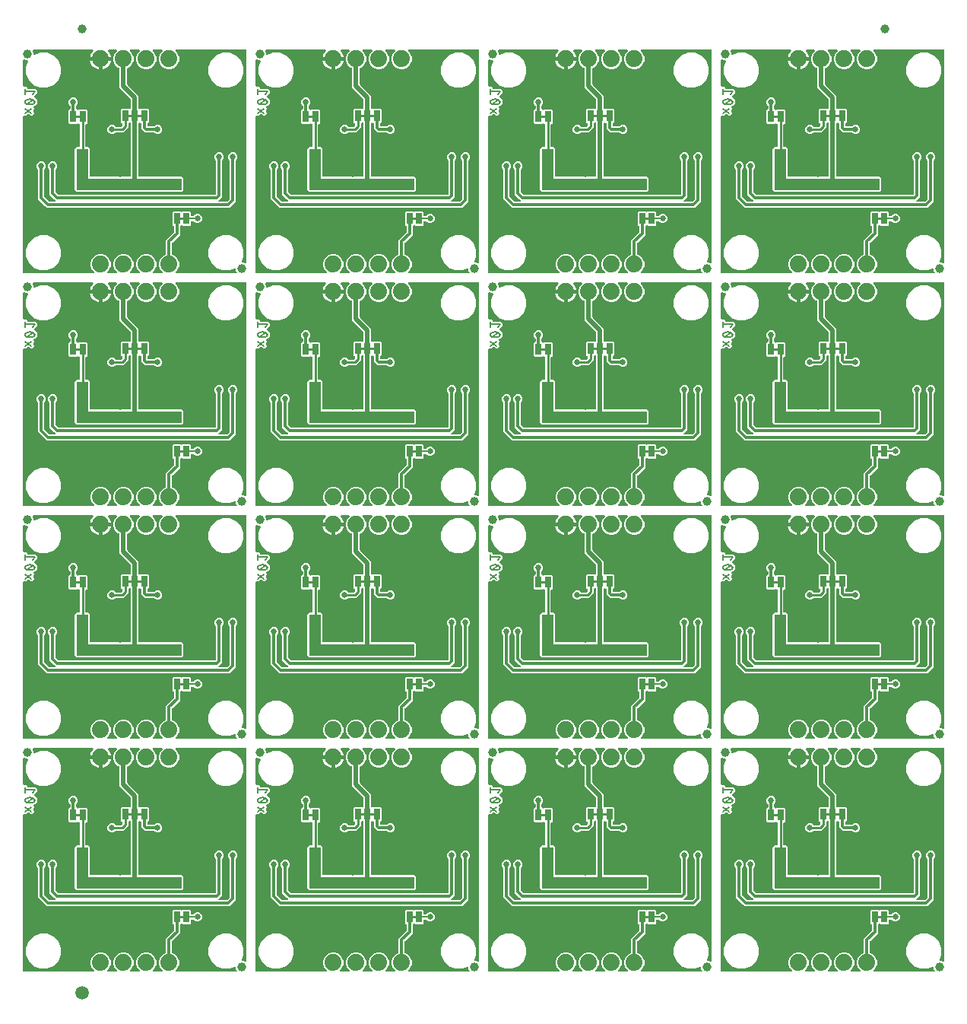
<source format=gbl>
G04 EAGLE Gerber RS-274X export*
G75*
%MOMM*%
%FSLAX34Y34*%
%LPD*%
%INBottom Copper*%
%IPPOS*%
%AMOC8*
5,1,8,0,0,1.08239X$1,22.5*%
G01*
%ADD10C,0.203200*%
%ADD11R,0.660400X1.270000*%
%ADD12C,1.879600*%
%ADD13C,1.000000*%
%ADD14C,1.500000*%
%ADD15C,0.660400*%
%ADD16C,0.508000*%
%ADD17C,0.254000*%
%ADD18C,0.304800*%

G36*
X339911Y520705D02*
X339911Y520705D01*
X339940Y520702D01*
X340051Y520725D01*
X340163Y520741D01*
X340190Y520753D01*
X340219Y520758D01*
X340320Y520811D01*
X340423Y520857D01*
X340445Y520876D01*
X340471Y520889D01*
X340553Y520967D01*
X340640Y521040D01*
X340656Y521065D01*
X340677Y521085D01*
X340735Y521183D01*
X340797Y521277D01*
X340806Y521305D01*
X340821Y521330D01*
X340849Y521440D01*
X340883Y521548D01*
X340884Y521578D01*
X340891Y521606D01*
X340888Y521719D01*
X340891Y521832D01*
X340883Y521861D01*
X340882Y521890D01*
X340847Y521998D01*
X340819Y522107D01*
X340804Y522133D01*
X340795Y522161D01*
X340749Y522224D01*
X340673Y522352D01*
X340628Y522395D01*
X340600Y522434D01*
X338505Y524529D01*
X336803Y528637D01*
X336803Y533083D01*
X338505Y537191D01*
X341649Y540335D01*
X345757Y542037D01*
X350203Y542037D01*
X354311Y540335D01*
X357455Y537191D01*
X359157Y533083D01*
X359157Y528637D01*
X357455Y524529D01*
X355360Y522434D01*
X355342Y522410D01*
X355320Y522391D01*
X355257Y522297D01*
X355189Y522207D01*
X355179Y522179D01*
X355163Y522155D01*
X355128Y522047D01*
X355088Y521941D01*
X355086Y521912D01*
X355077Y521884D01*
X355074Y521770D01*
X355064Y521658D01*
X355070Y521629D01*
X355069Y521600D01*
X355098Y521490D01*
X355120Y521379D01*
X355134Y521353D01*
X355141Y521325D01*
X355199Y521227D01*
X355251Y521127D01*
X355272Y521105D01*
X355287Y521080D01*
X355369Y521003D01*
X355447Y520921D01*
X355472Y520906D01*
X355494Y520886D01*
X355595Y520834D01*
X355692Y520777D01*
X355721Y520770D01*
X355747Y520756D01*
X355824Y520743D01*
X355968Y520707D01*
X356030Y520709D01*
X356078Y520701D01*
X365282Y520701D01*
X365311Y520705D01*
X365340Y520702D01*
X365451Y520725D01*
X365563Y520741D01*
X365590Y520753D01*
X365619Y520758D01*
X365720Y520811D01*
X365823Y520857D01*
X365845Y520876D01*
X365871Y520889D01*
X365953Y520967D01*
X366040Y521040D01*
X366056Y521065D01*
X366077Y521085D01*
X366135Y521183D01*
X366197Y521277D01*
X366206Y521305D01*
X366221Y521330D01*
X366249Y521440D01*
X366283Y521548D01*
X366284Y521578D01*
X366291Y521606D01*
X366288Y521719D01*
X366291Y521832D01*
X366283Y521861D01*
X366282Y521890D01*
X366247Y521998D01*
X366219Y522107D01*
X366204Y522133D01*
X366195Y522161D01*
X366149Y522224D01*
X366073Y522352D01*
X366028Y522395D01*
X366000Y522434D01*
X363905Y524529D01*
X362203Y528637D01*
X362203Y533083D01*
X363905Y537191D01*
X367049Y540335D01*
X371157Y542037D01*
X375603Y542037D01*
X379711Y540335D01*
X382855Y537191D01*
X384557Y533083D01*
X384557Y528637D01*
X382855Y524529D01*
X380760Y522434D01*
X380742Y522410D01*
X380720Y522391D01*
X380657Y522297D01*
X380589Y522207D01*
X380579Y522179D01*
X380563Y522155D01*
X380528Y522047D01*
X380488Y521941D01*
X380486Y521912D01*
X380477Y521884D01*
X380474Y521770D01*
X380464Y521658D01*
X380470Y521629D01*
X380469Y521600D01*
X380498Y521490D01*
X380520Y521379D01*
X380534Y521353D01*
X380541Y521325D01*
X380599Y521227D01*
X380651Y521127D01*
X380672Y521105D01*
X380687Y521080D01*
X380769Y521003D01*
X380847Y520921D01*
X380872Y520906D01*
X380894Y520886D01*
X380995Y520834D01*
X381092Y520777D01*
X381121Y520770D01*
X381147Y520756D01*
X381224Y520743D01*
X381368Y520707D01*
X381430Y520709D01*
X381478Y520701D01*
X390682Y520701D01*
X390711Y520705D01*
X390740Y520702D01*
X390851Y520725D01*
X390963Y520741D01*
X390990Y520753D01*
X391019Y520758D01*
X391120Y520811D01*
X391223Y520857D01*
X391245Y520876D01*
X391271Y520889D01*
X391353Y520967D01*
X391440Y521040D01*
X391456Y521065D01*
X391477Y521085D01*
X391535Y521183D01*
X391597Y521277D01*
X391606Y521305D01*
X391621Y521330D01*
X391649Y521440D01*
X391683Y521548D01*
X391684Y521578D01*
X391691Y521606D01*
X391688Y521719D01*
X391691Y521832D01*
X391683Y521861D01*
X391682Y521890D01*
X391647Y521998D01*
X391619Y522107D01*
X391604Y522133D01*
X391595Y522161D01*
X391549Y522224D01*
X391473Y522352D01*
X391428Y522395D01*
X391400Y522434D01*
X389305Y524529D01*
X387603Y528637D01*
X387603Y533083D01*
X389305Y537191D01*
X392449Y540335D01*
X396557Y542037D01*
X401003Y542037D01*
X405111Y540335D01*
X408255Y537191D01*
X409957Y533083D01*
X409957Y528637D01*
X408255Y524529D01*
X406160Y522434D01*
X406142Y522410D01*
X406120Y522391D01*
X406057Y522297D01*
X405989Y522207D01*
X405979Y522179D01*
X405963Y522155D01*
X405928Y522047D01*
X405888Y521941D01*
X405886Y521912D01*
X405877Y521884D01*
X405874Y521770D01*
X405864Y521658D01*
X405870Y521629D01*
X405869Y521600D01*
X405898Y521490D01*
X405920Y521379D01*
X405934Y521353D01*
X405941Y521325D01*
X405999Y521227D01*
X406051Y521127D01*
X406072Y521105D01*
X406087Y521080D01*
X406169Y521003D01*
X406247Y520921D01*
X406272Y520906D01*
X406294Y520886D01*
X406395Y520834D01*
X406492Y520777D01*
X406521Y520770D01*
X406547Y520756D01*
X406624Y520743D01*
X406768Y520707D01*
X406830Y520709D01*
X406878Y520701D01*
X416082Y520701D01*
X416111Y520705D01*
X416140Y520702D01*
X416251Y520725D01*
X416363Y520741D01*
X416390Y520753D01*
X416419Y520758D01*
X416520Y520811D01*
X416623Y520857D01*
X416645Y520876D01*
X416671Y520889D01*
X416753Y520967D01*
X416840Y521040D01*
X416856Y521065D01*
X416877Y521085D01*
X416935Y521183D01*
X416997Y521277D01*
X417006Y521305D01*
X417021Y521330D01*
X417049Y521440D01*
X417083Y521548D01*
X417084Y521578D01*
X417091Y521606D01*
X417088Y521719D01*
X417091Y521832D01*
X417083Y521861D01*
X417082Y521890D01*
X417047Y521998D01*
X417019Y522107D01*
X417004Y522133D01*
X416995Y522161D01*
X416949Y522224D01*
X416873Y522352D01*
X416828Y522395D01*
X416800Y522434D01*
X414705Y524529D01*
X413003Y528637D01*
X413003Y533083D01*
X414705Y537191D01*
X417849Y540335D01*
X420251Y541330D01*
X420252Y541331D01*
X420253Y541331D01*
X420374Y541403D01*
X420495Y541474D01*
X420496Y541476D01*
X420498Y541476D01*
X420595Y541580D01*
X420691Y541681D01*
X420691Y541683D01*
X420692Y541684D01*
X420757Y541809D01*
X420821Y541934D01*
X420821Y541935D01*
X420822Y541937D01*
X420824Y541952D01*
X420876Y542213D01*
X420873Y542243D01*
X420877Y542268D01*
X420877Y557628D01*
X423109Y559860D01*
X429343Y566094D01*
X429395Y566163D01*
X429455Y566227D01*
X429481Y566277D01*
X429514Y566321D01*
X429545Y566403D01*
X429585Y566480D01*
X429593Y566528D01*
X429615Y566587D01*
X429627Y566734D01*
X429640Y566812D01*
X429640Y572516D01*
X429633Y572568D01*
X429634Y572595D01*
X429633Y572598D01*
X429634Y572632D01*
X429612Y572714D01*
X429600Y572798D01*
X429577Y572851D01*
X429562Y572907D01*
X429519Y572980D01*
X429484Y573057D01*
X429446Y573102D01*
X429417Y573152D01*
X429355Y573210D01*
X429301Y573274D01*
X429252Y573306D01*
X429209Y573346D01*
X429134Y573385D01*
X429064Y573432D01*
X429008Y573449D01*
X428963Y573472D01*
X427862Y574573D01*
X427862Y588747D01*
X428904Y589789D01*
X436982Y589789D01*
X437432Y589338D01*
X437479Y589303D01*
X437519Y589261D01*
X437592Y589218D01*
X437659Y589168D01*
X437714Y589147D01*
X437764Y589117D01*
X437846Y589096D01*
X437925Y589066D01*
X437983Y589061D01*
X438040Y589047D01*
X438124Y589050D01*
X438208Y589043D01*
X438266Y589054D01*
X438324Y589056D01*
X438404Y589082D01*
X438487Y589099D01*
X438539Y589126D01*
X438595Y589144D01*
X438651Y589184D01*
X438739Y589230D01*
X438812Y589298D01*
X438868Y589338D01*
X439318Y589789D01*
X447396Y589789D01*
X448438Y588747D01*
X448438Y585470D01*
X448446Y585412D01*
X448444Y585354D01*
X448466Y585272D01*
X448478Y585188D01*
X448501Y585135D01*
X448516Y585079D01*
X448559Y585006D01*
X448594Y584929D01*
X448632Y584884D01*
X448661Y584834D01*
X448723Y584776D01*
X448777Y584712D01*
X448826Y584680D01*
X448869Y584640D01*
X448944Y584601D01*
X449014Y584554D01*
X449070Y584537D01*
X449122Y584510D01*
X449190Y584499D01*
X449285Y584469D01*
X449385Y584466D01*
X449453Y584455D01*
X451119Y584455D01*
X451206Y584467D01*
X451293Y584470D01*
X451346Y584487D01*
X451400Y584495D01*
X451480Y584530D01*
X451563Y584557D01*
X451603Y584585D01*
X451660Y584611D01*
X451773Y584707D01*
X451837Y584752D01*
X453052Y585967D01*
X454919Y586741D01*
X456941Y586741D01*
X458808Y585967D01*
X460237Y584538D01*
X461011Y582671D01*
X461011Y580649D01*
X460237Y578782D01*
X458808Y577353D01*
X456941Y576579D01*
X454919Y576579D01*
X453052Y577353D01*
X451837Y578568D01*
X451767Y578620D01*
X451703Y578680D01*
X451654Y578706D01*
X451610Y578739D01*
X451528Y578770D01*
X451450Y578810D01*
X451402Y578818D01*
X451344Y578840D01*
X451196Y578852D01*
X451119Y578865D01*
X449453Y578865D01*
X449395Y578857D01*
X449337Y578859D01*
X449255Y578837D01*
X449171Y578825D01*
X449118Y578802D01*
X449062Y578787D01*
X448989Y578744D01*
X448912Y578709D01*
X448867Y578671D01*
X448817Y578642D01*
X448759Y578580D01*
X448695Y578526D01*
X448663Y578477D01*
X448623Y578434D01*
X448584Y578359D01*
X448537Y578289D01*
X448520Y578233D01*
X448493Y578181D01*
X448482Y578113D01*
X448452Y578018D01*
X448449Y577918D01*
X448438Y577850D01*
X448438Y574573D01*
X447396Y573531D01*
X439318Y573531D01*
X438868Y573982D01*
X438821Y574017D01*
X438781Y574059D01*
X438708Y574102D01*
X438641Y574152D01*
X438586Y574173D01*
X438536Y574203D01*
X438454Y574224D01*
X438375Y574254D01*
X438317Y574259D01*
X438260Y574273D01*
X438176Y574270D01*
X438092Y574277D01*
X438034Y574266D01*
X437976Y574264D01*
X437896Y574238D01*
X437813Y574221D01*
X437761Y574194D01*
X437705Y574176D01*
X437649Y574136D01*
X437561Y574090D01*
X437488Y574022D01*
X437432Y573982D01*
X436915Y573465D01*
X436870Y573453D01*
X436797Y573410D01*
X436720Y573375D01*
X436675Y573337D01*
X436625Y573308D01*
X436567Y573246D01*
X436503Y573192D01*
X436471Y573143D01*
X436431Y573100D01*
X436392Y573025D01*
X436345Y572955D01*
X436328Y572899D01*
X436301Y572847D01*
X436290Y572779D01*
X436260Y572684D01*
X436257Y572584D01*
X436246Y572516D01*
X436246Y563655D01*
X434014Y561423D01*
X427780Y555189D01*
X427728Y555120D01*
X427668Y555056D01*
X427642Y555006D01*
X427609Y554962D01*
X427578Y554880D01*
X427538Y554803D01*
X427530Y554755D01*
X427508Y554696D01*
X427496Y554549D01*
X427483Y554471D01*
X427483Y542268D01*
X427483Y542266D01*
X427483Y542265D01*
X427503Y542125D01*
X427523Y541986D01*
X427523Y541985D01*
X427523Y541983D01*
X427580Y541858D01*
X427639Y541727D01*
X427640Y541726D01*
X427641Y541724D01*
X427732Y541617D01*
X427822Y541510D01*
X427824Y541509D01*
X427825Y541508D01*
X427838Y541500D01*
X428059Y541352D01*
X428088Y541343D01*
X428109Y541330D01*
X430511Y540335D01*
X433655Y537191D01*
X435357Y533083D01*
X435357Y528637D01*
X433655Y524529D01*
X431560Y522434D01*
X431542Y522410D01*
X431520Y522391D01*
X431457Y522297D01*
X431389Y522207D01*
X431379Y522179D01*
X431363Y522155D01*
X431328Y522047D01*
X431288Y521941D01*
X431286Y521912D01*
X431277Y521884D01*
X431274Y521770D01*
X431264Y521658D01*
X431270Y521629D01*
X431269Y521600D01*
X431298Y521490D01*
X431320Y521379D01*
X431334Y521353D01*
X431341Y521325D01*
X431399Y521227D01*
X431451Y521127D01*
X431472Y521105D01*
X431487Y521080D01*
X431569Y521003D01*
X431647Y520921D01*
X431672Y520906D01*
X431694Y520886D01*
X431795Y520834D01*
X431892Y520777D01*
X431921Y520770D01*
X431947Y520756D01*
X432024Y520743D01*
X432168Y520707D01*
X432230Y520709D01*
X432278Y520701D01*
X498707Y520701D01*
X498821Y520717D01*
X498935Y520727D01*
X498961Y520737D01*
X498989Y520741D01*
X499094Y520788D01*
X499201Y520829D01*
X499223Y520845D01*
X499248Y520857D01*
X499336Y520931D01*
X499427Y521000D01*
X499444Y521023D01*
X499465Y521040D01*
X499529Y521136D01*
X499598Y521228D01*
X499607Y521254D01*
X499623Y521277D01*
X499657Y521387D01*
X499698Y521494D01*
X499700Y521522D01*
X499709Y521548D01*
X499711Y521663D01*
X499721Y521777D01*
X499715Y521802D01*
X499716Y521832D01*
X499649Y522089D01*
X499645Y522105D01*
X498681Y524432D01*
X498681Y525427D01*
X498665Y525541D01*
X498655Y525655D01*
X498645Y525681D01*
X498641Y525709D01*
X498594Y525814D01*
X498553Y525921D01*
X498537Y525943D01*
X498525Y525968D01*
X498451Y526056D01*
X498382Y526147D01*
X498359Y526164D01*
X498342Y526185D01*
X498246Y526249D01*
X498154Y526318D01*
X498128Y526327D01*
X498105Y526343D01*
X497995Y526377D01*
X497888Y526418D01*
X497860Y526420D01*
X497834Y526429D01*
X497719Y526431D01*
X497605Y526441D01*
X497580Y526435D01*
X497550Y526436D01*
X497293Y526369D01*
X497277Y526365D01*
X491570Y524001D01*
X483790Y524001D01*
X476601Y526979D01*
X471099Y532481D01*
X468121Y539670D01*
X468121Y547450D01*
X471099Y554639D01*
X476601Y560141D01*
X483790Y563119D01*
X491570Y563119D01*
X498759Y560141D01*
X504261Y554639D01*
X507239Y547450D01*
X507239Y539670D01*
X504875Y533963D01*
X504846Y533851D01*
X504811Y533742D01*
X504811Y533714D01*
X504804Y533687D01*
X504807Y533573D01*
X504804Y533458D01*
X504811Y533431D01*
X504812Y533403D01*
X504847Y533294D01*
X504876Y533183D01*
X504890Y533159D01*
X504899Y533132D01*
X504963Y533037D01*
X505021Y532938D01*
X505042Y532919D01*
X505057Y532896D01*
X505145Y532822D01*
X505229Y532744D01*
X505253Y532731D01*
X505275Y532713D01*
X505379Y532667D01*
X505482Y532614D01*
X505506Y532610D01*
X505534Y532598D01*
X505798Y532561D01*
X505813Y532559D01*
X506808Y532559D01*
X509135Y531595D01*
X509247Y531566D01*
X509356Y531531D01*
X509384Y531531D01*
X509411Y531524D01*
X509525Y531527D01*
X509640Y531524D01*
X509667Y531531D01*
X509695Y531532D01*
X509804Y531567D01*
X509915Y531596D01*
X509939Y531610D01*
X509966Y531619D01*
X510061Y531683D01*
X510160Y531741D01*
X510179Y531762D01*
X510202Y531777D01*
X510276Y531865D01*
X510354Y531949D01*
X510367Y531973D01*
X510385Y531995D01*
X510431Y532099D01*
X510484Y532202D01*
X510488Y532226D01*
X510500Y532254D01*
X510537Y532518D01*
X510539Y532533D01*
X510539Y768604D01*
X510531Y768662D01*
X510533Y768720D01*
X510511Y768802D01*
X510499Y768886D01*
X510476Y768939D01*
X510461Y768995D01*
X510418Y769068D01*
X510383Y769145D01*
X510345Y769190D01*
X510316Y769240D01*
X510254Y769298D01*
X510200Y769362D01*
X510151Y769394D01*
X510108Y769434D01*
X510033Y769473D01*
X509963Y769520D01*
X509907Y769537D01*
X509855Y769564D01*
X509787Y769575D01*
X509692Y769605D01*
X509592Y769608D01*
X509524Y769619D01*
X432278Y769619D01*
X432249Y769615D01*
X432220Y769618D01*
X432109Y769595D01*
X431997Y769579D01*
X431970Y769567D01*
X431941Y769562D01*
X431840Y769509D01*
X431737Y769463D01*
X431715Y769444D01*
X431689Y769431D01*
X431607Y769353D01*
X431520Y769280D01*
X431504Y769255D01*
X431483Y769235D01*
X431425Y769137D01*
X431363Y769043D01*
X431354Y769015D01*
X431339Y768990D01*
X431311Y768880D01*
X431277Y768772D01*
X431276Y768742D01*
X431269Y768714D01*
X431272Y768601D01*
X431269Y768488D01*
X431277Y768459D01*
X431278Y768430D01*
X431313Y768322D01*
X431341Y768213D01*
X431356Y768187D01*
X431365Y768159D01*
X431411Y768096D01*
X431487Y767968D01*
X431532Y767925D01*
X431560Y767886D01*
X433655Y765791D01*
X435357Y761683D01*
X435357Y757237D01*
X433655Y753129D01*
X430511Y749985D01*
X426403Y748283D01*
X421957Y748283D01*
X417849Y749985D01*
X414705Y753129D01*
X413003Y757237D01*
X413003Y761683D01*
X414705Y765791D01*
X416800Y767886D01*
X416818Y767910D01*
X416840Y767929D01*
X416903Y768023D01*
X416971Y768113D01*
X416981Y768141D01*
X416997Y768165D01*
X417032Y768273D01*
X417072Y768379D01*
X417074Y768408D01*
X417083Y768436D01*
X417086Y768550D01*
X417096Y768662D01*
X417090Y768691D01*
X417091Y768720D01*
X417062Y768830D01*
X417040Y768941D01*
X417026Y768967D01*
X417019Y768995D01*
X416961Y769093D01*
X416909Y769193D01*
X416888Y769215D01*
X416873Y769240D01*
X416791Y769317D01*
X416713Y769399D01*
X416688Y769414D01*
X416666Y769434D01*
X416565Y769486D01*
X416468Y769543D01*
X416439Y769550D01*
X416413Y769564D01*
X416336Y769577D01*
X416192Y769613D01*
X416130Y769611D01*
X416082Y769619D01*
X406878Y769619D01*
X406849Y769615D01*
X406820Y769618D01*
X406709Y769595D01*
X406597Y769579D01*
X406570Y769567D01*
X406541Y769562D01*
X406440Y769509D01*
X406337Y769463D01*
X406315Y769444D01*
X406289Y769431D01*
X406207Y769353D01*
X406120Y769280D01*
X406104Y769255D01*
X406083Y769235D01*
X406025Y769137D01*
X405963Y769043D01*
X405954Y769015D01*
X405939Y768990D01*
X405911Y768880D01*
X405877Y768772D01*
X405876Y768742D01*
X405869Y768714D01*
X405872Y768601D01*
X405869Y768488D01*
X405877Y768459D01*
X405878Y768430D01*
X405913Y768322D01*
X405941Y768213D01*
X405956Y768187D01*
X405965Y768159D01*
X406011Y768096D01*
X406087Y767968D01*
X406132Y767925D01*
X406160Y767886D01*
X408255Y765791D01*
X409957Y761683D01*
X409957Y757237D01*
X408255Y753129D01*
X405111Y749985D01*
X401003Y748283D01*
X396557Y748283D01*
X392449Y749985D01*
X389305Y753129D01*
X387603Y757237D01*
X387603Y761683D01*
X389305Y765791D01*
X391400Y767886D01*
X391418Y767910D01*
X391440Y767929D01*
X391503Y768023D01*
X391571Y768113D01*
X391581Y768141D01*
X391597Y768165D01*
X391632Y768273D01*
X391672Y768379D01*
X391674Y768408D01*
X391683Y768436D01*
X391686Y768550D01*
X391696Y768662D01*
X391690Y768691D01*
X391691Y768720D01*
X391662Y768830D01*
X391640Y768941D01*
X391626Y768967D01*
X391619Y768995D01*
X391561Y769093D01*
X391509Y769193D01*
X391488Y769215D01*
X391473Y769240D01*
X391391Y769317D01*
X391313Y769399D01*
X391288Y769414D01*
X391266Y769434D01*
X391165Y769486D01*
X391068Y769543D01*
X391039Y769550D01*
X391013Y769564D01*
X390936Y769577D01*
X390792Y769613D01*
X390730Y769611D01*
X390682Y769619D01*
X381478Y769619D01*
X381449Y769615D01*
X381420Y769618D01*
X381309Y769595D01*
X381197Y769579D01*
X381170Y769567D01*
X381141Y769562D01*
X381040Y769509D01*
X380937Y769463D01*
X380915Y769444D01*
X380889Y769431D01*
X380807Y769353D01*
X380720Y769280D01*
X380704Y769255D01*
X380683Y769235D01*
X380625Y769137D01*
X380563Y769043D01*
X380554Y769015D01*
X380539Y768990D01*
X380511Y768880D01*
X380477Y768772D01*
X380476Y768742D01*
X380469Y768714D01*
X380472Y768601D01*
X380469Y768488D01*
X380477Y768459D01*
X380478Y768430D01*
X380513Y768322D01*
X380541Y768213D01*
X380556Y768187D01*
X380565Y768159D01*
X380611Y768096D01*
X380687Y767968D01*
X380732Y767925D01*
X380760Y767886D01*
X382855Y765791D01*
X384557Y761683D01*
X384557Y757237D01*
X382855Y753129D01*
X379711Y749985D01*
X378325Y749411D01*
X378324Y749410D01*
X378323Y749410D01*
X378202Y749338D01*
X378081Y749266D01*
X378080Y749265D01*
X378078Y749264D01*
X377981Y749160D01*
X377885Y749060D01*
X377885Y749058D01*
X377884Y749057D01*
X377819Y748931D01*
X377755Y748807D01*
X377755Y748805D01*
X377754Y748804D01*
X377752Y748789D01*
X377700Y748528D01*
X377703Y748498D01*
X377699Y748473D01*
X377699Y731189D01*
X377711Y731103D01*
X377714Y731015D01*
X377731Y730963D01*
X377739Y730908D01*
X377774Y730828D01*
X377801Y730745D01*
X377829Y730706D01*
X377855Y730649D01*
X377951Y730535D01*
X377996Y730472D01*
X390399Y718069D01*
X390399Y704483D01*
X390403Y704454D01*
X390400Y704425D01*
X390423Y704314D01*
X390439Y704202D01*
X390451Y704175D01*
X390456Y704146D01*
X390509Y704046D01*
X390555Y703942D01*
X390574Y703920D01*
X390587Y703894D01*
X390665Y703812D01*
X390738Y703725D01*
X390763Y703709D01*
X390783Y703688D01*
X390881Y703631D01*
X390975Y703568D01*
X391003Y703559D01*
X391028Y703544D01*
X391138Y703516D01*
X391246Y703482D01*
X391276Y703481D01*
X391304Y703474D01*
X391417Y703478D01*
X391530Y703475D01*
X391559Y703482D01*
X391588Y703483D01*
X391696Y703518D01*
X391805Y703547D01*
X391831Y703561D01*
X391859Y703571D01*
X391923Y703616D01*
X392050Y703692D01*
X392093Y703737D01*
X392132Y703765D01*
X392455Y704089D01*
X400533Y704089D01*
X401575Y703047D01*
X401575Y688873D01*
X400466Y687765D01*
X400421Y687753D01*
X400348Y687710D01*
X400271Y687675D01*
X400226Y687637D01*
X400176Y687608D01*
X400118Y687546D01*
X400054Y687492D01*
X400022Y687443D01*
X399982Y687400D01*
X399943Y687325D01*
X399896Y687255D01*
X399879Y687199D01*
X399852Y687147D01*
X399841Y687079D01*
X399811Y686984D01*
X399808Y686884D01*
X399797Y686816D01*
X399797Y685038D01*
X399805Y684980D01*
X399803Y684922D01*
X399825Y684840D01*
X399837Y684756D01*
X399860Y684703D01*
X399875Y684647D01*
X399918Y684574D01*
X399953Y684497D01*
X399991Y684452D01*
X400020Y684402D01*
X400082Y684344D01*
X400136Y684280D01*
X400185Y684248D01*
X400228Y684208D01*
X400303Y684169D01*
X400373Y684122D01*
X400429Y684105D01*
X400481Y684078D01*
X400549Y684067D01*
X400644Y684037D01*
X400744Y684034D01*
X400812Y684023D01*
X407177Y684023D01*
X407264Y684035D01*
X407351Y684038D01*
X407404Y684055D01*
X407458Y684063D01*
X407538Y684098D01*
X407621Y684125D01*
X407661Y684153D01*
X407718Y684179D01*
X407831Y684275D01*
X407895Y684320D01*
X408602Y685027D01*
X410469Y685801D01*
X412491Y685801D01*
X414358Y685027D01*
X415787Y683598D01*
X416561Y681731D01*
X416561Y679709D01*
X415787Y677842D01*
X414358Y676413D01*
X412491Y675639D01*
X410469Y675639D01*
X408602Y676413D01*
X407895Y677120D01*
X407825Y677172D01*
X407761Y677232D01*
X407712Y677258D01*
X407668Y677291D01*
X407586Y677322D01*
X407508Y677362D01*
X407460Y677370D01*
X407402Y677392D01*
X407254Y677404D01*
X407177Y677417D01*
X397412Y677417D01*
X393191Y681638D01*
X393191Y686816D01*
X393183Y686874D01*
X393185Y686932D01*
X393163Y687014D01*
X393151Y687098D01*
X393128Y687151D01*
X393113Y687207D01*
X393070Y687280D01*
X393035Y687357D01*
X392997Y687402D01*
X392968Y687452D01*
X392906Y687510D01*
X392852Y687574D01*
X392803Y687606D01*
X392760Y687646D01*
X392685Y687685D01*
X392615Y687732D01*
X392559Y687749D01*
X392515Y687772D01*
X392132Y688155D01*
X392108Y688172D01*
X392089Y688195D01*
X391995Y688257D01*
X391905Y688326D01*
X391877Y688336D01*
X391853Y688352D01*
X391745Y688386D01*
X391639Y688427D01*
X391610Y688429D01*
X391582Y688438D01*
X391468Y688441D01*
X391356Y688450D01*
X391327Y688445D01*
X391298Y688445D01*
X391188Y688417D01*
X391077Y688394D01*
X391051Y688381D01*
X391023Y688373D01*
X390925Y688316D01*
X390825Y688263D01*
X390803Y688243D01*
X390778Y688228D01*
X390701Y688146D01*
X390619Y688068D01*
X390604Y688042D01*
X390584Y688021D01*
X390532Y687920D01*
X390475Y687822D01*
X390468Y687794D01*
X390454Y687768D01*
X390441Y687690D01*
X390405Y687547D01*
X390407Y687484D01*
X390399Y687437D01*
X390399Y629158D01*
X390407Y629100D01*
X390405Y629042D01*
X390427Y628960D01*
X390439Y628876D01*
X390462Y628823D01*
X390477Y628767D01*
X390520Y628694D01*
X390555Y628617D01*
X390593Y628572D01*
X390622Y628522D01*
X390684Y628464D01*
X390738Y628400D01*
X390787Y628368D01*
X390830Y628328D01*
X390905Y628289D01*
X390975Y628242D01*
X391031Y628225D01*
X391083Y628198D01*
X391151Y628187D01*
X391246Y628157D01*
X391346Y628154D01*
X391414Y628143D01*
X438248Y628143D01*
X440183Y626208D01*
X440183Y613312D01*
X438248Y611377D01*
X321212Y611377D01*
X319277Y613312D01*
X319277Y659228D01*
X321212Y661163D01*
X323977Y661163D01*
X324035Y661171D01*
X324093Y661169D01*
X324175Y661191D01*
X324259Y661203D01*
X324312Y661226D01*
X324368Y661241D01*
X324441Y661284D01*
X324518Y661319D01*
X324563Y661357D01*
X324613Y661386D01*
X324671Y661448D01*
X324735Y661502D01*
X324767Y661551D01*
X324807Y661594D01*
X324846Y661669D01*
X324893Y661739D01*
X324910Y661795D01*
X324937Y661847D01*
X324948Y661915D01*
X324978Y662010D01*
X324981Y662110D01*
X324992Y662178D01*
X324992Y686054D01*
X324984Y686112D01*
X324986Y686170D01*
X324964Y686252D01*
X324952Y686336D01*
X324929Y686389D01*
X324914Y686445D01*
X324871Y686518D01*
X324836Y686595D01*
X324798Y686640D01*
X324769Y686690D01*
X324707Y686748D01*
X324653Y686812D01*
X324604Y686844D01*
X324561Y686884D01*
X324486Y686923D01*
X324416Y686970D01*
X324360Y686987D01*
X324308Y687014D01*
X324240Y687025D01*
X324145Y687055D01*
X324045Y687058D01*
X324007Y687064D01*
X323552Y687520D01*
X323505Y687555D01*
X323465Y687597D01*
X323392Y687640D01*
X323325Y687690D01*
X323270Y687711D01*
X323220Y687741D01*
X323138Y687762D01*
X323059Y687792D01*
X323001Y687797D01*
X322944Y687811D01*
X322860Y687808D01*
X322776Y687815D01*
X322718Y687804D01*
X322660Y687802D01*
X322580Y687776D01*
X322497Y687759D01*
X322445Y687732D01*
X322389Y687714D01*
X322333Y687674D01*
X322245Y687628D01*
X322172Y687560D01*
X322116Y687520D01*
X321666Y687069D01*
X313588Y687069D01*
X312546Y688111D01*
X312546Y702285D01*
X313655Y703393D01*
X313700Y703405D01*
X313773Y703448D01*
X313850Y703483D01*
X313895Y703521D01*
X313945Y703550D01*
X314003Y703612D01*
X314067Y703666D01*
X314099Y703715D01*
X314139Y703758D01*
X314178Y703833D01*
X314225Y703903D01*
X314242Y703959D01*
X314269Y704011D01*
X314280Y704079D01*
X314310Y704174D01*
X314313Y704274D01*
X314324Y704342D01*
X314324Y706770D01*
X314312Y706857D01*
X314309Y706944D01*
X314292Y706997D01*
X314284Y707051D01*
X314249Y707131D01*
X314222Y707214D01*
X314194Y707254D01*
X314168Y707311D01*
X314072Y707424D01*
X314027Y707488D01*
X313193Y708322D01*
X312419Y710189D01*
X312419Y712211D01*
X313193Y714078D01*
X314622Y715507D01*
X316489Y716281D01*
X318511Y716281D01*
X320378Y715507D01*
X321807Y714078D01*
X322581Y712211D01*
X322581Y710189D01*
X321807Y708322D01*
X321227Y707742D01*
X321175Y707672D01*
X321115Y707608D01*
X321089Y707559D01*
X321056Y707515D01*
X321025Y707433D01*
X320985Y707355D01*
X320977Y707307D01*
X320955Y707249D01*
X320943Y707101D01*
X320930Y707024D01*
X320930Y704342D01*
X320938Y704284D01*
X320936Y704226D01*
X320958Y704144D01*
X320970Y704060D01*
X320993Y704007D01*
X321008Y703951D01*
X321051Y703878D01*
X321086Y703801D01*
X321124Y703756D01*
X321153Y703706D01*
X321215Y703648D01*
X321269Y703584D01*
X321318Y703552D01*
X321361Y703512D01*
X321436Y703473D01*
X321506Y703426D01*
X321562Y703409D01*
X321606Y703386D01*
X322116Y702876D01*
X322163Y702841D01*
X322203Y702799D01*
X322276Y702756D01*
X322343Y702706D01*
X322398Y702685D01*
X322448Y702655D01*
X322530Y702634D01*
X322609Y702604D01*
X322667Y702599D01*
X322724Y702585D01*
X322808Y702588D01*
X322892Y702581D01*
X322950Y702592D01*
X323008Y702594D01*
X323088Y702620D01*
X323171Y702637D01*
X323223Y702664D01*
X323279Y702682D01*
X323335Y702722D01*
X323423Y702768D01*
X323496Y702836D01*
X323552Y702876D01*
X324002Y703327D01*
X332080Y703327D01*
X333122Y702285D01*
X333122Y688111D01*
X332076Y687065D01*
X332047Y687061D01*
X331989Y687063D01*
X331907Y687041D01*
X331823Y687029D01*
X331770Y687006D01*
X331714Y686991D01*
X331641Y686948D01*
X331564Y686913D01*
X331519Y686875D01*
X331469Y686846D01*
X331411Y686784D01*
X331347Y686730D01*
X331315Y686681D01*
X331275Y686638D01*
X331236Y686563D01*
X331189Y686493D01*
X331172Y686437D01*
X331145Y686385D01*
X331134Y686317D01*
X331104Y686222D01*
X331101Y686122D01*
X331090Y686054D01*
X331090Y662178D01*
X331098Y662120D01*
X331096Y662062D01*
X331118Y661980D01*
X331130Y661896D01*
X331153Y661843D01*
X331168Y661787D01*
X331211Y661714D01*
X331246Y661637D01*
X331284Y661592D01*
X331313Y661542D01*
X331375Y661484D01*
X331429Y661420D01*
X331478Y661388D01*
X331521Y661348D01*
X331596Y661309D01*
X331666Y661262D01*
X331722Y661245D01*
X331774Y661218D01*
X331842Y661207D01*
X331937Y661177D01*
X332037Y661174D01*
X332105Y661163D01*
X334108Y661163D01*
X336043Y659228D01*
X336043Y629158D01*
X336051Y629100D01*
X336049Y629042D01*
X336071Y628960D01*
X336083Y628876D01*
X336106Y628823D01*
X336121Y628767D01*
X336164Y628694D01*
X336199Y628617D01*
X336237Y628572D01*
X336266Y628522D01*
X336328Y628464D01*
X336382Y628400D01*
X336431Y628368D01*
X336474Y628328D01*
X336549Y628289D01*
X336619Y628242D01*
X336675Y628225D01*
X336727Y628198D01*
X336795Y628187D01*
X336890Y628157D01*
X336990Y628154D01*
X337058Y628143D01*
X380746Y628143D01*
X380804Y628151D01*
X380862Y628149D01*
X380944Y628171D01*
X381028Y628183D01*
X381081Y628206D01*
X381137Y628221D01*
X381210Y628264D01*
X381287Y628299D01*
X381332Y628337D01*
X381382Y628366D01*
X381440Y628428D01*
X381504Y628482D01*
X381536Y628531D01*
X381576Y628574D01*
X381615Y628649D01*
X381662Y628719D01*
X381679Y628775D01*
X381706Y628827D01*
X381717Y628895D01*
X381747Y628990D01*
X381750Y629090D01*
X381761Y629158D01*
X381761Y687437D01*
X381757Y687466D01*
X381760Y687495D01*
X381737Y687606D01*
X381721Y687718D01*
X381709Y687745D01*
X381704Y687774D01*
X381651Y687874D01*
X381605Y687978D01*
X381586Y688000D01*
X381573Y688026D01*
X381495Y688108D01*
X381422Y688195D01*
X381397Y688211D01*
X381377Y688232D01*
X381279Y688289D01*
X381185Y688352D01*
X381157Y688361D01*
X381132Y688376D01*
X381022Y688404D01*
X380914Y688438D01*
X380884Y688439D01*
X380856Y688446D01*
X380743Y688442D01*
X380630Y688445D01*
X380601Y688438D01*
X380572Y688437D01*
X380464Y688402D01*
X380355Y688373D01*
X380329Y688359D01*
X380301Y688349D01*
X380237Y688304D01*
X380110Y688228D01*
X380067Y688183D01*
X380028Y688155D01*
X379701Y687827D01*
X379672Y687823D01*
X379614Y687825D01*
X379532Y687803D01*
X379448Y687791D01*
X379395Y687768D01*
X379339Y687753D01*
X379266Y687710D01*
X379189Y687675D01*
X379144Y687637D01*
X379094Y687608D01*
X379036Y687546D01*
X378972Y687492D01*
X378940Y687443D01*
X378900Y687400D01*
X378861Y687325D01*
X378814Y687255D01*
X378797Y687199D01*
X378770Y687147D01*
X378759Y687079D01*
X378729Y686984D01*
X378726Y686884D01*
X378715Y686816D01*
X378715Y683013D01*
X373373Y677671D01*
X365237Y677671D01*
X365150Y677659D01*
X365063Y677656D01*
X365010Y677639D01*
X364956Y677631D01*
X364876Y677596D01*
X364793Y677569D01*
X364753Y677541D01*
X364696Y677515D01*
X364583Y677419D01*
X364519Y677374D01*
X363558Y676413D01*
X361691Y675639D01*
X359669Y675639D01*
X357802Y676413D01*
X356373Y677842D01*
X355599Y679709D01*
X355599Y681731D01*
X356373Y683598D01*
X357802Y685027D01*
X359669Y685801D01*
X361691Y685801D01*
X363558Y685027D01*
X364519Y684066D01*
X364589Y684014D01*
X364653Y683954D01*
X364702Y683928D01*
X364746Y683895D01*
X364828Y683864D01*
X364906Y683824D01*
X364954Y683816D01*
X365012Y683794D01*
X365160Y683782D01*
X365237Y683769D01*
X370427Y683769D01*
X370513Y683781D01*
X370601Y683784D01*
X370653Y683801D01*
X370708Y683809D01*
X370788Y683844D01*
X370871Y683871D01*
X370910Y683899D01*
X370968Y683925D01*
X371081Y684021D01*
X371145Y684066D01*
X372320Y685241D01*
X372372Y685311D01*
X372432Y685375D01*
X372458Y685425D01*
X372491Y685469D01*
X372522Y685550D01*
X372562Y685628D01*
X372570Y685676D01*
X372592Y685734D01*
X372604Y685882D01*
X372617Y685959D01*
X372617Y686816D01*
X372609Y686874D01*
X372611Y686932D01*
X372589Y687014D01*
X372577Y687098D01*
X372554Y687151D01*
X372539Y687207D01*
X372496Y687280D01*
X372461Y687357D01*
X372423Y687402D01*
X372394Y687452D01*
X372332Y687510D01*
X372278Y687574D01*
X372229Y687606D01*
X372186Y687646D01*
X372111Y687685D01*
X372041Y687732D01*
X371985Y687749D01*
X371933Y687776D01*
X371865Y687787D01*
X371770Y687817D01*
X371670Y687820D01*
X371632Y687826D01*
X370585Y688873D01*
X370585Y703047D01*
X371627Y704089D01*
X379705Y704089D01*
X380028Y703765D01*
X380052Y703748D01*
X380071Y703725D01*
X380165Y703663D01*
X380255Y703594D01*
X380283Y703584D01*
X380307Y703568D01*
X380415Y703534D01*
X380521Y703493D01*
X380550Y703491D01*
X380578Y703482D01*
X380692Y703479D01*
X380804Y703470D01*
X380833Y703475D01*
X380862Y703475D01*
X380972Y703503D01*
X381083Y703526D01*
X381109Y703539D01*
X381137Y703547D01*
X381235Y703604D01*
X381335Y703657D01*
X381357Y703677D01*
X381382Y703692D01*
X381459Y703774D01*
X381541Y703852D01*
X381556Y703878D01*
X381576Y703899D01*
X381628Y704000D01*
X381685Y704098D01*
X381692Y704126D01*
X381706Y704152D01*
X381719Y704230D01*
X381755Y704373D01*
X381753Y704436D01*
X381761Y704483D01*
X381761Y714071D01*
X381749Y714157D01*
X381746Y714245D01*
X381729Y714297D01*
X381721Y714352D01*
X381686Y714432D01*
X381659Y714515D01*
X381631Y714554D01*
X381605Y714611D01*
X381509Y714725D01*
X381464Y714788D01*
X369061Y727191D01*
X369061Y748473D01*
X369061Y748474D01*
X369061Y748476D01*
X369041Y748616D01*
X369021Y748754D01*
X369021Y748756D01*
X369021Y748757D01*
X368964Y748883D01*
X368905Y749014D01*
X368904Y749015D01*
X368903Y749016D01*
X368814Y749121D01*
X368722Y749231D01*
X368720Y749232D01*
X368719Y749233D01*
X368706Y749241D01*
X368485Y749388D01*
X368456Y749398D01*
X368435Y749411D01*
X367049Y749985D01*
X363905Y753129D01*
X362203Y757237D01*
X362203Y761683D01*
X363905Y765791D01*
X366000Y767886D01*
X366018Y767910D01*
X366040Y767929D01*
X366103Y768023D01*
X366171Y768113D01*
X366181Y768141D01*
X366197Y768165D01*
X366232Y768273D01*
X366272Y768379D01*
X366274Y768408D01*
X366283Y768436D01*
X366286Y768550D01*
X366296Y768662D01*
X366290Y768691D01*
X366291Y768720D01*
X366262Y768830D01*
X366240Y768941D01*
X366226Y768967D01*
X366219Y768995D01*
X366161Y769093D01*
X366109Y769193D01*
X366088Y769215D01*
X366073Y769240D01*
X365991Y769317D01*
X365913Y769399D01*
X365888Y769414D01*
X365866Y769434D01*
X365765Y769486D01*
X365668Y769543D01*
X365639Y769550D01*
X365613Y769564D01*
X365536Y769577D01*
X365392Y769613D01*
X365330Y769611D01*
X365282Y769619D01*
X357156Y769619D01*
X357127Y769615D01*
X357097Y769618D01*
X356986Y769595D01*
X356874Y769579D01*
X356847Y769567D01*
X356819Y769562D01*
X356718Y769509D01*
X356615Y769463D01*
X356592Y769444D01*
X356566Y769431D01*
X356484Y769353D01*
X356398Y769280D01*
X356381Y769255D01*
X356360Y769235D01*
X356303Y769137D01*
X356240Y769043D01*
X356231Y769015D01*
X356216Y768990D01*
X356189Y768880D01*
X356154Y768772D01*
X356154Y768742D01*
X356146Y768714D01*
X356150Y768601D01*
X356147Y768488D01*
X356154Y768459D01*
X356155Y768430D01*
X356190Y768322D01*
X356219Y768213D01*
X356234Y768187D01*
X356243Y768159D01*
X356289Y768095D01*
X356364Y767968D01*
X356410Y767925D01*
X356438Y767886D01*
X357086Y767238D01*
X358191Y765717D01*
X359044Y764043D01*
X359625Y762256D01*
X359746Y761491D01*
X348996Y761491D01*
X348938Y761483D01*
X348880Y761485D01*
X348798Y761463D01*
X348715Y761451D01*
X348661Y761427D01*
X348605Y761413D01*
X348532Y761370D01*
X348455Y761335D01*
X348411Y761297D01*
X348360Y761267D01*
X348303Y761206D01*
X348238Y761151D01*
X348206Y761103D01*
X348166Y761060D01*
X348127Y760985D01*
X348081Y760915D01*
X348063Y760859D01*
X348036Y760807D01*
X348025Y760739D01*
X347995Y760644D01*
X347992Y760544D01*
X347981Y760476D01*
X347981Y759459D01*
X347979Y759459D01*
X347979Y760476D01*
X347971Y760534D01*
X347972Y760592D01*
X347951Y760674D01*
X347939Y760757D01*
X347915Y760811D01*
X347901Y760867D01*
X347858Y760940D01*
X347823Y761017D01*
X347785Y761062D01*
X347755Y761112D01*
X347694Y761170D01*
X347639Y761234D01*
X347591Y761266D01*
X347548Y761306D01*
X347473Y761345D01*
X347403Y761391D01*
X347347Y761409D01*
X347295Y761436D01*
X347227Y761447D01*
X347132Y761477D01*
X347032Y761480D01*
X346964Y761491D01*
X336214Y761491D01*
X336335Y762256D01*
X336916Y764043D01*
X337769Y765717D01*
X338874Y767238D01*
X339522Y767886D01*
X339540Y767910D01*
X339562Y767929D01*
X339625Y768023D01*
X339693Y768113D01*
X339704Y768141D01*
X339720Y768165D01*
X339754Y768273D01*
X339794Y768379D01*
X339797Y768408D01*
X339806Y768436D01*
X339809Y768550D01*
X339818Y768662D01*
X339812Y768691D01*
X339813Y768720D01*
X339784Y768830D01*
X339762Y768941D01*
X339748Y768967D01*
X339741Y768995D01*
X339683Y769093D01*
X339631Y769193D01*
X339611Y769215D01*
X339596Y769240D01*
X339513Y769317D01*
X339435Y769399D01*
X339410Y769414D01*
X339389Y769434D01*
X339288Y769486D01*
X339190Y769543D01*
X339162Y769550D01*
X339135Y769564D01*
X339058Y769577D01*
X338914Y769613D01*
X338852Y769611D01*
X338804Y769619D01*
X273453Y769619D01*
X273339Y769603D01*
X273225Y769593D01*
X273199Y769583D01*
X273171Y769579D01*
X273066Y769532D01*
X272959Y769491D01*
X272937Y769475D01*
X272912Y769463D01*
X272824Y769389D01*
X272733Y769320D01*
X272716Y769297D01*
X272695Y769280D01*
X272631Y769184D01*
X272562Y769092D01*
X272553Y769066D01*
X272537Y769043D01*
X272503Y768933D01*
X272462Y768826D01*
X272460Y768798D01*
X272451Y768772D01*
X272449Y768657D01*
X272439Y768543D01*
X272445Y768518D01*
X272444Y768488D01*
X272511Y768231D01*
X272515Y768215D01*
X273479Y765888D01*
X273479Y764893D01*
X273495Y764779D01*
X273505Y764665D01*
X273515Y764639D01*
X273519Y764611D01*
X273566Y764506D01*
X273607Y764399D01*
X273623Y764377D01*
X273635Y764352D01*
X273709Y764264D01*
X273778Y764173D01*
X273801Y764156D01*
X273818Y764135D01*
X273914Y764071D01*
X274006Y764002D01*
X274032Y763993D01*
X274055Y763977D01*
X274165Y763943D01*
X274272Y763902D01*
X274300Y763900D01*
X274326Y763891D01*
X274441Y763889D01*
X274555Y763879D01*
X274580Y763885D01*
X274610Y763884D01*
X274867Y763951D01*
X274883Y763955D01*
X280590Y766319D01*
X288370Y766319D01*
X295559Y763341D01*
X301061Y757839D01*
X304039Y750650D01*
X304039Y742870D01*
X301061Y735681D01*
X295559Y730179D01*
X288370Y727201D01*
X280590Y727201D01*
X273401Y730179D01*
X267899Y735681D01*
X264921Y742870D01*
X264921Y750650D01*
X267285Y756357D01*
X267314Y756469D01*
X267349Y756578D01*
X267349Y756606D01*
X267356Y756633D01*
X267353Y756747D01*
X267356Y756862D01*
X267349Y756889D01*
X267348Y756917D01*
X267313Y757026D01*
X267284Y757137D01*
X267270Y757161D01*
X267261Y757188D01*
X267197Y757283D01*
X267139Y757382D01*
X267118Y757401D01*
X267103Y757424D01*
X267015Y757498D01*
X266931Y757576D01*
X266907Y757589D01*
X266885Y757607D01*
X266781Y757653D01*
X266678Y757706D01*
X266654Y757710D01*
X266626Y757722D01*
X266362Y757759D01*
X266347Y757761D01*
X265352Y757761D01*
X263025Y758725D01*
X262913Y758754D01*
X262804Y758789D01*
X262776Y758789D01*
X262749Y758796D01*
X262635Y758793D01*
X262520Y758796D01*
X262493Y758789D01*
X262465Y758788D01*
X262356Y758753D01*
X262245Y758724D01*
X262221Y758710D01*
X262194Y758701D01*
X262099Y758637D01*
X262000Y758579D01*
X261981Y758558D01*
X261958Y758543D01*
X261884Y758455D01*
X261806Y758371D01*
X261793Y758347D01*
X261775Y758325D01*
X261729Y758221D01*
X261676Y758118D01*
X261672Y758094D01*
X261660Y758066D01*
X261623Y757802D01*
X261621Y757787D01*
X261621Y729805D01*
X261628Y729753D01*
X261627Y729726D01*
X261628Y729723D01*
X261627Y729689D01*
X261649Y729607D01*
X261661Y729524D01*
X261684Y729471D01*
X261699Y729414D01*
X261742Y729342D01*
X261777Y729265D01*
X261815Y729220D01*
X261844Y729170D01*
X261906Y729112D01*
X261960Y729048D01*
X262009Y729015D01*
X262052Y728975D01*
X262127Y728937D01*
X262197Y728890D01*
X262253Y728872D01*
X262305Y728846D01*
X262373Y728834D01*
X262468Y728804D01*
X262568Y728802D01*
X262636Y728790D01*
X265064Y728790D01*
X266701Y727153D01*
X266701Y726842D01*
X266709Y726784D01*
X266707Y726726D01*
X266729Y726644D01*
X266741Y726561D01*
X266764Y726507D01*
X266779Y726451D01*
X266822Y726378D01*
X266857Y726301D01*
X266895Y726257D01*
X266924Y726206D01*
X266986Y726149D01*
X267040Y726084D01*
X267089Y726052D01*
X267132Y726012D01*
X267207Y725973D01*
X267277Y725927D01*
X267333Y725909D01*
X267385Y725882D01*
X267453Y725871D01*
X267548Y725841D01*
X267648Y725838D01*
X267716Y725827D01*
X274363Y725827D01*
X274426Y725836D01*
X274475Y725833D01*
X275457Y725942D01*
X275521Y725905D01*
X275551Y725897D01*
X275579Y725882D01*
X275657Y725869D01*
X275700Y725858D01*
X276401Y725157D01*
X276452Y725119D01*
X276485Y725083D01*
X277256Y724465D01*
X277275Y724394D01*
X277291Y724367D01*
X277300Y724337D01*
X277346Y724273D01*
X277369Y724234D01*
X277369Y723243D01*
X277378Y723180D01*
X277375Y723131D01*
X277484Y722149D01*
X277446Y722085D01*
X277439Y722055D01*
X277424Y722027D01*
X277411Y721949D01*
X277400Y721906D01*
X276699Y721205D01*
X276661Y721154D01*
X276624Y721121D01*
X273946Y717774D01*
X273900Y717696D01*
X273846Y717623D01*
X273828Y717574D01*
X273802Y717529D01*
X273779Y717442D01*
X273747Y717357D01*
X273743Y717304D01*
X273730Y717254D01*
X273733Y717163D01*
X273726Y717073D01*
X273737Y717022D01*
X273738Y716970D01*
X273766Y716884D01*
X273784Y716795D01*
X273809Y716749D01*
X273824Y716699D01*
X273875Y716624D01*
X273917Y716544D01*
X273953Y716506D01*
X273982Y716463D01*
X274052Y716404D01*
X274115Y716339D01*
X274155Y716317D01*
X274200Y716279D01*
X274341Y716216D01*
X274410Y716179D01*
X275511Y715802D01*
X277369Y713201D01*
X277369Y710004D01*
X275511Y707403D01*
X274221Y706960D01*
X274157Y706928D01*
X274105Y706913D01*
X273731Y706730D01*
X273627Y706660D01*
X273520Y706592D01*
X273509Y706580D01*
X273495Y706571D01*
X273415Y706474D01*
X273331Y706380D01*
X273324Y706365D01*
X273313Y706353D01*
X273262Y706237D01*
X273208Y706123D01*
X273205Y706107D01*
X273199Y706093D01*
X273182Y705967D01*
X273161Y705843D01*
X273163Y705827D01*
X273161Y705811D01*
X273179Y705687D01*
X273194Y705561D01*
X273200Y705547D01*
X273202Y705530D01*
X273320Y705271D01*
X273327Y705263D01*
X273331Y705254D01*
X273985Y704273D01*
X273511Y701900D01*
X273494Y701873D01*
X273427Y701778D01*
X273418Y701753D01*
X273404Y701730D01*
X273372Y701619D01*
X273334Y701509D01*
X273333Y701483D01*
X273325Y701457D01*
X273325Y701341D01*
X273319Y701225D01*
X273325Y701199D01*
X273325Y701173D01*
X273357Y701061D01*
X273384Y700948D01*
X273397Y700925D01*
X273404Y700900D01*
X273466Y700802D01*
X273514Y700716D01*
X273985Y698358D01*
X272701Y696431D01*
X270431Y695977D01*
X268025Y697581D01*
X268024Y697582D01*
X267894Y697644D01*
X267769Y697704D01*
X267768Y697704D01*
X267624Y697728D01*
X267489Y697751D01*
X267488Y697751D01*
X267487Y697751D01*
X267336Y697734D01*
X267206Y697719D01*
X267206Y697718D01*
X267205Y697718D01*
X267200Y697716D01*
X266944Y697609D01*
X266921Y697591D01*
X266899Y697581D01*
X264493Y695977D01*
X262835Y696309D01*
X262819Y696310D01*
X262804Y696314D01*
X262678Y696318D01*
X262551Y696325D01*
X262536Y696321D01*
X262520Y696322D01*
X262398Y696290D01*
X262274Y696262D01*
X262260Y696254D01*
X262245Y696250D01*
X262136Y696186D01*
X262025Y696124D01*
X262014Y696113D01*
X262000Y696105D01*
X261914Y696012D01*
X261824Y695923D01*
X261817Y695909D01*
X261806Y695897D01*
X261748Y695785D01*
X261687Y695674D01*
X261684Y695658D01*
X261676Y695644D01*
X261665Y695575D01*
X261624Y695397D01*
X261627Y695350D01*
X261621Y695313D01*
X261621Y521716D01*
X261629Y521658D01*
X261627Y521600D01*
X261649Y521518D01*
X261661Y521434D01*
X261684Y521381D01*
X261699Y521325D01*
X261742Y521252D01*
X261777Y521175D01*
X261815Y521130D01*
X261844Y521080D01*
X261906Y521022D01*
X261960Y520958D01*
X262009Y520926D01*
X262052Y520886D01*
X262127Y520847D01*
X262197Y520800D01*
X262253Y520783D01*
X262305Y520756D01*
X262373Y520745D01*
X262468Y520715D01*
X262568Y520712D01*
X262636Y520701D01*
X339882Y520701D01*
X339911Y520705D01*
G37*
G36*
X80831Y2545D02*
X80831Y2545D01*
X80860Y2542D01*
X80971Y2565D01*
X81083Y2581D01*
X81110Y2593D01*
X81139Y2598D01*
X81240Y2651D01*
X81343Y2697D01*
X81365Y2716D01*
X81391Y2729D01*
X81473Y2807D01*
X81560Y2880D01*
X81576Y2905D01*
X81597Y2925D01*
X81655Y3023D01*
X81717Y3117D01*
X81726Y3145D01*
X81741Y3170D01*
X81769Y3280D01*
X81803Y3388D01*
X81804Y3418D01*
X81811Y3446D01*
X81808Y3559D01*
X81811Y3672D01*
X81803Y3701D01*
X81802Y3730D01*
X81767Y3838D01*
X81739Y3947D01*
X81724Y3973D01*
X81715Y4001D01*
X81669Y4064D01*
X81593Y4192D01*
X81548Y4235D01*
X81520Y4274D01*
X79425Y6369D01*
X77723Y10477D01*
X77723Y14923D01*
X79425Y19031D01*
X82569Y22175D01*
X86677Y23877D01*
X91123Y23877D01*
X95231Y22175D01*
X98375Y19031D01*
X100077Y14923D01*
X100077Y10477D01*
X98375Y6369D01*
X96280Y4274D01*
X96262Y4250D01*
X96240Y4231D01*
X96177Y4137D01*
X96109Y4047D01*
X96099Y4019D01*
X96083Y3995D01*
X96048Y3887D01*
X96008Y3781D01*
X96006Y3752D01*
X95997Y3724D01*
X95994Y3610D01*
X95984Y3498D01*
X95990Y3469D01*
X95989Y3440D01*
X96018Y3330D01*
X96040Y3219D01*
X96054Y3193D01*
X96061Y3165D01*
X96119Y3067D01*
X96171Y2967D01*
X96192Y2945D01*
X96207Y2920D01*
X96289Y2843D01*
X96367Y2761D01*
X96392Y2746D01*
X96414Y2726D01*
X96515Y2674D01*
X96612Y2617D01*
X96641Y2610D01*
X96667Y2596D01*
X96744Y2583D01*
X96888Y2547D01*
X96950Y2549D01*
X96998Y2541D01*
X106202Y2541D01*
X106231Y2545D01*
X106260Y2542D01*
X106371Y2565D01*
X106483Y2581D01*
X106510Y2593D01*
X106539Y2598D01*
X106640Y2651D01*
X106743Y2697D01*
X106765Y2716D01*
X106791Y2729D01*
X106873Y2807D01*
X106960Y2880D01*
X106976Y2905D01*
X106997Y2925D01*
X107055Y3023D01*
X107117Y3117D01*
X107126Y3145D01*
X107141Y3170D01*
X107169Y3280D01*
X107203Y3388D01*
X107204Y3418D01*
X107211Y3446D01*
X107208Y3559D01*
X107211Y3672D01*
X107203Y3701D01*
X107202Y3730D01*
X107167Y3838D01*
X107139Y3947D01*
X107124Y3973D01*
X107115Y4001D01*
X107069Y4064D01*
X106993Y4192D01*
X106948Y4235D01*
X106920Y4274D01*
X104825Y6369D01*
X103123Y10477D01*
X103123Y14923D01*
X104825Y19031D01*
X107969Y22175D01*
X112077Y23877D01*
X116523Y23877D01*
X120631Y22175D01*
X123775Y19031D01*
X125477Y14923D01*
X125477Y10477D01*
X123775Y6369D01*
X121680Y4274D01*
X121662Y4250D01*
X121640Y4231D01*
X121577Y4137D01*
X121509Y4047D01*
X121499Y4019D01*
X121483Y3995D01*
X121448Y3887D01*
X121408Y3781D01*
X121406Y3752D01*
X121397Y3724D01*
X121394Y3610D01*
X121384Y3498D01*
X121390Y3469D01*
X121389Y3440D01*
X121418Y3330D01*
X121440Y3219D01*
X121454Y3193D01*
X121461Y3165D01*
X121519Y3067D01*
X121571Y2967D01*
X121592Y2945D01*
X121607Y2920D01*
X121689Y2843D01*
X121767Y2761D01*
X121792Y2746D01*
X121814Y2726D01*
X121915Y2674D01*
X122012Y2617D01*
X122041Y2610D01*
X122067Y2596D01*
X122144Y2583D01*
X122288Y2547D01*
X122350Y2549D01*
X122398Y2541D01*
X131602Y2541D01*
X131631Y2545D01*
X131660Y2542D01*
X131771Y2565D01*
X131883Y2581D01*
X131910Y2593D01*
X131939Y2598D01*
X132040Y2651D01*
X132143Y2697D01*
X132165Y2716D01*
X132191Y2729D01*
X132273Y2807D01*
X132360Y2880D01*
X132376Y2905D01*
X132397Y2925D01*
X132455Y3023D01*
X132517Y3117D01*
X132526Y3145D01*
X132541Y3170D01*
X132569Y3280D01*
X132603Y3388D01*
X132604Y3418D01*
X132611Y3446D01*
X132608Y3559D01*
X132611Y3672D01*
X132603Y3701D01*
X132602Y3730D01*
X132567Y3838D01*
X132539Y3947D01*
X132524Y3973D01*
X132515Y4001D01*
X132469Y4064D01*
X132393Y4192D01*
X132348Y4235D01*
X132320Y4274D01*
X130225Y6369D01*
X128523Y10477D01*
X128523Y14923D01*
X130225Y19031D01*
X133369Y22175D01*
X137477Y23877D01*
X141923Y23877D01*
X146031Y22175D01*
X149175Y19031D01*
X150877Y14923D01*
X150877Y10477D01*
X149175Y6369D01*
X147080Y4274D01*
X147062Y4250D01*
X147040Y4231D01*
X146977Y4137D01*
X146909Y4047D01*
X146899Y4019D01*
X146883Y3995D01*
X146848Y3887D01*
X146808Y3781D01*
X146806Y3752D01*
X146797Y3724D01*
X146794Y3610D01*
X146784Y3498D01*
X146790Y3469D01*
X146789Y3440D01*
X146818Y3330D01*
X146840Y3219D01*
X146854Y3193D01*
X146861Y3165D01*
X146919Y3067D01*
X146971Y2967D01*
X146992Y2945D01*
X147007Y2920D01*
X147089Y2843D01*
X147167Y2761D01*
X147192Y2746D01*
X147214Y2726D01*
X147315Y2674D01*
X147412Y2617D01*
X147441Y2610D01*
X147467Y2596D01*
X147544Y2583D01*
X147688Y2547D01*
X147750Y2549D01*
X147798Y2541D01*
X157002Y2541D01*
X157031Y2545D01*
X157060Y2542D01*
X157171Y2565D01*
X157283Y2581D01*
X157310Y2593D01*
X157339Y2598D01*
X157440Y2651D01*
X157543Y2697D01*
X157565Y2716D01*
X157591Y2729D01*
X157673Y2807D01*
X157760Y2880D01*
X157776Y2905D01*
X157797Y2925D01*
X157855Y3023D01*
X157917Y3117D01*
X157926Y3145D01*
X157941Y3170D01*
X157969Y3280D01*
X158003Y3388D01*
X158004Y3418D01*
X158011Y3446D01*
X158008Y3559D01*
X158011Y3672D01*
X158003Y3701D01*
X158002Y3730D01*
X157967Y3838D01*
X157939Y3947D01*
X157924Y3973D01*
X157915Y4001D01*
X157869Y4064D01*
X157793Y4192D01*
X157748Y4235D01*
X157720Y4274D01*
X155625Y6369D01*
X153923Y10477D01*
X153923Y14923D01*
X155625Y19031D01*
X158769Y22175D01*
X161171Y23170D01*
X161172Y23171D01*
X161173Y23171D01*
X161294Y23243D01*
X161415Y23314D01*
X161416Y23316D01*
X161418Y23316D01*
X161515Y23420D01*
X161611Y23521D01*
X161611Y23523D01*
X161612Y23524D01*
X161677Y23649D01*
X161741Y23774D01*
X161741Y23775D01*
X161742Y23777D01*
X161744Y23792D01*
X161796Y24053D01*
X161793Y24083D01*
X161797Y24108D01*
X161797Y39468D01*
X164029Y41700D01*
X170263Y47934D01*
X170315Y48003D01*
X170375Y48067D01*
X170401Y48117D01*
X170434Y48161D01*
X170465Y48243D01*
X170505Y48320D01*
X170513Y48368D01*
X170535Y48427D01*
X170547Y48574D01*
X170560Y48652D01*
X170560Y54356D01*
X170553Y54408D01*
X170554Y54435D01*
X170553Y54438D01*
X170554Y54472D01*
X170532Y54554D01*
X170520Y54638D01*
X170497Y54691D01*
X170482Y54747D01*
X170439Y54820D01*
X170404Y54897D01*
X170366Y54942D01*
X170337Y54992D01*
X170275Y55050D01*
X170221Y55114D01*
X170172Y55146D01*
X170129Y55186D01*
X170054Y55225D01*
X169984Y55272D01*
X169928Y55289D01*
X169883Y55312D01*
X168782Y56413D01*
X168782Y70587D01*
X169824Y71629D01*
X177902Y71629D01*
X178352Y71178D01*
X178399Y71143D01*
X178439Y71101D01*
X178512Y71058D01*
X178579Y71008D01*
X178634Y70987D01*
X178684Y70957D01*
X178766Y70936D01*
X178845Y70906D01*
X178903Y70901D01*
X178960Y70887D01*
X179044Y70890D01*
X179128Y70883D01*
X179186Y70894D01*
X179244Y70896D01*
X179324Y70922D01*
X179407Y70939D01*
X179459Y70966D01*
X179515Y70984D01*
X179571Y71024D01*
X179659Y71070D01*
X179732Y71138D01*
X179788Y71178D01*
X180238Y71629D01*
X188316Y71629D01*
X189358Y70587D01*
X189358Y67310D01*
X189366Y67252D01*
X189364Y67194D01*
X189386Y67112D01*
X189398Y67028D01*
X189421Y66975D01*
X189436Y66919D01*
X189479Y66846D01*
X189514Y66769D01*
X189552Y66724D01*
X189581Y66674D01*
X189643Y66616D01*
X189697Y66552D01*
X189746Y66520D01*
X189789Y66480D01*
X189864Y66441D01*
X189934Y66394D01*
X189990Y66377D01*
X190042Y66350D01*
X190110Y66339D01*
X190205Y66309D01*
X190305Y66306D01*
X190373Y66295D01*
X192039Y66295D01*
X192126Y66307D01*
X192213Y66310D01*
X192266Y66327D01*
X192320Y66335D01*
X192400Y66370D01*
X192483Y66397D01*
X192523Y66425D01*
X192580Y66451D01*
X192693Y66547D01*
X192757Y66592D01*
X193972Y67807D01*
X195839Y68581D01*
X197861Y68581D01*
X199728Y67807D01*
X201157Y66378D01*
X201931Y64511D01*
X201931Y62489D01*
X201157Y60622D01*
X199728Y59193D01*
X197861Y58419D01*
X195839Y58419D01*
X193972Y59193D01*
X192757Y60408D01*
X192687Y60460D01*
X192623Y60520D01*
X192574Y60546D01*
X192530Y60579D01*
X192448Y60610D01*
X192370Y60650D01*
X192322Y60658D01*
X192264Y60680D01*
X192116Y60692D01*
X192039Y60705D01*
X190373Y60705D01*
X190315Y60697D01*
X190257Y60699D01*
X190175Y60677D01*
X190091Y60665D01*
X190038Y60642D01*
X189982Y60627D01*
X189909Y60584D01*
X189832Y60549D01*
X189787Y60511D01*
X189737Y60482D01*
X189679Y60420D01*
X189615Y60366D01*
X189583Y60317D01*
X189543Y60274D01*
X189504Y60199D01*
X189457Y60129D01*
X189440Y60073D01*
X189413Y60021D01*
X189402Y59953D01*
X189372Y59858D01*
X189369Y59758D01*
X189358Y59690D01*
X189358Y56413D01*
X188316Y55371D01*
X180238Y55371D01*
X179788Y55822D01*
X179741Y55857D01*
X179701Y55899D01*
X179628Y55942D01*
X179561Y55992D01*
X179506Y56013D01*
X179456Y56043D01*
X179374Y56064D01*
X179295Y56094D01*
X179237Y56099D01*
X179180Y56113D01*
X179096Y56110D01*
X179012Y56117D01*
X178954Y56106D01*
X178896Y56104D01*
X178816Y56078D01*
X178733Y56061D01*
X178681Y56034D01*
X178625Y56016D01*
X178569Y55976D01*
X178481Y55930D01*
X178408Y55862D01*
X178352Y55822D01*
X177835Y55305D01*
X177790Y55293D01*
X177717Y55250D01*
X177640Y55215D01*
X177595Y55177D01*
X177545Y55148D01*
X177487Y55086D01*
X177423Y55032D01*
X177391Y54983D01*
X177351Y54940D01*
X177312Y54865D01*
X177265Y54795D01*
X177248Y54739D01*
X177221Y54687D01*
X177210Y54619D01*
X177180Y54524D01*
X177177Y54424D01*
X177166Y54356D01*
X177166Y45495D01*
X174934Y43263D01*
X168700Y37029D01*
X168648Y36960D01*
X168588Y36896D01*
X168562Y36846D01*
X168529Y36802D01*
X168498Y36720D01*
X168458Y36643D01*
X168450Y36595D01*
X168428Y36536D01*
X168416Y36389D01*
X168403Y36311D01*
X168403Y24108D01*
X168403Y24106D01*
X168403Y24105D01*
X168423Y23965D01*
X168443Y23826D01*
X168443Y23825D01*
X168443Y23823D01*
X168502Y23693D01*
X168559Y23567D01*
X168560Y23566D01*
X168561Y23564D01*
X168652Y23457D01*
X168742Y23350D01*
X168744Y23349D01*
X168745Y23348D01*
X168758Y23340D01*
X168979Y23192D01*
X169008Y23183D01*
X169029Y23170D01*
X171431Y22175D01*
X174575Y19031D01*
X176277Y14923D01*
X176277Y10477D01*
X174575Y6369D01*
X172480Y4274D01*
X172462Y4250D01*
X172440Y4231D01*
X172377Y4137D01*
X172309Y4047D01*
X172299Y4019D01*
X172283Y3995D01*
X172248Y3887D01*
X172208Y3781D01*
X172206Y3752D01*
X172197Y3724D01*
X172194Y3610D01*
X172184Y3498D01*
X172190Y3469D01*
X172189Y3440D01*
X172218Y3330D01*
X172240Y3219D01*
X172254Y3193D01*
X172261Y3165D01*
X172319Y3067D01*
X172371Y2967D01*
X172392Y2945D01*
X172407Y2920D01*
X172489Y2843D01*
X172567Y2761D01*
X172592Y2746D01*
X172614Y2726D01*
X172715Y2674D01*
X172812Y2617D01*
X172841Y2610D01*
X172867Y2596D01*
X172944Y2583D01*
X173088Y2547D01*
X173150Y2549D01*
X173198Y2541D01*
X239627Y2541D01*
X239741Y2557D01*
X239855Y2567D01*
X239881Y2577D01*
X239909Y2581D01*
X240014Y2628D01*
X240121Y2669D01*
X240143Y2685D01*
X240168Y2697D01*
X240256Y2771D01*
X240347Y2840D01*
X240364Y2863D01*
X240385Y2880D01*
X240449Y2976D01*
X240518Y3068D01*
X240527Y3094D01*
X240543Y3117D01*
X240577Y3227D01*
X240618Y3334D01*
X240620Y3362D01*
X240629Y3388D01*
X240631Y3503D01*
X240641Y3617D01*
X240635Y3642D01*
X240636Y3672D01*
X240569Y3929D01*
X240565Y3945D01*
X239601Y6272D01*
X239601Y7267D01*
X239585Y7381D01*
X239575Y7495D01*
X239565Y7521D01*
X239561Y7549D01*
X239515Y7653D01*
X239473Y7761D01*
X239457Y7783D01*
X239445Y7808D01*
X239371Y7896D01*
X239302Y7987D01*
X239279Y8004D01*
X239262Y8025D01*
X239166Y8089D01*
X239074Y8158D01*
X239048Y8167D01*
X239025Y8183D01*
X238915Y8217D01*
X238808Y8258D01*
X238780Y8260D01*
X238754Y8269D01*
X238639Y8271D01*
X238525Y8281D01*
X238500Y8275D01*
X238470Y8276D01*
X238213Y8209D01*
X238197Y8205D01*
X232490Y5841D01*
X224710Y5841D01*
X217521Y8819D01*
X212019Y14321D01*
X209041Y21510D01*
X209041Y29290D01*
X212019Y36479D01*
X217521Y41981D01*
X224710Y44959D01*
X232490Y44959D01*
X239679Y41981D01*
X245181Y36479D01*
X248159Y29290D01*
X248159Y21510D01*
X245795Y15803D01*
X245766Y15691D01*
X245731Y15582D01*
X245731Y15554D01*
X245724Y15527D01*
X245727Y15413D01*
X245724Y15298D01*
X245731Y15271D01*
X245732Y15243D01*
X245767Y15134D01*
X245796Y15023D01*
X245810Y14999D01*
X245819Y14972D01*
X245883Y14877D01*
X245941Y14778D01*
X245962Y14759D01*
X245977Y14736D01*
X246065Y14662D01*
X246149Y14584D01*
X246173Y14571D01*
X246195Y14553D01*
X246299Y14507D01*
X246402Y14454D01*
X246426Y14450D01*
X246454Y14438D01*
X246718Y14401D01*
X246733Y14399D01*
X247728Y14399D01*
X250055Y13435D01*
X250167Y13406D01*
X250276Y13371D01*
X250304Y13371D01*
X250331Y13364D01*
X250445Y13367D01*
X250560Y13364D01*
X250587Y13371D01*
X250615Y13372D01*
X250724Y13407D01*
X250835Y13436D01*
X250859Y13450D01*
X250886Y13459D01*
X250981Y13523D01*
X251080Y13581D01*
X251099Y13602D01*
X251122Y13617D01*
X251196Y13705D01*
X251274Y13789D01*
X251287Y13813D01*
X251305Y13835D01*
X251351Y13939D01*
X251404Y14042D01*
X251408Y14066D01*
X251420Y14094D01*
X251457Y14358D01*
X251459Y14373D01*
X251459Y250444D01*
X251451Y250502D01*
X251453Y250560D01*
X251431Y250642D01*
X251419Y250726D01*
X251396Y250779D01*
X251381Y250835D01*
X251338Y250908D01*
X251303Y250985D01*
X251265Y251030D01*
X251236Y251080D01*
X251174Y251138D01*
X251120Y251202D01*
X251071Y251234D01*
X251028Y251274D01*
X250953Y251313D01*
X250883Y251360D01*
X250827Y251377D01*
X250775Y251404D01*
X250707Y251415D01*
X250612Y251445D01*
X250512Y251448D01*
X250444Y251459D01*
X173198Y251459D01*
X173169Y251455D01*
X173140Y251458D01*
X173029Y251435D01*
X172917Y251419D01*
X172890Y251407D01*
X172861Y251402D01*
X172760Y251349D01*
X172657Y251303D01*
X172635Y251284D01*
X172609Y251271D01*
X172527Y251193D01*
X172440Y251120D01*
X172424Y251095D01*
X172403Y251075D01*
X172345Y250977D01*
X172283Y250883D01*
X172274Y250855D01*
X172259Y250830D01*
X172231Y250720D01*
X172197Y250612D01*
X172196Y250582D01*
X172189Y250554D01*
X172192Y250441D01*
X172189Y250328D01*
X172197Y250299D01*
X172198Y250270D01*
X172233Y250162D01*
X172261Y250053D01*
X172276Y250027D01*
X172285Y249999D01*
X172331Y249936D01*
X172407Y249808D01*
X172452Y249765D01*
X172480Y249726D01*
X174575Y247631D01*
X176277Y243523D01*
X176277Y239077D01*
X174575Y234969D01*
X171431Y231825D01*
X167323Y230123D01*
X162877Y230123D01*
X158769Y231825D01*
X155625Y234969D01*
X153923Y239077D01*
X153923Y243523D01*
X155625Y247631D01*
X157720Y249726D01*
X157738Y249750D01*
X157760Y249769D01*
X157823Y249863D01*
X157891Y249953D01*
X157901Y249981D01*
X157917Y250005D01*
X157952Y250113D01*
X157992Y250219D01*
X157994Y250248D01*
X158003Y250276D01*
X158006Y250390D01*
X158016Y250502D01*
X158010Y250531D01*
X158011Y250560D01*
X157982Y250670D01*
X157960Y250781D01*
X157946Y250807D01*
X157939Y250835D01*
X157881Y250933D01*
X157829Y251033D01*
X157808Y251055D01*
X157793Y251080D01*
X157711Y251157D01*
X157633Y251239D01*
X157608Y251254D01*
X157586Y251274D01*
X157485Y251326D01*
X157388Y251383D01*
X157359Y251390D01*
X157333Y251404D01*
X157256Y251417D01*
X157112Y251453D01*
X157050Y251451D01*
X157002Y251459D01*
X147798Y251459D01*
X147769Y251455D01*
X147740Y251458D01*
X147629Y251435D01*
X147517Y251419D01*
X147490Y251407D01*
X147461Y251402D01*
X147360Y251349D01*
X147257Y251303D01*
X147235Y251284D01*
X147209Y251271D01*
X147127Y251193D01*
X147040Y251120D01*
X147024Y251095D01*
X147003Y251075D01*
X146945Y250977D01*
X146883Y250883D01*
X146874Y250855D01*
X146859Y250830D01*
X146831Y250720D01*
X146797Y250612D01*
X146796Y250582D01*
X146789Y250554D01*
X146792Y250441D01*
X146789Y250328D01*
X146797Y250299D01*
X146798Y250270D01*
X146833Y250162D01*
X146861Y250053D01*
X146876Y250027D01*
X146885Y249999D01*
X146931Y249936D01*
X147007Y249808D01*
X147052Y249765D01*
X147080Y249726D01*
X149175Y247631D01*
X150877Y243523D01*
X150877Y239077D01*
X149175Y234969D01*
X146031Y231825D01*
X141923Y230123D01*
X137477Y230123D01*
X133369Y231825D01*
X130225Y234969D01*
X128523Y239077D01*
X128523Y243523D01*
X130225Y247631D01*
X132320Y249726D01*
X132338Y249750D01*
X132360Y249769D01*
X132423Y249863D01*
X132491Y249953D01*
X132501Y249981D01*
X132517Y250005D01*
X132552Y250113D01*
X132592Y250219D01*
X132594Y250248D01*
X132603Y250276D01*
X132606Y250390D01*
X132616Y250502D01*
X132610Y250531D01*
X132611Y250560D01*
X132582Y250670D01*
X132560Y250781D01*
X132546Y250807D01*
X132539Y250835D01*
X132481Y250933D01*
X132429Y251033D01*
X132408Y251055D01*
X132393Y251080D01*
X132311Y251157D01*
X132233Y251239D01*
X132208Y251254D01*
X132186Y251274D01*
X132085Y251326D01*
X131988Y251383D01*
X131959Y251390D01*
X131933Y251404D01*
X131856Y251417D01*
X131712Y251453D01*
X131650Y251451D01*
X131602Y251459D01*
X122398Y251459D01*
X122369Y251455D01*
X122340Y251458D01*
X122229Y251435D01*
X122117Y251419D01*
X122090Y251407D01*
X122061Y251402D01*
X121960Y251349D01*
X121857Y251303D01*
X121835Y251284D01*
X121809Y251271D01*
X121727Y251193D01*
X121640Y251120D01*
X121624Y251095D01*
X121603Y251075D01*
X121545Y250977D01*
X121483Y250883D01*
X121474Y250855D01*
X121459Y250830D01*
X121431Y250720D01*
X121397Y250612D01*
X121396Y250582D01*
X121389Y250554D01*
X121392Y250441D01*
X121389Y250328D01*
X121397Y250299D01*
X121398Y250270D01*
X121433Y250162D01*
X121461Y250053D01*
X121476Y250027D01*
X121485Y249999D01*
X121531Y249936D01*
X121607Y249808D01*
X121652Y249765D01*
X121680Y249726D01*
X123775Y247631D01*
X125477Y243523D01*
X125477Y239077D01*
X123775Y234969D01*
X120631Y231825D01*
X119245Y231251D01*
X119244Y231250D01*
X119243Y231250D01*
X119122Y231178D01*
X119001Y231106D01*
X119000Y231105D01*
X118998Y231104D01*
X118901Y231000D01*
X118805Y230900D01*
X118805Y230898D01*
X118804Y230897D01*
X118739Y230771D01*
X118675Y230647D01*
X118675Y230645D01*
X118674Y230644D01*
X118672Y230629D01*
X118620Y230368D01*
X118623Y230338D01*
X118619Y230313D01*
X118619Y213029D01*
X118631Y212943D01*
X118634Y212855D01*
X118651Y212803D01*
X118659Y212748D01*
X118694Y212668D01*
X118721Y212585D01*
X118749Y212546D01*
X118775Y212489D01*
X118871Y212375D01*
X118916Y212312D01*
X131319Y199909D01*
X131319Y186323D01*
X131323Y186294D01*
X131320Y186265D01*
X131343Y186154D01*
X131359Y186042D01*
X131371Y186015D01*
X131376Y185986D01*
X131429Y185886D01*
X131475Y185782D01*
X131494Y185760D01*
X131507Y185734D01*
X131585Y185652D01*
X131658Y185565D01*
X131683Y185549D01*
X131703Y185528D01*
X131801Y185471D01*
X131895Y185408D01*
X131923Y185399D01*
X131948Y185384D01*
X132058Y185356D01*
X132166Y185322D01*
X132196Y185321D01*
X132224Y185314D01*
X132337Y185318D01*
X132450Y185315D01*
X132479Y185322D01*
X132508Y185323D01*
X132616Y185358D01*
X132725Y185387D01*
X132751Y185401D01*
X132779Y185411D01*
X132843Y185456D01*
X132970Y185532D01*
X133013Y185577D01*
X133052Y185605D01*
X133375Y185929D01*
X141453Y185929D01*
X142495Y184887D01*
X142495Y170713D01*
X141386Y169605D01*
X141341Y169593D01*
X141268Y169550D01*
X141191Y169515D01*
X141146Y169477D01*
X141096Y169448D01*
X141038Y169386D01*
X140974Y169332D01*
X140942Y169283D01*
X140902Y169240D01*
X140863Y169165D01*
X140816Y169095D01*
X140799Y169039D01*
X140772Y168987D01*
X140761Y168919D01*
X140731Y168824D01*
X140728Y168724D01*
X140717Y168656D01*
X140717Y166878D01*
X140725Y166820D01*
X140723Y166762D01*
X140745Y166680D01*
X140757Y166596D01*
X140780Y166543D01*
X140795Y166487D01*
X140838Y166414D01*
X140873Y166337D01*
X140911Y166292D01*
X140940Y166242D01*
X141002Y166184D01*
X141056Y166120D01*
X141105Y166088D01*
X141148Y166048D01*
X141223Y166009D01*
X141293Y165962D01*
X141349Y165945D01*
X141401Y165918D01*
X141469Y165907D01*
X141564Y165877D01*
X141664Y165874D01*
X141732Y165863D01*
X148097Y165863D01*
X148184Y165875D01*
X148271Y165878D01*
X148324Y165895D01*
X148378Y165903D01*
X148458Y165938D01*
X148541Y165965D01*
X148581Y165993D01*
X148638Y166019D01*
X148751Y166115D01*
X148815Y166160D01*
X149522Y166867D01*
X151389Y167641D01*
X153411Y167641D01*
X155278Y166867D01*
X156707Y165438D01*
X157481Y163571D01*
X157481Y161549D01*
X156707Y159682D01*
X155278Y158253D01*
X153411Y157479D01*
X151389Y157479D01*
X149522Y158253D01*
X148815Y158960D01*
X148745Y159012D01*
X148681Y159072D01*
X148632Y159098D01*
X148588Y159131D01*
X148506Y159162D01*
X148428Y159202D01*
X148380Y159210D01*
X148322Y159232D01*
X148174Y159244D01*
X148097Y159257D01*
X138332Y159257D01*
X134111Y163478D01*
X134111Y168656D01*
X134103Y168714D01*
X134105Y168772D01*
X134083Y168854D01*
X134071Y168938D01*
X134048Y168991D01*
X134033Y169047D01*
X133990Y169120D01*
X133955Y169197D01*
X133917Y169242D01*
X133888Y169292D01*
X133826Y169350D01*
X133772Y169414D01*
X133723Y169446D01*
X133680Y169486D01*
X133605Y169525D01*
X133535Y169572D01*
X133479Y169589D01*
X133435Y169612D01*
X133052Y169995D01*
X133028Y170012D01*
X133009Y170035D01*
X132915Y170097D01*
X132825Y170166D01*
X132797Y170176D01*
X132773Y170192D01*
X132665Y170226D01*
X132559Y170267D01*
X132530Y170269D01*
X132502Y170278D01*
X132388Y170281D01*
X132276Y170290D01*
X132247Y170285D01*
X132218Y170285D01*
X132108Y170257D01*
X131997Y170234D01*
X131971Y170221D01*
X131943Y170213D01*
X131845Y170156D01*
X131745Y170103D01*
X131723Y170083D01*
X131698Y170068D01*
X131621Y169986D01*
X131539Y169908D01*
X131524Y169882D01*
X131504Y169861D01*
X131452Y169760D01*
X131395Y169662D01*
X131388Y169634D01*
X131374Y169608D01*
X131361Y169530D01*
X131325Y169387D01*
X131327Y169324D01*
X131319Y169277D01*
X131319Y110998D01*
X131327Y110940D01*
X131325Y110882D01*
X131347Y110800D01*
X131359Y110716D01*
X131382Y110663D01*
X131397Y110607D01*
X131440Y110534D01*
X131475Y110457D01*
X131513Y110412D01*
X131542Y110362D01*
X131604Y110304D01*
X131658Y110240D01*
X131707Y110208D01*
X131750Y110168D01*
X131825Y110129D01*
X131895Y110082D01*
X131951Y110065D01*
X132003Y110038D01*
X132071Y110027D01*
X132166Y109997D01*
X132266Y109994D01*
X132334Y109983D01*
X179168Y109983D01*
X181103Y108048D01*
X181103Y95152D01*
X179168Y93217D01*
X62132Y93217D01*
X60197Y95152D01*
X60197Y141068D01*
X62132Y143003D01*
X64897Y143003D01*
X64955Y143011D01*
X65013Y143009D01*
X65095Y143031D01*
X65179Y143043D01*
X65232Y143066D01*
X65288Y143081D01*
X65361Y143124D01*
X65438Y143159D01*
X65483Y143197D01*
X65533Y143226D01*
X65591Y143288D01*
X65655Y143342D01*
X65687Y143391D01*
X65727Y143434D01*
X65766Y143509D01*
X65813Y143579D01*
X65830Y143635D01*
X65857Y143687D01*
X65868Y143755D01*
X65898Y143850D01*
X65901Y143950D01*
X65912Y144018D01*
X65912Y167894D01*
X65904Y167952D01*
X65906Y168010D01*
X65884Y168092D01*
X65872Y168176D01*
X65849Y168229D01*
X65834Y168285D01*
X65791Y168358D01*
X65756Y168435D01*
X65718Y168480D01*
X65689Y168530D01*
X65627Y168588D01*
X65573Y168652D01*
X65524Y168684D01*
X65481Y168724D01*
X65406Y168763D01*
X65336Y168810D01*
X65280Y168827D01*
X65228Y168854D01*
X65160Y168865D01*
X65065Y168895D01*
X64965Y168898D01*
X64927Y168904D01*
X64472Y169360D01*
X64425Y169395D01*
X64385Y169437D01*
X64312Y169480D01*
X64245Y169530D01*
X64190Y169551D01*
X64140Y169581D01*
X64058Y169602D01*
X63979Y169632D01*
X63921Y169637D01*
X63864Y169651D01*
X63780Y169648D01*
X63696Y169655D01*
X63638Y169644D01*
X63580Y169642D01*
X63500Y169616D01*
X63417Y169599D01*
X63365Y169572D01*
X63309Y169554D01*
X63253Y169514D01*
X63165Y169468D01*
X63092Y169400D01*
X63036Y169360D01*
X62586Y168909D01*
X54508Y168909D01*
X53466Y169951D01*
X53466Y184125D01*
X54575Y185233D01*
X54620Y185245D01*
X54693Y185288D01*
X54770Y185323D01*
X54815Y185361D01*
X54865Y185390D01*
X54923Y185452D01*
X54987Y185506D01*
X55019Y185555D01*
X55059Y185598D01*
X55098Y185673D01*
X55145Y185743D01*
X55162Y185799D01*
X55189Y185851D01*
X55200Y185919D01*
X55230Y186014D01*
X55233Y186114D01*
X55244Y186182D01*
X55244Y188610D01*
X55232Y188697D01*
X55229Y188784D01*
X55212Y188837D01*
X55204Y188891D01*
X55169Y188971D01*
X55142Y189054D01*
X55114Y189094D01*
X55088Y189151D01*
X54992Y189264D01*
X54947Y189328D01*
X54113Y190162D01*
X53339Y192029D01*
X53339Y194051D01*
X54113Y195918D01*
X55542Y197347D01*
X57409Y198121D01*
X59431Y198121D01*
X61298Y197347D01*
X62727Y195918D01*
X63501Y194051D01*
X63501Y192029D01*
X62727Y190162D01*
X62147Y189582D01*
X62095Y189512D01*
X62035Y189448D01*
X62009Y189399D01*
X61976Y189355D01*
X61945Y189273D01*
X61905Y189195D01*
X61897Y189147D01*
X61875Y189089D01*
X61863Y188941D01*
X61850Y188864D01*
X61850Y186182D01*
X61858Y186124D01*
X61856Y186066D01*
X61878Y185984D01*
X61890Y185900D01*
X61913Y185847D01*
X61928Y185791D01*
X61971Y185718D01*
X62006Y185641D01*
X62044Y185596D01*
X62073Y185546D01*
X62135Y185488D01*
X62189Y185424D01*
X62238Y185392D01*
X62281Y185352D01*
X62356Y185313D01*
X62426Y185266D01*
X62482Y185249D01*
X62527Y185226D01*
X63036Y184716D01*
X63083Y184681D01*
X63123Y184639D01*
X63196Y184596D01*
X63263Y184546D01*
X63318Y184525D01*
X63368Y184495D01*
X63450Y184474D01*
X63529Y184444D01*
X63587Y184439D01*
X63644Y184425D01*
X63728Y184428D01*
X63812Y184421D01*
X63870Y184432D01*
X63928Y184434D01*
X64008Y184460D01*
X64091Y184477D01*
X64143Y184504D01*
X64199Y184522D01*
X64255Y184562D01*
X64343Y184608D01*
X64416Y184676D01*
X64472Y184716D01*
X64922Y185167D01*
X73000Y185167D01*
X74042Y184125D01*
X74042Y169951D01*
X72996Y168905D01*
X72967Y168901D01*
X72909Y168903D01*
X72827Y168881D01*
X72743Y168869D01*
X72690Y168846D01*
X72634Y168831D01*
X72561Y168788D01*
X72484Y168753D01*
X72439Y168715D01*
X72389Y168686D01*
X72331Y168624D01*
X72267Y168570D01*
X72235Y168521D01*
X72195Y168478D01*
X72156Y168403D01*
X72109Y168333D01*
X72092Y168277D01*
X72065Y168225D01*
X72054Y168157D01*
X72024Y168062D01*
X72021Y167962D01*
X72010Y167894D01*
X72010Y144018D01*
X72018Y143960D01*
X72016Y143902D01*
X72038Y143820D01*
X72050Y143736D01*
X72073Y143683D01*
X72088Y143627D01*
X72131Y143554D01*
X72166Y143477D01*
X72204Y143432D01*
X72233Y143382D01*
X72295Y143324D01*
X72349Y143260D01*
X72398Y143228D01*
X72441Y143188D01*
X72516Y143149D01*
X72586Y143102D01*
X72642Y143085D01*
X72694Y143058D01*
X72762Y143047D01*
X72857Y143017D01*
X72957Y143014D01*
X73025Y143003D01*
X75028Y143003D01*
X76963Y141068D01*
X76963Y110998D01*
X76971Y110940D01*
X76969Y110882D01*
X76991Y110800D01*
X77003Y110716D01*
X77026Y110663D01*
X77041Y110607D01*
X77084Y110534D01*
X77119Y110457D01*
X77157Y110412D01*
X77186Y110362D01*
X77248Y110304D01*
X77302Y110240D01*
X77351Y110208D01*
X77394Y110168D01*
X77469Y110129D01*
X77539Y110082D01*
X77595Y110065D01*
X77647Y110038D01*
X77715Y110027D01*
X77810Y109997D01*
X77910Y109994D01*
X77978Y109983D01*
X121666Y109983D01*
X121724Y109991D01*
X121782Y109989D01*
X121864Y110011D01*
X121948Y110023D01*
X122001Y110046D01*
X122057Y110061D01*
X122130Y110104D01*
X122207Y110139D01*
X122252Y110177D01*
X122302Y110206D01*
X122360Y110268D01*
X122424Y110322D01*
X122456Y110371D01*
X122496Y110414D01*
X122535Y110489D01*
X122582Y110559D01*
X122599Y110615D01*
X122626Y110667D01*
X122637Y110735D01*
X122667Y110830D01*
X122670Y110930D01*
X122681Y110998D01*
X122681Y169277D01*
X122677Y169306D01*
X122680Y169335D01*
X122657Y169446D01*
X122641Y169558D01*
X122629Y169585D01*
X122624Y169614D01*
X122571Y169714D01*
X122525Y169818D01*
X122506Y169840D01*
X122493Y169866D01*
X122415Y169948D01*
X122342Y170035D01*
X122317Y170051D01*
X122297Y170072D01*
X122199Y170129D01*
X122105Y170192D01*
X122077Y170201D01*
X122052Y170216D01*
X121942Y170244D01*
X121834Y170278D01*
X121804Y170279D01*
X121776Y170286D01*
X121663Y170282D01*
X121550Y170285D01*
X121521Y170278D01*
X121492Y170277D01*
X121384Y170242D01*
X121275Y170213D01*
X121249Y170199D01*
X121221Y170189D01*
X121157Y170144D01*
X121030Y170068D01*
X120987Y170023D01*
X120948Y169995D01*
X120621Y169667D01*
X120592Y169663D01*
X120534Y169665D01*
X120452Y169643D01*
X120368Y169631D01*
X120315Y169608D01*
X120259Y169593D01*
X120186Y169550D01*
X120109Y169515D01*
X120064Y169477D01*
X120014Y169448D01*
X119956Y169386D01*
X119892Y169332D01*
X119860Y169283D01*
X119820Y169240D01*
X119781Y169165D01*
X119734Y169095D01*
X119717Y169039D01*
X119690Y168987D01*
X119679Y168919D01*
X119649Y168824D01*
X119646Y168724D01*
X119635Y168656D01*
X119635Y164853D01*
X114293Y159511D01*
X106157Y159511D01*
X106070Y159499D01*
X105983Y159496D01*
X105930Y159479D01*
X105876Y159471D01*
X105796Y159436D01*
X105713Y159409D01*
X105673Y159381D01*
X105616Y159355D01*
X105503Y159259D01*
X105439Y159214D01*
X104478Y158253D01*
X102611Y157479D01*
X100589Y157479D01*
X98722Y158253D01*
X97293Y159682D01*
X96519Y161549D01*
X96519Y163571D01*
X97293Y165438D01*
X98722Y166867D01*
X100589Y167641D01*
X102611Y167641D01*
X104478Y166867D01*
X105439Y165906D01*
X105509Y165854D01*
X105573Y165794D01*
X105622Y165768D01*
X105666Y165735D01*
X105748Y165704D01*
X105826Y165664D01*
X105874Y165656D01*
X105932Y165634D01*
X106080Y165622D01*
X106157Y165609D01*
X111347Y165609D01*
X111433Y165621D01*
X111521Y165624D01*
X111573Y165641D01*
X111628Y165649D01*
X111708Y165684D01*
X111791Y165711D01*
X111830Y165739D01*
X111888Y165765D01*
X112001Y165861D01*
X112065Y165906D01*
X113240Y167081D01*
X113292Y167151D01*
X113352Y167215D01*
X113378Y167265D01*
X113411Y167309D01*
X113442Y167390D01*
X113482Y167468D01*
X113490Y167516D01*
X113512Y167574D01*
X113524Y167722D01*
X113537Y167799D01*
X113537Y168656D01*
X113529Y168714D01*
X113531Y168772D01*
X113509Y168854D01*
X113497Y168938D01*
X113474Y168991D01*
X113459Y169047D01*
X113416Y169120D01*
X113381Y169197D01*
X113343Y169242D01*
X113314Y169292D01*
X113252Y169350D01*
X113198Y169414D01*
X113149Y169446D01*
X113106Y169486D01*
X113031Y169525D01*
X112961Y169572D01*
X112905Y169589D01*
X112853Y169616D01*
X112785Y169627D01*
X112690Y169657D01*
X112590Y169660D01*
X112552Y169666D01*
X111505Y170713D01*
X111505Y184887D01*
X112547Y185929D01*
X120625Y185929D01*
X120948Y185605D01*
X120972Y185588D01*
X120991Y185565D01*
X121085Y185503D01*
X121175Y185434D01*
X121203Y185424D01*
X121227Y185408D01*
X121335Y185374D01*
X121441Y185333D01*
X121470Y185331D01*
X121498Y185322D01*
X121612Y185319D01*
X121724Y185310D01*
X121753Y185315D01*
X121782Y185315D01*
X121892Y185343D01*
X122003Y185366D01*
X122029Y185379D01*
X122057Y185387D01*
X122155Y185444D01*
X122255Y185497D01*
X122277Y185517D01*
X122302Y185532D01*
X122379Y185614D01*
X122461Y185692D01*
X122476Y185718D01*
X122496Y185739D01*
X122548Y185840D01*
X122605Y185938D01*
X122612Y185966D01*
X122626Y185992D01*
X122639Y186070D01*
X122675Y186213D01*
X122673Y186276D01*
X122681Y186323D01*
X122681Y195911D01*
X122669Y195997D01*
X122666Y196085D01*
X122649Y196137D01*
X122641Y196192D01*
X122606Y196272D01*
X122579Y196355D01*
X122551Y196394D01*
X122525Y196451D01*
X122429Y196565D01*
X122384Y196628D01*
X109981Y209031D01*
X109981Y230313D01*
X109981Y230314D01*
X109981Y230316D01*
X109961Y230456D01*
X109941Y230594D01*
X109941Y230596D01*
X109941Y230597D01*
X109884Y230723D01*
X109825Y230854D01*
X109824Y230855D01*
X109823Y230856D01*
X109734Y230961D01*
X109642Y231071D01*
X109640Y231072D01*
X109639Y231073D01*
X109626Y231081D01*
X109405Y231228D01*
X109376Y231238D01*
X109355Y231251D01*
X107969Y231825D01*
X104825Y234969D01*
X103123Y239077D01*
X103123Y243523D01*
X104825Y247631D01*
X106920Y249726D01*
X106938Y249750D01*
X106960Y249769D01*
X107023Y249863D01*
X107091Y249953D01*
X107101Y249981D01*
X107117Y250005D01*
X107152Y250113D01*
X107192Y250219D01*
X107194Y250248D01*
X107203Y250276D01*
X107206Y250390D01*
X107216Y250502D01*
X107210Y250531D01*
X107211Y250560D01*
X107182Y250670D01*
X107160Y250781D01*
X107146Y250807D01*
X107139Y250835D01*
X107081Y250933D01*
X107029Y251033D01*
X107008Y251055D01*
X106993Y251080D01*
X106911Y251157D01*
X106833Y251239D01*
X106808Y251254D01*
X106786Y251274D01*
X106685Y251326D01*
X106588Y251383D01*
X106559Y251390D01*
X106533Y251404D01*
X106456Y251417D01*
X106312Y251453D01*
X106250Y251451D01*
X106202Y251459D01*
X98076Y251459D01*
X98047Y251455D01*
X98017Y251458D01*
X97906Y251435D01*
X97794Y251419D01*
X97767Y251407D01*
X97739Y251402D01*
X97638Y251349D01*
X97535Y251303D01*
X97512Y251284D01*
X97486Y251271D01*
X97404Y251193D01*
X97318Y251120D01*
X97301Y251095D01*
X97280Y251075D01*
X97223Y250977D01*
X97160Y250883D01*
X97151Y250855D01*
X97136Y250830D01*
X97109Y250720D01*
X97074Y250612D01*
X97074Y250582D01*
X97066Y250554D01*
X97070Y250441D01*
X97067Y250328D01*
X97074Y250299D01*
X97075Y250270D01*
X97110Y250162D01*
X97139Y250053D01*
X97154Y250027D01*
X97163Y249999D01*
X97209Y249935D01*
X97284Y249808D01*
X97330Y249765D01*
X97358Y249726D01*
X98006Y249078D01*
X99111Y247557D01*
X99964Y245883D01*
X100545Y244096D01*
X100666Y243331D01*
X89916Y243331D01*
X89858Y243323D01*
X89800Y243325D01*
X89718Y243303D01*
X89635Y243291D01*
X89581Y243267D01*
X89525Y243253D01*
X89452Y243210D01*
X89375Y243175D01*
X89331Y243137D01*
X89280Y243107D01*
X89223Y243046D01*
X89158Y242991D01*
X89126Y242943D01*
X89086Y242900D01*
X89047Y242825D01*
X89001Y242755D01*
X88983Y242699D01*
X88956Y242647D01*
X88945Y242579D01*
X88915Y242484D01*
X88912Y242384D01*
X88901Y242316D01*
X88901Y241299D01*
X88899Y241299D01*
X88899Y242316D01*
X88891Y242374D01*
X88892Y242432D01*
X88871Y242514D01*
X88859Y242597D01*
X88835Y242651D01*
X88821Y242707D01*
X88778Y242780D01*
X88743Y242857D01*
X88705Y242902D01*
X88675Y242952D01*
X88614Y243010D01*
X88559Y243074D01*
X88511Y243106D01*
X88468Y243146D01*
X88393Y243185D01*
X88323Y243231D01*
X88267Y243249D01*
X88215Y243276D01*
X88147Y243287D01*
X88052Y243317D01*
X87952Y243320D01*
X87884Y243331D01*
X77134Y243331D01*
X77255Y244096D01*
X77836Y245883D01*
X78689Y247557D01*
X79794Y249078D01*
X80442Y249726D01*
X80460Y249750D01*
X80482Y249769D01*
X80545Y249863D01*
X80613Y249953D01*
X80624Y249981D01*
X80640Y250005D01*
X80674Y250113D01*
X80714Y250219D01*
X80717Y250248D01*
X80726Y250276D01*
X80729Y250390D01*
X80738Y250502D01*
X80732Y250531D01*
X80733Y250560D01*
X80704Y250670D01*
X80682Y250781D01*
X80668Y250807D01*
X80661Y250835D01*
X80603Y250933D01*
X80551Y251033D01*
X80531Y251055D01*
X80516Y251080D01*
X80433Y251157D01*
X80355Y251239D01*
X80330Y251254D01*
X80309Y251274D01*
X80208Y251326D01*
X80110Y251383D01*
X80082Y251390D01*
X80055Y251404D01*
X79978Y251417D01*
X79834Y251453D01*
X79772Y251451D01*
X79724Y251459D01*
X14373Y251459D01*
X14259Y251443D01*
X14145Y251433D01*
X14119Y251423D01*
X14091Y251419D01*
X13986Y251372D01*
X13879Y251331D01*
X13857Y251315D01*
X13832Y251303D01*
X13744Y251229D01*
X13653Y251160D01*
X13636Y251137D01*
X13615Y251120D01*
X13551Y251024D01*
X13482Y250932D01*
X13473Y250906D01*
X13457Y250883D01*
X13423Y250773D01*
X13382Y250666D01*
X13380Y250638D01*
X13371Y250612D01*
X13369Y250497D01*
X13359Y250383D01*
X13365Y250358D01*
X13364Y250328D01*
X13431Y250071D01*
X13435Y250055D01*
X14399Y247728D01*
X14399Y246733D01*
X14415Y246619D01*
X14425Y246505D01*
X14435Y246479D01*
X14439Y246451D01*
X14486Y246346D01*
X14527Y246239D01*
X14543Y246217D01*
X14555Y246192D01*
X14629Y246104D01*
X14698Y246013D01*
X14721Y245996D01*
X14738Y245975D01*
X14834Y245911D01*
X14926Y245842D01*
X14952Y245833D01*
X14975Y245817D01*
X15085Y245783D01*
X15192Y245742D01*
X15220Y245740D01*
X15246Y245731D01*
X15361Y245729D01*
X15475Y245719D01*
X15500Y245725D01*
X15530Y245724D01*
X15787Y245791D01*
X15803Y245795D01*
X21510Y248159D01*
X29290Y248159D01*
X36479Y245181D01*
X41981Y239679D01*
X44959Y232490D01*
X44959Y224710D01*
X41981Y217521D01*
X36479Y212019D01*
X29290Y209041D01*
X21510Y209041D01*
X14321Y212019D01*
X8819Y217521D01*
X5841Y224710D01*
X5841Y232490D01*
X8205Y238197D01*
X8234Y238309D01*
X8269Y238418D01*
X8269Y238446D01*
X8276Y238473D01*
X8273Y238587D01*
X8276Y238702D01*
X8269Y238729D01*
X8268Y238757D01*
X8233Y238866D01*
X8204Y238977D01*
X8190Y239001D01*
X8181Y239028D01*
X8117Y239123D01*
X8059Y239222D01*
X8038Y239241D01*
X8023Y239264D01*
X7935Y239338D01*
X7851Y239416D01*
X7827Y239429D01*
X7805Y239447D01*
X7701Y239493D01*
X7598Y239546D01*
X7574Y239550D01*
X7546Y239562D01*
X7282Y239599D01*
X7267Y239601D01*
X6272Y239601D01*
X3945Y240565D01*
X3833Y240594D01*
X3724Y240629D01*
X3696Y240629D01*
X3669Y240636D01*
X3555Y240633D01*
X3440Y240636D01*
X3413Y240629D01*
X3385Y240628D01*
X3276Y240593D01*
X3165Y240564D01*
X3141Y240550D01*
X3114Y240541D01*
X3019Y240477D01*
X2920Y240419D01*
X2901Y240398D01*
X2878Y240383D01*
X2804Y240295D01*
X2726Y240211D01*
X2713Y240187D01*
X2695Y240165D01*
X2649Y240061D01*
X2596Y239958D01*
X2592Y239934D01*
X2580Y239906D01*
X2543Y239642D01*
X2541Y239627D01*
X2541Y211645D01*
X2548Y211593D01*
X2547Y211566D01*
X2548Y211563D01*
X2547Y211529D01*
X2569Y211447D01*
X2581Y211364D01*
X2604Y211311D01*
X2619Y211254D01*
X2662Y211182D01*
X2697Y211105D01*
X2735Y211060D01*
X2764Y211010D01*
X2826Y210952D01*
X2880Y210888D01*
X2929Y210855D01*
X2972Y210815D01*
X3047Y210777D01*
X3117Y210730D01*
X3173Y210712D01*
X3225Y210686D01*
X3293Y210674D01*
X3388Y210644D01*
X3488Y210642D01*
X3556Y210630D01*
X5984Y210630D01*
X7621Y208993D01*
X7621Y208682D01*
X7629Y208624D01*
X7627Y208566D01*
X7649Y208484D01*
X7661Y208401D01*
X7684Y208347D01*
X7699Y208291D01*
X7742Y208218D01*
X7777Y208141D01*
X7815Y208097D01*
X7844Y208046D01*
X7906Y207989D01*
X7960Y207924D01*
X8009Y207892D01*
X8052Y207852D01*
X8127Y207813D01*
X8197Y207767D01*
X8253Y207749D01*
X8305Y207722D01*
X8373Y207711D01*
X8468Y207681D01*
X8568Y207678D01*
X8636Y207667D01*
X15283Y207667D01*
X15346Y207676D01*
X15395Y207673D01*
X16377Y207782D01*
X16441Y207745D01*
X16471Y207737D01*
X16499Y207722D01*
X16577Y207709D01*
X16620Y207698D01*
X17321Y206997D01*
X17372Y206959D01*
X17405Y206923D01*
X18176Y206305D01*
X18195Y206234D01*
X18211Y206207D01*
X18220Y206177D01*
X18266Y206113D01*
X18289Y206074D01*
X18289Y205083D01*
X18298Y205020D01*
X18295Y204971D01*
X18404Y203989D01*
X18366Y203925D01*
X18359Y203895D01*
X18344Y203867D01*
X18331Y203789D01*
X18320Y203746D01*
X17619Y203045D01*
X17581Y202994D01*
X17544Y202961D01*
X14866Y199614D01*
X14820Y199536D01*
X14766Y199463D01*
X14748Y199414D01*
X14722Y199369D01*
X14699Y199282D01*
X14667Y199197D01*
X14663Y199144D01*
X14650Y199094D01*
X14653Y199003D01*
X14646Y198913D01*
X14657Y198862D01*
X14658Y198810D01*
X14686Y198724D01*
X14704Y198635D01*
X14729Y198589D01*
X14744Y198539D01*
X14795Y198464D01*
X14837Y198384D01*
X14873Y198346D01*
X14902Y198303D01*
X14972Y198244D01*
X15035Y198179D01*
X15075Y198157D01*
X15120Y198119D01*
X15261Y198056D01*
X15330Y198019D01*
X16431Y197642D01*
X18289Y195041D01*
X18289Y191844D01*
X16431Y189243D01*
X15141Y188800D01*
X15077Y188768D01*
X15025Y188753D01*
X14651Y188570D01*
X14547Y188500D01*
X14440Y188432D01*
X14429Y188420D01*
X14415Y188411D01*
X14335Y188314D01*
X14251Y188220D01*
X14244Y188205D01*
X14233Y188193D01*
X14182Y188077D01*
X14128Y187963D01*
X14125Y187947D01*
X14119Y187933D01*
X14102Y187807D01*
X14081Y187683D01*
X14083Y187667D01*
X14081Y187651D01*
X14099Y187527D01*
X14114Y187401D01*
X14120Y187387D01*
X14122Y187370D01*
X14240Y187111D01*
X14247Y187103D01*
X14251Y187094D01*
X14905Y186113D01*
X14431Y183740D01*
X14414Y183713D01*
X14347Y183618D01*
X14338Y183593D01*
X14324Y183570D01*
X14292Y183459D01*
X14254Y183349D01*
X14253Y183323D01*
X14245Y183297D01*
X14245Y183181D01*
X14239Y183065D01*
X14245Y183039D01*
X14245Y183013D01*
X14277Y182901D01*
X14304Y182788D01*
X14317Y182765D01*
X14324Y182740D01*
X14386Y182642D01*
X14434Y182556D01*
X14905Y180198D01*
X13621Y178271D01*
X11351Y177817D01*
X8945Y179421D01*
X8944Y179422D01*
X8814Y179484D01*
X8689Y179544D01*
X8688Y179544D01*
X8544Y179568D01*
X8409Y179591D01*
X8408Y179591D01*
X8407Y179591D01*
X8259Y179574D01*
X8126Y179559D01*
X8126Y179558D01*
X8125Y179558D01*
X8120Y179556D01*
X7864Y179449D01*
X7841Y179431D01*
X7819Y179421D01*
X5413Y177817D01*
X3755Y178149D01*
X3739Y178150D01*
X3724Y178154D01*
X3598Y178158D01*
X3471Y178165D01*
X3456Y178161D01*
X3440Y178162D01*
X3318Y178130D01*
X3194Y178102D01*
X3180Y178094D01*
X3165Y178090D01*
X3056Y178025D01*
X2945Y177964D01*
X2934Y177953D01*
X2920Y177945D01*
X2833Y177852D01*
X2744Y177763D01*
X2737Y177749D01*
X2726Y177737D01*
X2668Y177625D01*
X2607Y177514D01*
X2604Y177498D01*
X2596Y177484D01*
X2585Y177416D01*
X2544Y177237D01*
X2547Y177190D01*
X2541Y177153D01*
X2541Y3556D01*
X2549Y3498D01*
X2547Y3440D01*
X2569Y3358D01*
X2581Y3274D01*
X2604Y3221D01*
X2619Y3165D01*
X2662Y3092D01*
X2697Y3015D01*
X2735Y2970D01*
X2764Y2920D01*
X2826Y2862D01*
X2880Y2798D01*
X2929Y2766D01*
X2972Y2726D01*
X3047Y2687D01*
X3117Y2640D01*
X3173Y2623D01*
X3225Y2596D01*
X3293Y2585D01*
X3388Y2555D01*
X3488Y2552D01*
X3556Y2541D01*
X80802Y2541D01*
X80831Y2545D01*
G37*
G36*
X80831Y520705D02*
X80831Y520705D01*
X80860Y520702D01*
X80971Y520725D01*
X81083Y520741D01*
X81110Y520753D01*
X81139Y520758D01*
X81240Y520811D01*
X81343Y520857D01*
X81365Y520876D01*
X81391Y520889D01*
X81473Y520967D01*
X81560Y521040D01*
X81576Y521065D01*
X81597Y521085D01*
X81655Y521183D01*
X81717Y521277D01*
X81726Y521305D01*
X81741Y521330D01*
X81769Y521440D01*
X81803Y521548D01*
X81804Y521578D01*
X81811Y521606D01*
X81808Y521719D01*
X81811Y521832D01*
X81803Y521861D01*
X81802Y521890D01*
X81767Y521998D01*
X81739Y522107D01*
X81724Y522133D01*
X81715Y522161D01*
X81669Y522224D01*
X81593Y522352D01*
X81548Y522395D01*
X81520Y522434D01*
X79425Y524529D01*
X77723Y528637D01*
X77723Y533083D01*
X79425Y537191D01*
X82569Y540335D01*
X86677Y542037D01*
X91123Y542037D01*
X95231Y540335D01*
X98375Y537191D01*
X100077Y533083D01*
X100077Y528637D01*
X98375Y524529D01*
X96280Y522434D01*
X96262Y522410D01*
X96240Y522391D01*
X96177Y522297D01*
X96109Y522207D01*
X96099Y522179D01*
X96083Y522155D01*
X96048Y522047D01*
X96008Y521941D01*
X96006Y521912D01*
X95997Y521884D01*
X95994Y521770D01*
X95984Y521658D01*
X95990Y521629D01*
X95989Y521600D01*
X96018Y521490D01*
X96040Y521379D01*
X96054Y521353D01*
X96061Y521325D01*
X96119Y521227D01*
X96171Y521127D01*
X96192Y521105D01*
X96207Y521080D01*
X96289Y521003D01*
X96367Y520921D01*
X96392Y520906D01*
X96414Y520886D01*
X96515Y520834D01*
X96612Y520777D01*
X96641Y520770D01*
X96667Y520756D01*
X96744Y520743D01*
X96888Y520707D01*
X96950Y520709D01*
X96998Y520701D01*
X106202Y520701D01*
X106231Y520705D01*
X106260Y520702D01*
X106371Y520725D01*
X106483Y520741D01*
X106510Y520753D01*
X106539Y520758D01*
X106640Y520811D01*
X106743Y520857D01*
X106765Y520876D01*
X106791Y520889D01*
X106873Y520967D01*
X106960Y521040D01*
X106976Y521065D01*
X106997Y521085D01*
X107055Y521183D01*
X107117Y521277D01*
X107126Y521305D01*
X107141Y521330D01*
X107169Y521440D01*
X107203Y521548D01*
X107204Y521578D01*
X107211Y521606D01*
X107208Y521719D01*
X107211Y521832D01*
X107203Y521861D01*
X107202Y521890D01*
X107167Y521998D01*
X107139Y522107D01*
X107124Y522133D01*
X107115Y522161D01*
X107069Y522224D01*
X106993Y522352D01*
X106948Y522395D01*
X106920Y522434D01*
X104825Y524529D01*
X103123Y528637D01*
X103123Y533083D01*
X104825Y537191D01*
X107969Y540335D01*
X112077Y542037D01*
X116523Y542037D01*
X120631Y540335D01*
X123775Y537191D01*
X125477Y533083D01*
X125477Y528637D01*
X123775Y524529D01*
X121680Y522434D01*
X121662Y522410D01*
X121640Y522391D01*
X121577Y522297D01*
X121509Y522207D01*
X121499Y522179D01*
X121483Y522155D01*
X121448Y522047D01*
X121408Y521941D01*
X121406Y521912D01*
X121397Y521884D01*
X121394Y521770D01*
X121384Y521658D01*
X121390Y521629D01*
X121389Y521600D01*
X121418Y521490D01*
X121440Y521379D01*
X121454Y521353D01*
X121461Y521325D01*
X121519Y521227D01*
X121571Y521127D01*
X121592Y521105D01*
X121607Y521080D01*
X121689Y521003D01*
X121767Y520921D01*
X121792Y520906D01*
X121814Y520886D01*
X121915Y520834D01*
X122012Y520777D01*
X122041Y520770D01*
X122067Y520756D01*
X122144Y520743D01*
X122288Y520707D01*
X122350Y520709D01*
X122398Y520701D01*
X131602Y520701D01*
X131631Y520705D01*
X131660Y520702D01*
X131771Y520725D01*
X131883Y520741D01*
X131910Y520753D01*
X131939Y520758D01*
X132040Y520811D01*
X132143Y520857D01*
X132165Y520876D01*
X132191Y520889D01*
X132273Y520967D01*
X132360Y521040D01*
X132376Y521065D01*
X132397Y521085D01*
X132455Y521183D01*
X132517Y521277D01*
X132526Y521305D01*
X132541Y521330D01*
X132569Y521440D01*
X132603Y521548D01*
X132604Y521578D01*
X132611Y521606D01*
X132608Y521719D01*
X132611Y521832D01*
X132603Y521861D01*
X132602Y521890D01*
X132567Y521998D01*
X132539Y522107D01*
X132524Y522133D01*
X132515Y522161D01*
X132469Y522224D01*
X132393Y522352D01*
X132348Y522395D01*
X132320Y522434D01*
X130225Y524529D01*
X128523Y528637D01*
X128523Y533083D01*
X130225Y537191D01*
X133369Y540335D01*
X137477Y542037D01*
X141923Y542037D01*
X146031Y540335D01*
X149175Y537191D01*
X150877Y533083D01*
X150877Y528637D01*
X149175Y524529D01*
X147080Y522434D01*
X147062Y522410D01*
X147040Y522391D01*
X146977Y522297D01*
X146909Y522207D01*
X146899Y522179D01*
X146883Y522155D01*
X146848Y522047D01*
X146808Y521941D01*
X146806Y521912D01*
X146797Y521884D01*
X146794Y521770D01*
X146784Y521658D01*
X146790Y521629D01*
X146789Y521600D01*
X146818Y521490D01*
X146840Y521379D01*
X146854Y521353D01*
X146861Y521325D01*
X146919Y521227D01*
X146971Y521127D01*
X146992Y521105D01*
X147007Y521080D01*
X147089Y521003D01*
X147167Y520921D01*
X147192Y520906D01*
X147214Y520886D01*
X147315Y520834D01*
X147412Y520777D01*
X147441Y520770D01*
X147467Y520756D01*
X147544Y520743D01*
X147688Y520707D01*
X147750Y520709D01*
X147798Y520701D01*
X157002Y520701D01*
X157031Y520705D01*
X157060Y520702D01*
X157171Y520725D01*
X157283Y520741D01*
X157310Y520753D01*
X157339Y520758D01*
X157440Y520811D01*
X157543Y520857D01*
X157565Y520876D01*
X157591Y520889D01*
X157673Y520967D01*
X157760Y521040D01*
X157776Y521065D01*
X157797Y521085D01*
X157855Y521183D01*
X157917Y521277D01*
X157926Y521305D01*
X157941Y521330D01*
X157969Y521440D01*
X158003Y521548D01*
X158004Y521578D01*
X158011Y521606D01*
X158008Y521719D01*
X158011Y521832D01*
X158003Y521861D01*
X158002Y521890D01*
X157967Y521998D01*
X157939Y522107D01*
X157924Y522133D01*
X157915Y522161D01*
X157869Y522224D01*
X157793Y522352D01*
X157748Y522395D01*
X157720Y522434D01*
X155625Y524529D01*
X153923Y528637D01*
X153923Y533083D01*
X155625Y537191D01*
X158769Y540335D01*
X161171Y541330D01*
X161172Y541331D01*
X161173Y541331D01*
X161294Y541403D01*
X161415Y541474D01*
X161416Y541476D01*
X161418Y541476D01*
X161515Y541580D01*
X161611Y541681D01*
X161611Y541683D01*
X161612Y541684D01*
X161677Y541809D01*
X161741Y541934D01*
X161741Y541935D01*
X161742Y541937D01*
X161744Y541952D01*
X161796Y542213D01*
X161793Y542243D01*
X161797Y542268D01*
X161797Y557628D01*
X170263Y566094D01*
X170315Y566163D01*
X170375Y566227D01*
X170401Y566277D01*
X170434Y566321D01*
X170465Y566403D01*
X170505Y566481D01*
X170513Y566528D01*
X170535Y566587D01*
X170547Y566734D01*
X170560Y566812D01*
X170560Y572516D01*
X170553Y572568D01*
X170554Y572595D01*
X170553Y572598D01*
X170554Y572632D01*
X170532Y572714D01*
X170520Y572798D01*
X170497Y572851D01*
X170482Y572907D01*
X170439Y572980D01*
X170404Y573057D01*
X170366Y573102D01*
X170337Y573152D01*
X170275Y573210D01*
X170221Y573274D01*
X170172Y573306D01*
X170129Y573346D01*
X170054Y573385D01*
X169984Y573432D01*
X169928Y573449D01*
X169883Y573472D01*
X168782Y574573D01*
X168782Y588747D01*
X169824Y589789D01*
X177902Y589789D01*
X178352Y589338D01*
X178399Y589303D01*
X178439Y589261D01*
X178512Y589218D01*
X178579Y589168D01*
X178634Y589147D01*
X178684Y589117D01*
X178766Y589096D01*
X178845Y589066D01*
X178903Y589061D01*
X178960Y589047D01*
X179044Y589050D01*
X179128Y589043D01*
X179186Y589054D01*
X179244Y589056D01*
X179324Y589082D01*
X179407Y589099D01*
X179459Y589126D01*
X179515Y589144D01*
X179571Y589184D01*
X179659Y589230D01*
X179732Y589298D01*
X179788Y589338D01*
X180238Y589789D01*
X188316Y589789D01*
X189358Y588747D01*
X189358Y585470D01*
X189366Y585412D01*
X189364Y585354D01*
X189386Y585272D01*
X189398Y585188D01*
X189421Y585135D01*
X189436Y585079D01*
X189479Y585006D01*
X189514Y584929D01*
X189552Y584884D01*
X189581Y584834D01*
X189643Y584776D01*
X189697Y584712D01*
X189746Y584680D01*
X189789Y584640D01*
X189864Y584601D01*
X189934Y584554D01*
X189990Y584537D01*
X190042Y584510D01*
X190110Y584499D01*
X190205Y584469D01*
X190305Y584466D01*
X190373Y584455D01*
X192039Y584455D01*
X192126Y584467D01*
X192213Y584470D01*
X192266Y584487D01*
X192320Y584495D01*
X192400Y584530D01*
X192483Y584557D01*
X192523Y584585D01*
X192580Y584611D01*
X192693Y584707D01*
X192757Y584752D01*
X193972Y585967D01*
X195839Y586741D01*
X197861Y586741D01*
X199728Y585967D01*
X201157Y584538D01*
X201931Y582671D01*
X201931Y580649D01*
X201157Y578782D01*
X199728Y577353D01*
X197861Y576579D01*
X195839Y576579D01*
X193972Y577353D01*
X192757Y578568D01*
X192687Y578620D01*
X192623Y578680D01*
X192574Y578706D01*
X192530Y578739D01*
X192448Y578770D01*
X192370Y578810D01*
X192322Y578818D01*
X192264Y578840D01*
X192116Y578852D01*
X192039Y578865D01*
X190373Y578865D01*
X190315Y578857D01*
X190257Y578859D01*
X190175Y578837D01*
X190091Y578825D01*
X190038Y578802D01*
X189982Y578787D01*
X189909Y578744D01*
X189832Y578709D01*
X189787Y578671D01*
X189737Y578642D01*
X189679Y578580D01*
X189615Y578526D01*
X189583Y578477D01*
X189543Y578434D01*
X189504Y578359D01*
X189457Y578289D01*
X189440Y578233D01*
X189413Y578181D01*
X189402Y578113D01*
X189372Y578018D01*
X189369Y577918D01*
X189358Y577850D01*
X189358Y574573D01*
X188316Y573531D01*
X180238Y573531D01*
X179788Y573982D01*
X179741Y574017D01*
X179701Y574059D01*
X179628Y574102D01*
X179561Y574152D01*
X179506Y574173D01*
X179456Y574203D01*
X179374Y574224D01*
X179295Y574254D01*
X179237Y574259D01*
X179180Y574273D01*
X179096Y574270D01*
X179012Y574277D01*
X178954Y574266D01*
X178896Y574264D01*
X178816Y574238D01*
X178733Y574221D01*
X178681Y574194D01*
X178625Y574176D01*
X178569Y574136D01*
X178481Y574090D01*
X178408Y574022D01*
X178352Y573982D01*
X177835Y573465D01*
X177790Y573453D01*
X177717Y573410D01*
X177640Y573375D01*
X177595Y573337D01*
X177545Y573308D01*
X177487Y573246D01*
X177423Y573192D01*
X177391Y573143D01*
X177351Y573100D01*
X177312Y573025D01*
X177265Y572955D01*
X177248Y572899D01*
X177221Y572847D01*
X177210Y572779D01*
X177180Y572684D01*
X177177Y572584D01*
X177166Y572516D01*
X177166Y563655D01*
X168700Y555189D01*
X168648Y555120D01*
X168588Y555056D01*
X168562Y555006D01*
X168529Y554962D01*
X168498Y554880D01*
X168458Y554802D01*
X168450Y554755D01*
X168428Y554696D01*
X168416Y554549D01*
X168403Y554471D01*
X168403Y542268D01*
X168403Y542266D01*
X168403Y542265D01*
X168423Y542125D01*
X168443Y541986D01*
X168443Y541985D01*
X168443Y541983D01*
X168500Y541858D01*
X168559Y541727D01*
X168560Y541726D01*
X168561Y541724D01*
X168652Y541617D01*
X168742Y541510D01*
X168744Y541509D01*
X168745Y541508D01*
X168758Y541500D01*
X168979Y541352D01*
X169008Y541343D01*
X169029Y541330D01*
X171431Y540335D01*
X174575Y537191D01*
X176277Y533083D01*
X176277Y528637D01*
X174575Y524529D01*
X172480Y522434D01*
X172462Y522410D01*
X172440Y522391D01*
X172377Y522297D01*
X172309Y522207D01*
X172299Y522179D01*
X172283Y522155D01*
X172248Y522047D01*
X172208Y521941D01*
X172206Y521912D01*
X172197Y521884D01*
X172194Y521770D01*
X172184Y521658D01*
X172190Y521629D01*
X172189Y521600D01*
X172218Y521490D01*
X172240Y521379D01*
X172254Y521353D01*
X172261Y521325D01*
X172319Y521227D01*
X172371Y521127D01*
X172392Y521105D01*
X172407Y521080D01*
X172489Y521003D01*
X172567Y520921D01*
X172592Y520906D01*
X172614Y520886D01*
X172715Y520834D01*
X172812Y520777D01*
X172841Y520770D01*
X172867Y520756D01*
X172944Y520743D01*
X173088Y520707D01*
X173150Y520709D01*
X173198Y520701D01*
X239627Y520701D01*
X239741Y520717D01*
X239855Y520727D01*
X239881Y520737D01*
X239909Y520741D01*
X240014Y520788D01*
X240121Y520829D01*
X240143Y520845D01*
X240168Y520857D01*
X240256Y520931D01*
X240347Y521000D01*
X240364Y521023D01*
X240385Y521040D01*
X240449Y521136D01*
X240518Y521228D01*
X240527Y521254D01*
X240543Y521277D01*
X240577Y521387D01*
X240618Y521494D01*
X240620Y521522D01*
X240629Y521548D01*
X240631Y521663D01*
X240641Y521777D01*
X240635Y521802D01*
X240636Y521832D01*
X240569Y522089D01*
X240565Y522105D01*
X239601Y524432D01*
X239601Y525427D01*
X239585Y525541D01*
X239575Y525655D01*
X239565Y525681D01*
X239561Y525709D01*
X239514Y525814D01*
X239473Y525921D01*
X239457Y525943D01*
X239445Y525968D01*
X239371Y526056D01*
X239302Y526147D01*
X239279Y526164D01*
X239262Y526185D01*
X239166Y526249D01*
X239074Y526318D01*
X239048Y526327D01*
X239025Y526343D01*
X238915Y526377D01*
X238808Y526418D01*
X238780Y526420D01*
X238754Y526429D01*
X238639Y526431D01*
X238525Y526441D01*
X238500Y526435D01*
X238470Y526436D01*
X238213Y526369D01*
X238197Y526365D01*
X232490Y524001D01*
X224710Y524001D01*
X217521Y526979D01*
X212019Y532481D01*
X209041Y539670D01*
X209041Y547450D01*
X212019Y554639D01*
X217521Y560141D01*
X224710Y563119D01*
X232490Y563119D01*
X239679Y560141D01*
X245181Y554639D01*
X248159Y547450D01*
X248159Y539670D01*
X245795Y533963D01*
X245766Y533851D01*
X245731Y533742D01*
X245731Y533714D01*
X245724Y533687D01*
X245727Y533573D01*
X245724Y533458D01*
X245731Y533431D01*
X245732Y533403D01*
X245767Y533294D01*
X245796Y533183D01*
X245810Y533159D01*
X245819Y533132D01*
X245883Y533037D01*
X245941Y532938D01*
X245962Y532919D01*
X245977Y532896D01*
X246065Y532822D01*
X246149Y532744D01*
X246173Y532731D01*
X246195Y532713D01*
X246299Y532667D01*
X246402Y532614D01*
X246426Y532610D01*
X246454Y532598D01*
X246718Y532561D01*
X246733Y532559D01*
X247728Y532559D01*
X250055Y531595D01*
X250167Y531566D01*
X250276Y531531D01*
X250304Y531531D01*
X250331Y531524D01*
X250445Y531527D01*
X250560Y531524D01*
X250587Y531531D01*
X250615Y531532D01*
X250724Y531567D01*
X250835Y531596D01*
X250859Y531610D01*
X250886Y531619D01*
X250981Y531683D01*
X251080Y531741D01*
X251099Y531762D01*
X251122Y531777D01*
X251196Y531865D01*
X251274Y531949D01*
X251287Y531973D01*
X251305Y531995D01*
X251351Y532099D01*
X251404Y532202D01*
X251408Y532226D01*
X251420Y532254D01*
X251457Y532518D01*
X251459Y532533D01*
X251459Y768604D01*
X251451Y768662D01*
X251453Y768720D01*
X251431Y768802D01*
X251419Y768886D01*
X251396Y768939D01*
X251381Y768995D01*
X251338Y769068D01*
X251303Y769145D01*
X251265Y769190D01*
X251236Y769240D01*
X251174Y769298D01*
X251120Y769362D01*
X251071Y769394D01*
X251028Y769434D01*
X250953Y769473D01*
X250883Y769520D01*
X250827Y769537D01*
X250775Y769564D01*
X250707Y769575D01*
X250612Y769605D01*
X250512Y769608D01*
X250444Y769619D01*
X173198Y769619D01*
X173169Y769615D01*
X173140Y769618D01*
X173029Y769595D01*
X172917Y769579D01*
X172890Y769567D01*
X172861Y769562D01*
X172760Y769509D01*
X172657Y769463D01*
X172635Y769444D01*
X172609Y769431D01*
X172527Y769353D01*
X172440Y769280D01*
X172424Y769255D01*
X172403Y769235D01*
X172345Y769137D01*
X172283Y769043D01*
X172274Y769015D01*
X172259Y768990D01*
X172231Y768880D01*
X172197Y768772D01*
X172196Y768742D01*
X172189Y768714D01*
X172192Y768601D01*
X172189Y768488D01*
X172197Y768459D01*
X172198Y768430D01*
X172233Y768322D01*
X172261Y768213D01*
X172276Y768187D01*
X172285Y768159D01*
X172331Y768096D01*
X172407Y767968D01*
X172452Y767925D01*
X172480Y767886D01*
X174575Y765791D01*
X176277Y761683D01*
X176277Y757237D01*
X174575Y753129D01*
X171431Y749985D01*
X167323Y748283D01*
X162877Y748283D01*
X158769Y749985D01*
X155625Y753129D01*
X153923Y757237D01*
X153923Y761683D01*
X155625Y765791D01*
X157720Y767886D01*
X157738Y767910D01*
X157760Y767929D01*
X157823Y768023D01*
X157891Y768113D01*
X157901Y768141D01*
X157917Y768165D01*
X157952Y768273D01*
X157992Y768379D01*
X157994Y768408D01*
X158003Y768436D01*
X158006Y768550D01*
X158016Y768662D01*
X158010Y768691D01*
X158011Y768720D01*
X157982Y768830D01*
X157960Y768941D01*
X157946Y768967D01*
X157939Y768995D01*
X157881Y769093D01*
X157829Y769193D01*
X157808Y769215D01*
X157793Y769240D01*
X157711Y769317D01*
X157633Y769399D01*
X157608Y769414D01*
X157586Y769434D01*
X157485Y769486D01*
X157388Y769543D01*
X157359Y769550D01*
X157333Y769564D01*
X157256Y769577D01*
X157112Y769613D01*
X157050Y769611D01*
X157002Y769619D01*
X147798Y769619D01*
X147769Y769615D01*
X147740Y769618D01*
X147629Y769595D01*
X147517Y769579D01*
X147490Y769567D01*
X147461Y769562D01*
X147360Y769509D01*
X147257Y769463D01*
X147235Y769444D01*
X147209Y769431D01*
X147127Y769353D01*
X147040Y769280D01*
X147024Y769255D01*
X147003Y769235D01*
X146945Y769137D01*
X146883Y769043D01*
X146874Y769015D01*
X146859Y768990D01*
X146831Y768880D01*
X146797Y768772D01*
X146796Y768742D01*
X146789Y768714D01*
X146792Y768601D01*
X146789Y768488D01*
X146797Y768459D01*
X146798Y768430D01*
X146833Y768322D01*
X146861Y768213D01*
X146876Y768187D01*
X146885Y768159D01*
X146931Y768096D01*
X147007Y767968D01*
X147052Y767925D01*
X147080Y767886D01*
X149175Y765791D01*
X150877Y761683D01*
X150877Y757237D01*
X149175Y753129D01*
X146031Y749985D01*
X141923Y748283D01*
X137477Y748283D01*
X133369Y749985D01*
X130225Y753129D01*
X128523Y757237D01*
X128523Y761683D01*
X130225Y765791D01*
X132320Y767886D01*
X132338Y767910D01*
X132360Y767929D01*
X132423Y768023D01*
X132491Y768113D01*
X132501Y768141D01*
X132517Y768165D01*
X132552Y768273D01*
X132592Y768379D01*
X132594Y768408D01*
X132603Y768436D01*
X132606Y768550D01*
X132616Y768662D01*
X132610Y768691D01*
X132611Y768720D01*
X132582Y768830D01*
X132560Y768941D01*
X132546Y768967D01*
X132539Y768995D01*
X132481Y769093D01*
X132429Y769193D01*
X132408Y769215D01*
X132393Y769240D01*
X132311Y769317D01*
X132233Y769399D01*
X132208Y769414D01*
X132186Y769434D01*
X132085Y769486D01*
X131988Y769543D01*
X131959Y769550D01*
X131933Y769564D01*
X131856Y769577D01*
X131712Y769613D01*
X131650Y769611D01*
X131602Y769619D01*
X122398Y769619D01*
X122369Y769615D01*
X122340Y769618D01*
X122229Y769595D01*
X122117Y769579D01*
X122090Y769567D01*
X122061Y769562D01*
X121960Y769509D01*
X121857Y769463D01*
X121835Y769444D01*
X121809Y769431D01*
X121727Y769353D01*
X121640Y769280D01*
X121624Y769255D01*
X121603Y769235D01*
X121545Y769137D01*
X121483Y769043D01*
X121474Y769015D01*
X121459Y768990D01*
X121431Y768880D01*
X121397Y768772D01*
X121396Y768742D01*
X121389Y768714D01*
X121392Y768601D01*
X121389Y768488D01*
X121397Y768459D01*
X121398Y768430D01*
X121433Y768322D01*
X121461Y768213D01*
X121476Y768187D01*
X121485Y768159D01*
X121531Y768096D01*
X121607Y767968D01*
X121652Y767925D01*
X121680Y767886D01*
X123775Y765791D01*
X125477Y761683D01*
X125477Y757237D01*
X123775Y753129D01*
X120631Y749985D01*
X119245Y749411D01*
X119244Y749410D01*
X119243Y749410D01*
X119122Y749338D01*
X119001Y749266D01*
X119000Y749265D01*
X118998Y749264D01*
X118901Y749160D01*
X118805Y749060D01*
X118805Y749058D01*
X118804Y749057D01*
X118739Y748931D01*
X118675Y748807D01*
X118675Y748805D01*
X118674Y748804D01*
X118672Y748789D01*
X118620Y748528D01*
X118623Y748498D01*
X118619Y748473D01*
X118619Y731189D01*
X118631Y731103D01*
X118634Y731015D01*
X118651Y730963D01*
X118659Y730908D01*
X118694Y730828D01*
X118721Y730745D01*
X118749Y730706D01*
X118775Y730649D01*
X118871Y730535D01*
X118916Y730472D01*
X131319Y718069D01*
X131319Y704483D01*
X131323Y704454D01*
X131320Y704425D01*
X131343Y704314D01*
X131359Y704202D01*
X131371Y704175D01*
X131376Y704146D01*
X131429Y704046D01*
X131475Y703942D01*
X131494Y703920D01*
X131507Y703894D01*
X131585Y703812D01*
X131658Y703725D01*
X131683Y703709D01*
X131703Y703688D01*
X131801Y703631D01*
X131895Y703568D01*
X131923Y703559D01*
X131948Y703544D01*
X132058Y703516D01*
X132166Y703482D01*
X132196Y703481D01*
X132224Y703474D01*
X132337Y703478D01*
X132450Y703475D01*
X132479Y703482D01*
X132508Y703483D01*
X132616Y703518D01*
X132725Y703547D01*
X132751Y703561D01*
X132779Y703571D01*
X132843Y703616D01*
X132970Y703692D01*
X133013Y703737D01*
X133052Y703765D01*
X133375Y704089D01*
X141453Y704089D01*
X142495Y703047D01*
X142495Y688873D01*
X141386Y687765D01*
X141341Y687753D01*
X141268Y687710D01*
X141191Y687675D01*
X141146Y687637D01*
X141096Y687608D01*
X141038Y687546D01*
X140974Y687492D01*
X140942Y687443D01*
X140902Y687400D01*
X140863Y687325D01*
X140816Y687255D01*
X140799Y687199D01*
X140772Y687147D01*
X140761Y687079D01*
X140731Y686984D01*
X140728Y686884D01*
X140717Y686816D01*
X140717Y685038D01*
X140725Y684980D01*
X140723Y684922D01*
X140745Y684840D01*
X140757Y684756D01*
X140780Y684703D01*
X140795Y684647D01*
X140838Y684574D01*
X140873Y684497D01*
X140911Y684452D01*
X140940Y684402D01*
X141002Y684344D01*
X141056Y684280D01*
X141105Y684248D01*
X141148Y684208D01*
X141223Y684169D01*
X141293Y684122D01*
X141349Y684105D01*
X141401Y684078D01*
X141469Y684067D01*
X141564Y684037D01*
X141664Y684034D01*
X141732Y684023D01*
X148097Y684023D01*
X148184Y684035D01*
X148271Y684038D01*
X148324Y684055D01*
X148378Y684063D01*
X148458Y684098D01*
X148541Y684125D01*
X148581Y684153D01*
X148638Y684179D01*
X148751Y684275D01*
X148815Y684320D01*
X149522Y685027D01*
X151389Y685801D01*
X153411Y685801D01*
X155278Y685027D01*
X156707Y683598D01*
X157481Y681731D01*
X157481Y679709D01*
X156707Y677842D01*
X155278Y676413D01*
X153411Y675639D01*
X151389Y675639D01*
X149522Y676413D01*
X148815Y677120D01*
X148745Y677172D01*
X148681Y677232D01*
X148632Y677258D01*
X148588Y677291D01*
X148506Y677322D01*
X148428Y677362D01*
X148380Y677370D01*
X148322Y677392D01*
X148174Y677404D01*
X148097Y677417D01*
X138332Y677417D01*
X134111Y681638D01*
X134111Y686816D01*
X134103Y686874D01*
X134105Y686932D01*
X134083Y687014D01*
X134071Y687098D01*
X134048Y687151D01*
X134033Y687207D01*
X133990Y687280D01*
X133955Y687357D01*
X133917Y687402D01*
X133888Y687452D01*
X133826Y687510D01*
X133772Y687574D01*
X133723Y687606D01*
X133680Y687646D01*
X133605Y687685D01*
X133535Y687732D01*
X133479Y687749D01*
X133435Y687772D01*
X133052Y688155D01*
X133028Y688172D01*
X133009Y688195D01*
X132915Y688257D01*
X132825Y688326D01*
X132797Y688336D01*
X132773Y688352D01*
X132665Y688386D01*
X132559Y688427D01*
X132530Y688429D01*
X132502Y688438D01*
X132388Y688441D01*
X132276Y688450D01*
X132247Y688445D01*
X132218Y688445D01*
X132108Y688417D01*
X131997Y688394D01*
X131971Y688381D01*
X131943Y688373D01*
X131845Y688316D01*
X131745Y688263D01*
X131723Y688243D01*
X131698Y688228D01*
X131621Y688146D01*
X131539Y688068D01*
X131524Y688042D01*
X131504Y688021D01*
X131452Y687920D01*
X131395Y687822D01*
X131388Y687794D01*
X131374Y687768D01*
X131361Y687690D01*
X131325Y687547D01*
X131327Y687484D01*
X131319Y687437D01*
X131319Y629158D01*
X131327Y629100D01*
X131325Y629042D01*
X131347Y628960D01*
X131359Y628876D01*
X131382Y628823D01*
X131397Y628767D01*
X131440Y628694D01*
X131475Y628617D01*
X131513Y628572D01*
X131542Y628522D01*
X131604Y628464D01*
X131658Y628400D01*
X131707Y628368D01*
X131750Y628328D01*
X131825Y628289D01*
X131895Y628242D01*
X131951Y628225D01*
X132003Y628198D01*
X132071Y628187D01*
X132166Y628157D01*
X132266Y628154D01*
X132334Y628143D01*
X179168Y628143D01*
X181103Y626208D01*
X181103Y613312D01*
X179168Y611377D01*
X62132Y611377D01*
X60197Y613312D01*
X60197Y659228D01*
X62132Y661163D01*
X64897Y661163D01*
X64955Y661171D01*
X65013Y661169D01*
X65095Y661191D01*
X65179Y661203D01*
X65232Y661226D01*
X65288Y661241D01*
X65361Y661284D01*
X65438Y661319D01*
X65483Y661357D01*
X65533Y661386D01*
X65591Y661448D01*
X65655Y661502D01*
X65687Y661551D01*
X65727Y661594D01*
X65766Y661669D01*
X65813Y661739D01*
X65830Y661795D01*
X65857Y661847D01*
X65868Y661915D01*
X65898Y662010D01*
X65901Y662110D01*
X65912Y662178D01*
X65912Y686054D01*
X65904Y686112D01*
X65906Y686170D01*
X65884Y686252D01*
X65872Y686336D01*
X65849Y686389D01*
X65834Y686445D01*
X65791Y686518D01*
X65756Y686595D01*
X65718Y686640D01*
X65689Y686690D01*
X65627Y686748D01*
X65573Y686812D01*
X65524Y686844D01*
X65481Y686884D01*
X65406Y686923D01*
X65336Y686970D01*
X65280Y686987D01*
X65228Y687014D01*
X65160Y687025D01*
X65065Y687055D01*
X64965Y687058D01*
X64927Y687064D01*
X64472Y687520D01*
X64425Y687555D01*
X64385Y687597D01*
X64312Y687640D01*
X64245Y687690D01*
X64190Y687711D01*
X64140Y687741D01*
X64058Y687762D01*
X63979Y687792D01*
X63921Y687797D01*
X63864Y687811D01*
X63780Y687808D01*
X63696Y687815D01*
X63638Y687804D01*
X63580Y687802D01*
X63500Y687776D01*
X63417Y687759D01*
X63365Y687732D01*
X63309Y687714D01*
X63253Y687674D01*
X63165Y687628D01*
X63092Y687560D01*
X63036Y687520D01*
X62586Y687069D01*
X54508Y687069D01*
X53466Y688111D01*
X53466Y702285D01*
X54575Y703393D01*
X54620Y703405D01*
X54693Y703448D01*
X54770Y703483D01*
X54815Y703521D01*
X54865Y703550D01*
X54923Y703612D01*
X54987Y703666D01*
X55019Y703715D01*
X55059Y703758D01*
X55098Y703833D01*
X55145Y703903D01*
X55162Y703959D01*
X55189Y704011D01*
X55200Y704079D01*
X55230Y704174D01*
X55233Y704274D01*
X55244Y704342D01*
X55244Y706770D01*
X55232Y706857D01*
X55229Y706944D01*
X55212Y706997D01*
X55204Y707051D01*
X55169Y707131D01*
X55142Y707215D01*
X55114Y707254D01*
X55088Y707311D01*
X54992Y707424D01*
X54947Y707488D01*
X54113Y708322D01*
X53339Y710189D01*
X53339Y712211D01*
X54113Y714078D01*
X55542Y715507D01*
X57409Y716281D01*
X59431Y716281D01*
X61298Y715507D01*
X62727Y714078D01*
X63501Y712211D01*
X63501Y710189D01*
X62727Y708322D01*
X62147Y707742D01*
X62095Y707672D01*
X62035Y707608D01*
X62009Y707559D01*
X61976Y707515D01*
X61945Y707433D01*
X61905Y707355D01*
X61897Y707308D01*
X61875Y707249D01*
X61863Y707101D01*
X61850Y707024D01*
X61850Y704342D01*
X61858Y704284D01*
X61856Y704226D01*
X61878Y704144D01*
X61890Y704060D01*
X61913Y704007D01*
X61928Y703951D01*
X61971Y703878D01*
X62006Y703801D01*
X62044Y703756D01*
X62073Y703706D01*
X62135Y703648D01*
X62189Y703584D01*
X62238Y703552D01*
X62281Y703512D01*
X62356Y703473D01*
X62426Y703426D01*
X62482Y703409D01*
X62526Y703386D01*
X63036Y702876D01*
X63083Y702841D01*
X63123Y702799D01*
X63196Y702756D01*
X63263Y702706D01*
X63318Y702685D01*
X63368Y702655D01*
X63450Y702634D01*
X63529Y702604D01*
X63587Y702599D01*
X63644Y702585D01*
X63728Y702588D01*
X63812Y702581D01*
X63870Y702592D01*
X63928Y702594D01*
X64008Y702620D01*
X64091Y702637D01*
X64143Y702664D01*
X64199Y702682D01*
X64255Y702722D01*
X64343Y702768D01*
X64416Y702836D01*
X64472Y702876D01*
X64922Y703327D01*
X73000Y703327D01*
X74042Y702285D01*
X74042Y688111D01*
X72996Y687065D01*
X72967Y687061D01*
X72909Y687063D01*
X72827Y687041D01*
X72743Y687029D01*
X72690Y687006D01*
X72634Y686991D01*
X72561Y686948D01*
X72484Y686913D01*
X72439Y686875D01*
X72389Y686846D01*
X72331Y686784D01*
X72267Y686730D01*
X72235Y686681D01*
X72195Y686638D01*
X72156Y686563D01*
X72109Y686493D01*
X72092Y686437D01*
X72065Y686385D01*
X72054Y686317D01*
X72024Y686222D01*
X72021Y686122D01*
X72010Y686054D01*
X72010Y662178D01*
X72018Y662120D01*
X72016Y662062D01*
X72038Y661980D01*
X72050Y661896D01*
X72073Y661843D01*
X72088Y661787D01*
X72131Y661714D01*
X72166Y661637D01*
X72204Y661592D01*
X72233Y661542D01*
X72295Y661484D01*
X72349Y661420D01*
X72398Y661388D01*
X72441Y661348D01*
X72516Y661309D01*
X72586Y661262D01*
X72642Y661245D01*
X72694Y661218D01*
X72762Y661207D01*
X72857Y661177D01*
X72957Y661174D01*
X73025Y661163D01*
X75028Y661163D01*
X76963Y659228D01*
X76963Y629158D01*
X76971Y629100D01*
X76969Y629042D01*
X76991Y628960D01*
X77003Y628876D01*
X77026Y628823D01*
X77041Y628767D01*
X77084Y628694D01*
X77119Y628617D01*
X77157Y628572D01*
X77186Y628522D01*
X77248Y628464D01*
X77302Y628400D01*
X77351Y628368D01*
X77394Y628328D01*
X77469Y628289D01*
X77539Y628242D01*
X77595Y628225D01*
X77647Y628198D01*
X77715Y628187D01*
X77810Y628157D01*
X77910Y628154D01*
X77978Y628143D01*
X121666Y628143D01*
X121724Y628151D01*
X121782Y628149D01*
X121864Y628171D01*
X121948Y628183D01*
X122001Y628206D01*
X122057Y628221D01*
X122130Y628264D01*
X122207Y628299D01*
X122252Y628337D01*
X122302Y628366D01*
X122360Y628428D01*
X122424Y628482D01*
X122456Y628531D01*
X122496Y628574D01*
X122535Y628649D01*
X122582Y628719D01*
X122599Y628775D01*
X122626Y628827D01*
X122637Y628895D01*
X122667Y628990D01*
X122670Y629090D01*
X122681Y629158D01*
X122681Y687437D01*
X122677Y687466D01*
X122680Y687495D01*
X122657Y687606D01*
X122641Y687718D01*
X122629Y687745D01*
X122624Y687774D01*
X122571Y687874D01*
X122525Y687978D01*
X122506Y688000D01*
X122493Y688026D01*
X122415Y688108D01*
X122342Y688195D01*
X122317Y688211D01*
X122297Y688232D01*
X122199Y688289D01*
X122105Y688352D01*
X122077Y688361D01*
X122052Y688376D01*
X121942Y688404D01*
X121834Y688438D01*
X121804Y688439D01*
X121776Y688446D01*
X121663Y688442D01*
X121550Y688445D01*
X121521Y688438D01*
X121492Y688437D01*
X121384Y688402D01*
X121275Y688373D01*
X121249Y688359D01*
X121221Y688349D01*
X121157Y688304D01*
X121030Y688228D01*
X120987Y688183D01*
X120948Y688155D01*
X120621Y687827D01*
X120592Y687823D01*
X120534Y687825D01*
X120452Y687803D01*
X120368Y687791D01*
X120315Y687768D01*
X120259Y687753D01*
X120186Y687710D01*
X120109Y687675D01*
X120064Y687637D01*
X120014Y687608D01*
X119956Y687546D01*
X119892Y687492D01*
X119860Y687443D01*
X119820Y687400D01*
X119781Y687325D01*
X119734Y687255D01*
X119717Y687199D01*
X119690Y687147D01*
X119679Y687079D01*
X119649Y686984D01*
X119646Y686884D01*
X119635Y686816D01*
X119635Y683013D01*
X114293Y677671D01*
X106157Y677671D01*
X106070Y677659D01*
X105983Y677656D01*
X105930Y677639D01*
X105876Y677631D01*
X105796Y677596D01*
X105713Y677569D01*
X105673Y677541D01*
X105616Y677515D01*
X105503Y677419D01*
X105439Y677374D01*
X104478Y676413D01*
X102611Y675639D01*
X100589Y675639D01*
X98722Y676413D01*
X97293Y677842D01*
X96519Y679709D01*
X96519Y681731D01*
X97293Y683598D01*
X98722Y685027D01*
X100589Y685801D01*
X102611Y685801D01*
X104478Y685027D01*
X105439Y684066D01*
X105509Y684014D01*
X105573Y683954D01*
X105622Y683928D01*
X105666Y683895D01*
X105748Y683864D01*
X105826Y683824D01*
X105874Y683816D01*
X105932Y683794D01*
X106080Y683782D01*
X106157Y683769D01*
X111347Y683769D01*
X111433Y683781D01*
X111521Y683784D01*
X111573Y683801D01*
X111628Y683809D01*
X111708Y683844D01*
X111791Y683871D01*
X111830Y683899D01*
X111888Y683925D01*
X112001Y684021D01*
X112065Y684066D01*
X113240Y685241D01*
X113292Y685311D01*
X113352Y685375D01*
X113378Y685425D01*
X113411Y685469D01*
X113442Y685550D01*
X113482Y685628D01*
X113490Y685676D01*
X113512Y685734D01*
X113524Y685882D01*
X113537Y685959D01*
X113537Y686816D01*
X113529Y686874D01*
X113531Y686932D01*
X113509Y687014D01*
X113497Y687098D01*
X113474Y687151D01*
X113459Y687207D01*
X113416Y687280D01*
X113381Y687357D01*
X113343Y687402D01*
X113314Y687452D01*
X113252Y687510D01*
X113198Y687574D01*
X113149Y687606D01*
X113106Y687646D01*
X113031Y687685D01*
X112961Y687732D01*
X112905Y687749D01*
X112853Y687776D01*
X112785Y687787D01*
X112690Y687817D01*
X112590Y687820D01*
X112552Y687826D01*
X111505Y688873D01*
X111505Y703047D01*
X112547Y704089D01*
X120625Y704089D01*
X120948Y703765D01*
X120972Y703748D01*
X120991Y703725D01*
X121085Y703663D01*
X121175Y703594D01*
X121203Y703584D01*
X121227Y703568D01*
X121335Y703534D01*
X121441Y703493D01*
X121470Y703491D01*
X121498Y703482D01*
X121612Y703479D01*
X121724Y703470D01*
X121753Y703475D01*
X121782Y703475D01*
X121892Y703503D01*
X122003Y703526D01*
X122029Y703539D01*
X122057Y703547D01*
X122155Y703604D01*
X122255Y703657D01*
X122277Y703677D01*
X122302Y703692D01*
X122379Y703774D01*
X122461Y703852D01*
X122476Y703878D01*
X122496Y703899D01*
X122548Y704000D01*
X122605Y704098D01*
X122612Y704126D01*
X122626Y704152D01*
X122639Y704230D01*
X122675Y704373D01*
X122673Y704436D01*
X122681Y704483D01*
X122681Y714071D01*
X122669Y714157D01*
X122666Y714245D01*
X122649Y714297D01*
X122641Y714352D01*
X122606Y714432D01*
X122579Y714515D01*
X122551Y714554D01*
X122525Y714611D01*
X122429Y714725D01*
X122384Y714788D01*
X109981Y727191D01*
X109981Y748473D01*
X109981Y748474D01*
X109981Y748476D01*
X109961Y748616D01*
X109941Y748754D01*
X109941Y748756D01*
X109941Y748757D01*
X109884Y748883D01*
X109825Y749014D01*
X109824Y749015D01*
X109823Y749016D01*
X109734Y749121D01*
X109642Y749231D01*
X109640Y749232D01*
X109639Y749233D01*
X109626Y749241D01*
X109405Y749388D01*
X109376Y749398D01*
X109355Y749411D01*
X107969Y749985D01*
X104825Y753129D01*
X103123Y757237D01*
X103123Y761683D01*
X104825Y765791D01*
X106920Y767886D01*
X106938Y767910D01*
X106960Y767929D01*
X107023Y768023D01*
X107091Y768113D01*
X107101Y768141D01*
X107117Y768165D01*
X107152Y768273D01*
X107192Y768379D01*
X107194Y768408D01*
X107203Y768436D01*
X107206Y768550D01*
X107216Y768662D01*
X107210Y768691D01*
X107211Y768720D01*
X107182Y768830D01*
X107160Y768941D01*
X107146Y768967D01*
X107139Y768995D01*
X107081Y769093D01*
X107029Y769193D01*
X107008Y769215D01*
X106993Y769240D01*
X106911Y769317D01*
X106833Y769399D01*
X106808Y769414D01*
X106786Y769434D01*
X106685Y769486D01*
X106588Y769543D01*
X106559Y769550D01*
X106533Y769564D01*
X106456Y769577D01*
X106312Y769613D01*
X106250Y769611D01*
X106202Y769619D01*
X98076Y769619D01*
X98047Y769615D01*
X98017Y769618D01*
X97906Y769595D01*
X97794Y769579D01*
X97767Y769567D01*
X97739Y769562D01*
X97638Y769509D01*
X97535Y769463D01*
X97512Y769444D01*
X97486Y769431D01*
X97404Y769353D01*
X97318Y769280D01*
X97301Y769255D01*
X97280Y769235D01*
X97223Y769137D01*
X97160Y769043D01*
X97151Y769015D01*
X97136Y768990D01*
X97109Y768880D01*
X97074Y768772D01*
X97074Y768742D01*
X97066Y768714D01*
X97070Y768601D01*
X97067Y768488D01*
X97074Y768459D01*
X97075Y768430D01*
X97110Y768322D01*
X97139Y768213D01*
X97154Y768187D01*
X97163Y768159D01*
X97209Y768095D01*
X97284Y767968D01*
X97330Y767925D01*
X97358Y767886D01*
X98006Y767238D01*
X99111Y765717D01*
X99964Y764043D01*
X100545Y762256D01*
X100666Y761491D01*
X89916Y761491D01*
X89858Y761483D01*
X89800Y761485D01*
X89718Y761463D01*
X89635Y761451D01*
X89581Y761427D01*
X89525Y761413D01*
X89452Y761370D01*
X89375Y761335D01*
X89331Y761297D01*
X89280Y761267D01*
X89223Y761206D01*
X89158Y761151D01*
X89126Y761103D01*
X89086Y761060D01*
X89047Y760985D01*
X89001Y760915D01*
X88983Y760859D01*
X88956Y760807D01*
X88945Y760739D01*
X88915Y760644D01*
X88912Y760544D01*
X88901Y760476D01*
X88901Y759459D01*
X88899Y759459D01*
X88899Y760476D01*
X88891Y760534D01*
X88892Y760592D01*
X88871Y760674D01*
X88859Y760757D01*
X88835Y760811D01*
X88821Y760867D01*
X88778Y760940D01*
X88743Y761017D01*
X88705Y761062D01*
X88675Y761112D01*
X88614Y761170D01*
X88559Y761234D01*
X88511Y761266D01*
X88468Y761306D01*
X88393Y761345D01*
X88323Y761391D01*
X88267Y761409D01*
X88215Y761436D01*
X88147Y761447D01*
X88052Y761477D01*
X87952Y761480D01*
X87884Y761491D01*
X77134Y761491D01*
X77255Y762256D01*
X77836Y764043D01*
X78689Y765717D01*
X79794Y767238D01*
X80442Y767886D01*
X80460Y767910D01*
X80482Y767929D01*
X80545Y768023D01*
X80613Y768113D01*
X80624Y768141D01*
X80640Y768165D01*
X80674Y768273D01*
X80714Y768379D01*
X80717Y768408D01*
X80726Y768436D01*
X80729Y768550D01*
X80738Y768662D01*
X80732Y768691D01*
X80733Y768720D01*
X80704Y768830D01*
X80682Y768941D01*
X80668Y768967D01*
X80661Y768995D01*
X80603Y769093D01*
X80551Y769193D01*
X80531Y769215D01*
X80516Y769240D01*
X80433Y769317D01*
X80355Y769399D01*
X80330Y769414D01*
X80309Y769434D01*
X80208Y769486D01*
X80110Y769543D01*
X80082Y769550D01*
X80055Y769564D01*
X79978Y769577D01*
X79834Y769613D01*
X79772Y769611D01*
X79724Y769619D01*
X14373Y769619D01*
X14259Y769603D01*
X14145Y769593D01*
X14119Y769583D01*
X14091Y769579D01*
X13986Y769532D01*
X13879Y769491D01*
X13857Y769475D01*
X13832Y769463D01*
X13744Y769389D01*
X13653Y769320D01*
X13636Y769297D01*
X13615Y769280D01*
X13551Y769184D01*
X13482Y769092D01*
X13473Y769066D01*
X13457Y769043D01*
X13423Y768933D01*
X13382Y768826D01*
X13380Y768798D01*
X13371Y768772D01*
X13369Y768657D01*
X13359Y768543D01*
X13365Y768518D01*
X13364Y768488D01*
X13431Y768231D01*
X13435Y768215D01*
X14399Y765888D01*
X14399Y764893D01*
X14415Y764779D01*
X14425Y764665D01*
X14435Y764639D01*
X14439Y764611D01*
X14486Y764506D01*
X14527Y764399D01*
X14543Y764377D01*
X14555Y764352D01*
X14629Y764264D01*
X14698Y764173D01*
X14721Y764156D01*
X14738Y764135D01*
X14834Y764071D01*
X14926Y764002D01*
X14952Y763993D01*
X14975Y763977D01*
X15085Y763943D01*
X15192Y763902D01*
X15220Y763900D01*
X15246Y763891D01*
X15361Y763889D01*
X15475Y763879D01*
X15500Y763885D01*
X15530Y763884D01*
X15787Y763951D01*
X15803Y763955D01*
X21510Y766319D01*
X29290Y766319D01*
X36479Y763341D01*
X41981Y757839D01*
X44959Y750650D01*
X44959Y742870D01*
X41981Y735681D01*
X36479Y730179D01*
X29290Y727201D01*
X21510Y727201D01*
X14321Y730179D01*
X8819Y735681D01*
X5841Y742870D01*
X5841Y750650D01*
X8205Y756357D01*
X8234Y756469D01*
X8269Y756578D01*
X8269Y756606D01*
X8276Y756633D01*
X8273Y756747D01*
X8276Y756862D01*
X8269Y756889D01*
X8268Y756917D01*
X8233Y757026D01*
X8204Y757137D01*
X8190Y757161D01*
X8181Y757188D01*
X8117Y757283D01*
X8059Y757382D01*
X8038Y757401D01*
X8023Y757424D01*
X7935Y757498D01*
X7851Y757576D01*
X7827Y757589D01*
X7805Y757607D01*
X7700Y757654D01*
X7598Y757706D01*
X7574Y757710D01*
X7546Y757722D01*
X7282Y757759D01*
X7267Y757761D01*
X6272Y757761D01*
X3945Y758725D01*
X3833Y758754D01*
X3724Y758789D01*
X3696Y758789D01*
X3669Y758796D01*
X3555Y758793D01*
X3440Y758796D01*
X3413Y758789D01*
X3385Y758788D01*
X3276Y758753D01*
X3165Y758724D01*
X3141Y758710D01*
X3114Y758701D01*
X3019Y758637D01*
X2920Y758579D01*
X2901Y758558D01*
X2878Y758543D01*
X2804Y758455D01*
X2726Y758371D01*
X2713Y758347D01*
X2695Y758325D01*
X2649Y758221D01*
X2596Y758118D01*
X2592Y758094D01*
X2580Y758066D01*
X2543Y757802D01*
X2541Y757787D01*
X2541Y729805D01*
X2548Y729753D01*
X2547Y729726D01*
X2548Y729723D01*
X2547Y729689D01*
X2569Y729607D01*
X2581Y729524D01*
X2604Y729471D01*
X2619Y729414D01*
X2662Y729342D01*
X2697Y729265D01*
X2735Y729220D01*
X2764Y729170D01*
X2826Y729112D01*
X2880Y729048D01*
X2929Y729015D01*
X2972Y728975D01*
X3047Y728937D01*
X3117Y728890D01*
X3173Y728872D01*
X3225Y728846D01*
X3293Y728834D01*
X3388Y728804D01*
X3488Y728802D01*
X3556Y728790D01*
X5984Y728790D01*
X7621Y727153D01*
X7621Y726842D01*
X7629Y726784D01*
X7627Y726726D01*
X7649Y726644D01*
X7661Y726561D01*
X7684Y726507D01*
X7699Y726451D01*
X7742Y726378D01*
X7777Y726301D01*
X7815Y726257D01*
X7844Y726206D01*
X7906Y726149D01*
X7960Y726084D01*
X8009Y726052D01*
X8052Y726012D01*
X8127Y725973D01*
X8197Y725927D01*
X8253Y725909D01*
X8305Y725882D01*
X8373Y725871D01*
X8468Y725841D01*
X8568Y725838D01*
X8636Y725827D01*
X15283Y725827D01*
X15346Y725836D01*
X15395Y725833D01*
X16377Y725942D01*
X16441Y725905D01*
X16471Y725897D01*
X16499Y725882D01*
X16577Y725869D01*
X16620Y725858D01*
X17321Y725157D01*
X17372Y725119D01*
X17405Y725083D01*
X18176Y724465D01*
X18195Y724394D01*
X18211Y724367D01*
X18220Y724337D01*
X18266Y724273D01*
X18289Y724234D01*
X18289Y723243D01*
X18298Y723180D01*
X18295Y723131D01*
X18404Y722149D01*
X18366Y722085D01*
X18359Y722055D01*
X18344Y722027D01*
X18331Y721949D01*
X18320Y721906D01*
X17619Y721205D01*
X17581Y721154D01*
X17544Y721121D01*
X14866Y717774D01*
X14820Y717696D01*
X14766Y717623D01*
X14748Y717574D01*
X14722Y717529D01*
X14699Y717442D01*
X14667Y717357D01*
X14663Y717304D01*
X14650Y717254D01*
X14653Y717163D01*
X14646Y717073D01*
X14657Y717022D01*
X14658Y716970D01*
X14686Y716884D01*
X14704Y716795D01*
X14729Y716749D01*
X14744Y716699D01*
X14795Y716624D01*
X14837Y716544D01*
X14873Y716506D01*
X14902Y716463D01*
X14972Y716404D01*
X15035Y716339D01*
X15075Y716317D01*
X15120Y716279D01*
X15261Y716216D01*
X15330Y716179D01*
X16431Y715802D01*
X18289Y713201D01*
X18289Y710004D01*
X16431Y707403D01*
X15141Y706960D01*
X15077Y706928D01*
X15025Y706913D01*
X14651Y706730D01*
X14547Y706660D01*
X14440Y706592D01*
X14429Y706580D01*
X14415Y706571D01*
X14335Y706474D01*
X14251Y706380D01*
X14244Y706365D01*
X14233Y706353D01*
X14182Y706237D01*
X14128Y706123D01*
X14125Y706107D01*
X14119Y706093D01*
X14102Y705967D01*
X14081Y705843D01*
X14083Y705827D01*
X14081Y705811D01*
X14099Y705687D01*
X14114Y705561D01*
X14120Y705547D01*
X14122Y705530D01*
X14240Y705271D01*
X14247Y705263D01*
X14251Y705254D01*
X14905Y704273D01*
X14431Y701900D01*
X14414Y701873D01*
X14347Y701778D01*
X14338Y701753D01*
X14324Y701730D01*
X14292Y701619D01*
X14254Y701509D01*
X14253Y701483D01*
X14245Y701457D01*
X14245Y701341D01*
X14239Y701225D01*
X14245Y701199D01*
X14245Y701173D01*
X14277Y701061D01*
X14304Y700948D01*
X14317Y700925D01*
X14324Y700900D01*
X14386Y700802D01*
X14434Y700716D01*
X14905Y698358D01*
X13621Y696431D01*
X11351Y695977D01*
X8945Y697581D01*
X8944Y697582D01*
X8814Y697644D01*
X8689Y697704D01*
X8688Y697704D01*
X8544Y697728D01*
X8409Y697751D01*
X8408Y697751D01*
X8407Y697751D01*
X8256Y697734D01*
X8126Y697719D01*
X8126Y697718D01*
X8125Y697718D01*
X8120Y697716D01*
X7864Y697609D01*
X7841Y697591D01*
X7819Y697581D01*
X5413Y695977D01*
X3755Y696309D01*
X3739Y696310D01*
X3724Y696314D01*
X3598Y696318D01*
X3471Y696325D01*
X3456Y696321D01*
X3440Y696322D01*
X3318Y696290D01*
X3194Y696262D01*
X3180Y696254D01*
X3165Y696250D01*
X3056Y696186D01*
X2945Y696124D01*
X2934Y696113D01*
X2920Y696105D01*
X2834Y696012D01*
X2744Y695923D01*
X2737Y695909D01*
X2726Y695897D01*
X2668Y695785D01*
X2607Y695674D01*
X2604Y695658D01*
X2596Y695644D01*
X2585Y695575D01*
X2544Y695397D01*
X2547Y695350D01*
X2541Y695313D01*
X2541Y521716D01*
X2549Y521658D01*
X2547Y521600D01*
X2569Y521518D01*
X2581Y521434D01*
X2604Y521381D01*
X2619Y521325D01*
X2662Y521252D01*
X2697Y521175D01*
X2735Y521130D01*
X2764Y521080D01*
X2826Y521022D01*
X2880Y520958D01*
X2929Y520926D01*
X2972Y520886D01*
X3047Y520847D01*
X3117Y520800D01*
X3173Y520783D01*
X3225Y520756D01*
X3293Y520745D01*
X3388Y520715D01*
X3488Y520712D01*
X3556Y520701D01*
X80802Y520701D01*
X80831Y520705D01*
G37*
G36*
X339911Y261625D02*
X339911Y261625D01*
X339940Y261622D01*
X340051Y261645D01*
X340163Y261661D01*
X340190Y261673D01*
X340219Y261678D01*
X340320Y261731D01*
X340423Y261777D01*
X340445Y261796D01*
X340471Y261809D01*
X340553Y261887D01*
X340640Y261960D01*
X340656Y261985D01*
X340677Y262005D01*
X340735Y262103D01*
X340797Y262197D01*
X340806Y262225D01*
X340821Y262250D01*
X340849Y262360D01*
X340883Y262468D01*
X340884Y262498D01*
X340891Y262526D01*
X340888Y262639D01*
X340891Y262752D01*
X340883Y262781D01*
X340882Y262810D01*
X340847Y262918D01*
X340819Y263027D01*
X340804Y263053D01*
X340795Y263081D01*
X340749Y263144D01*
X340673Y263272D01*
X340628Y263315D01*
X340600Y263354D01*
X338505Y265449D01*
X336803Y269557D01*
X336803Y274003D01*
X338505Y278111D01*
X341649Y281255D01*
X345757Y282957D01*
X350203Y282957D01*
X354311Y281255D01*
X357455Y278111D01*
X359157Y274003D01*
X359157Y269557D01*
X357455Y265449D01*
X355360Y263354D01*
X355342Y263330D01*
X355320Y263311D01*
X355257Y263217D01*
X355189Y263127D01*
X355179Y263099D01*
X355163Y263075D01*
X355128Y262967D01*
X355088Y262861D01*
X355086Y262832D01*
X355077Y262804D01*
X355074Y262690D01*
X355064Y262578D01*
X355070Y262549D01*
X355069Y262520D01*
X355098Y262410D01*
X355120Y262299D01*
X355134Y262273D01*
X355141Y262245D01*
X355199Y262147D01*
X355251Y262047D01*
X355272Y262025D01*
X355287Y262000D01*
X355369Y261923D01*
X355447Y261841D01*
X355472Y261826D01*
X355494Y261806D01*
X355595Y261754D01*
X355692Y261697D01*
X355721Y261690D01*
X355747Y261676D01*
X355824Y261663D01*
X355968Y261627D01*
X356030Y261629D01*
X356078Y261621D01*
X365282Y261621D01*
X365311Y261625D01*
X365340Y261622D01*
X365451Y261645D01*
X365563Y261661D01*
X365590Y261673D01*
X365619Y261678D01*
X365720Y261731D01*
X365823Y261777D01*
X365845Y261796D01*
X365871Y261809D01*
X365953Y261887D01*
X366040Y261960D01*
X366056Y261985D01*
X366077Y262005D01*
X366135Y262103D01*
X366197Y262197D01*
X366206Y262225D01*
X366221Y262250D01*
X366249Y262360D01*
X366283Y262468D01*
X366284Y262498D01*
X366291Y262526D01*
X366288Y262639D01*
X366291Y262752D01*
X366283Y262781D01*
X366282Y262810D01*
X366247Y262918D01*
X366219Y263027D01*
X366204Y263053D01*
X366195Y263081D01*
X366149Y263144D01*
X366073Y263272D01*
X366028Y263315D01*
X366000Y263354D01*
X363905Y265449D01*
X362203Y269557D01*
X362203Y274003D01*
X363905Y278111D01*
X367049Y281255D01*
X371157Y282957D01*
X375603Y282957D01*
X379711Y281255D01*
X382855Y278111D01*
X384557Y274003D01*
X384557Y269557D01*
X382855Y265449D01*
X380760Y263354D01*
X380742Y263330D01*
X380720Y263311D01*
X380657Y263217D01*
X380589Y263127D01*
X380579Y263099D01*
X380563Y263075D01*
X380528Y262967D01*
X380488Y262861D01*
X380486Y262832D01*
X380477Y262804D01*
X380474Y262690D01*
X380464Y262578D01*
X380470Y262549D01*
X380469Y262520D01*
X380498Y262410D01*
X380520Y262299D01*
X380534Y262273D01*
X380541Y262245D01*
X380599Y262147D01*
X380651Y262047D01*
X380672Y262025D01*
X380687Y262000D01*
X380769Y261923D01*
X380847Y261841D01*
X380872Y261826D01*
X380894Y261806D01*
X380995Y261754D01*
X381092Y261697D01*
X381121Y261690D01*
X381147Y261676D01*
X381224Y261663D01*
X381368Y261627D01*
X381430Y261629D01*
X381478Y261621D01*
X390682Y261621D01*
X390711Y261625D01*
X390740Y261622D01*
X390851Y261645D01*
X390963Y261661D01*
X390990Y261673D01*
X391019Y261678D01*
X391120Y261731D01*
X391223Y261777D01*
X391245Y261796D01*
X391271Y261809D01*
X391353Y261887D01*
X391440Y261960D01*
X391456Y261985D01*
X391477Y262005D01*
X391535Y262103D01*
X391597Y262197D01*
X391606Y262225D01*
X391621Y262250D01*
X391649Y262360D01*
X391683Y262468D01*
X391684Y262498D01*
X391691Y262526D01*
X391688Y262639D01*
X391691Y262752D01*
X391683Y262781D01*
X391682Y262810D01*
X391647Y262918D01*
X391619Y263027D01*
X391604Y263053D01*
X391595Y263081D01*
X391549Y263144D01*
X391473Y263272D01*
X391428Y263315D01*
X391400Y263354D01*
X389305Y265449D01*
X387603Y269557D01*
X387603Y274003D01*
X389305Y278111D01*
X392449Y281255D01*
X396557Y282957D01*
X401003Y282957D01*
X405111Y281255D01*
X408255Y278111D01*
X409957Y274003D01*
X409957Y269557D01*
X408255Y265449D01*
X406160Y263354D01*
X406142Y263330D01*
X406120Y263311D01*
X406057Y263217D01*
X405989Y263127D01*
X405979Y263099D01*
X405963Y263075D01*
X405928Y262967D01*
X405888Y262861D01*
X405886Y262832D01*
X405877Y262804D01*
X405874Y262690D01*
X405864Y262578D01*
X405870Y262549D01*
X405869Y262520D01*
X405898Y262410D01*
X405920Y262299D01*
X405934Y262273D01*
X405941Y262245D01*
X405999Y262147D01*
X406051Y262047D01*
X406072Y262025D01*
X406087Y262000D01*
X406169Y261923D01*
X406247Y261841D01*
X406272Y261826D01*
X406294Y261806D01*
X406395Y261754D01*
X406492Y261697D01*
X406521Y261690D01*
X406547Y261676D01*
X406624Y261663D01*
X406768Y261627D01*
X406830Y261629D01*
X406878Y261621D01*
X416082Y261621D01*
X416111Y261625D01*
X416140Y261622D01*
X416251Y261645D01*
X416363Y261661D01*
X416390Y261673D01*
X416419Y261678D01*
X416520Y261731D01*
X416623Y261777D01*
X416645Y261796D01*
X416671Y261809D01*
X416753Y261887D01*
X416840Y261960D01*
X416856Y261985D01*
X416877Y262005D01*
X416935Y262103D01*
X416997Y262197D01*
X417006Y262225D01*
X417021Y262250D01*
X417049Y262360D01*
X417083Y262468D01*
X417084Y262498D01*
X417091Y262526D01*
X417088Y262639D01*
X417091Y262752D01*
X417083Y262781D01*
X417082Y262810D01*
X417047Y262918D01*
X417019Y263027D01*
X417004Y263053D01*
X416995Y263081D01*
X416949Y263144D01*
X416873Y263272D01*
X416828Y263315D01*
X416800Y263354D01*
X414705Y265449D01*
X413003Y269557D01*
X413003Y274003D01*
X414705Y278111D01*
X417849Y281255D01*
X420251Y282250D01*
X420252Y282251D01*
X420253Y282251D01*
X420374Y282323D01*
X420495Y282394D01*
X420496Y282396D01*
X420498Y282396D01*
X420595Y282500D01*
X420691Y282601D01*
X420691Y282603D01*
X420692Y282604D01*
X420757Y282729D01*
X420821Y282854D01*
X420821Y282855D01*
X420822Y282857D01*
X420824Y282872D01*
X420876Y283133D01*
X420873Y283163D01*
X420877Y283188D01*
X420877Y298548D01*
X429343Y307014D01*
X429395Y307083D01*
X429455Y307147D01*
X429481Y307197D01*
X429514Y307241D01*
X429545Y307323D01*
X429585Y307401D01*
X429593Y307448D01*
X429615Y307507D01*
X429627Y307654D01*
X429640Y307732D01*
X429640Y313436D01*
X429633Y313488D01*
X429634Y313515D01*
X429633Y313518D01*
X429634Y313552D01*
X429612Y313634D01*
X429600Y313718D01*
X429577Y313771D01*
X429562Y313827D01*
X429519Y313900D01*
X429484Y313977D01*
X429446Y314022D01*
X429417Y314072D01*
X429355Y314130D01*
X429301Y314194D01*
X429252Y314226D01*
X429209Y314266D01*
X429134Y314305D01*
X429064Y314352D01*
X429008Y314369D01*
X428963Y314392D01*
X427862Y315493D01*
X427862Y329667D01*
X428904Y330709D01*
X436982Y330709D01*
X437432Y330258D01*
X437479Y330223D01*
X437519Y330181D01*
X437592Y330138D01*
X437659Y330088D01*
X437714Y330067D01*
X437764Y330037D01*
X437846Y330016D01*
X437925Y329986D01*
X437983Y329981D01*
X438040Y329967D01*
X438124Y329970D01*
X438208Y329963D01*
X438266Y329974D01*
X438324Y329976D01*
X438404Y330002D01*
X438487Y330019D01*
X438539Y330046D01*
X438595Y330064D01*
X438651Y330104D01*
X438739Y330150D01*
X438812Y330218D01*
X438868Y330258D01*
X439318Y330709D01*
X447396Y330709D01*
X448438Y329667D01*
X448438Y326390D01*
X448446Y326332D01*
X448444Y326274D01*
X448466Y326192D01*
X448478Y326108D01*
X448501Y326055D01*
X448516Y325999D01*
X448559Y325926D01*
X448594Y325849D01*
X448632Y325804D01*
X448661Y325754D01*
X448723Y325696D01*
X448777Y325632D01*
X448826Y325600D01*
X448869Y325560D01*
X448944Y325521D01*
X449014Y325474D01*
X449070Y325457D01*
X449122Y325430D01*
X449190Y325419D01*
X449285Y325389D01*
X449385Y325386D01*
X449453Y325375D01*
X451119Y325375D01*
X451206Y325387D01*
X451293Y325390D01*
X451346Y325407D01*
X451400Y325415D01*
X451480Y325450D01*
X451563Y325477D01*
X451603Y325505D01*
X451660Y325531D01*
X451773Y325627D01*
X451837Y325672D01*
X453052Y326887D01*
X454919Y327661D01*
X456941Y327661D01*
X458808Y326887D01*
X460237Y325458D01*
X461011Y323591D01*
X461011Y321569D01*
X460237Y319702D01*
X458808Y318273D01*
X456941Y317499D01*
X454919Y317499D01*
X453052Y318273D01*
X451837Y319488D01*
X451767Y319540D01*
X451703Y319600D01*
X451654Y319626D01*
X451610Y319659D01*
X451528Y319690D01*
X451450Y319730D01*
X451402Y319738D01*
X451344Y319760D01*
X451196Y319772D01*
X451119Y319785D01*
X449453Y319785D01*
X449395Y319777D01*
X449337Y319779D01*
X449255Y319757D01*
X449171Y319745D01*
X449118Y319722D01*
X449062Y319707D01*
X448989Y319664D01*
X448912Y319629D01*
X448867Y319591D01*
X448817Y319562D01*
X448759Y319500D01*
X448695Y319446D01*
X448663Y319397D01*
X448623Y319354D01*
X448584Y319279D01*
X448537Y319209D01*
X448520Y319153D01*
X448493Y319101D01*
X448482Y319033D01*
X448452Y318938D01*
X448449Y318838D01*
X448438Y318770D01*
X448438Y315493D01*
X447396Y314451D01*
X439318Y314451D01*
X438868Y314902D01*
X438821Y314937D01*
X438781Y314979D01*
X438708Y315022D01*
X438641Y315072D01*
X438586Y315093D01*
X438536Y315123D01*
X438454Y315144D01*
X438375Y315174D01*
X438317Y315179D01*
X438260Y315193D01*
X438176Y315190D01*
X438092Y315197D01*
X438034Y315186D01*
X437976Y315184D01*
X437896Y315158D01*
X437813Y315141D01*
X437761Y315114D01*
X437705Y315096D01*
X437649Y315056D01*
X437561Y315010D01*
X437488Y314942D01*
X437432Y314902D01*
X436915Y314385D01*
X436870Y314373D01*
X436797Y314330D01*
X436720Y314295D01*
X436675Y314257D01*
X436625Y314228D01*
X436567Y314166D01*
X436503Y314112D01*
X436471Y314063D01*
X436431Y314020D01*
X436392Y313945D01*
X436345Y313875D01*
X436328Y313819D01*
X436301Y313767D01*
X436290Y313699D01*
X436260Y313604D01*
X436257Y313504D01*
X436246Y313436D01*
X436246Y304575D01*
X427780Y296109D01*
X427728Y296040D01*
X427668Y295976D01*
X427642Y295926D01*
X427609Y295882D01*
X427578Y295800D01*
X427538Y295722D01*
X427530Y295675D01*
X427508Y295616D01*
X427496Y295469D01*
X427483Y295391D01*
X427483Y283188D01*
X427483Y283186D01*
X427483Y283185D01*
X427503Y283045D01*
X427523Y282906D01*
X427523Y282905D01*
X427523Y282903D01*
X427582Y282773D01*
X427639Y282647D01*
X427640Y282646D01*
X427641Y282644D01*
X427732Y282537D01*
X427822Y282430D01*
X427824Y282429D01*
X427825Y282428D01*
X427838Y282420D01*
X428059Y282272D01*
X428088Y282263D01*
X428109Y282250D01*
X430511Y281255D01*
X433655Y278111D01*
X435357Y274003D01*
X435357Y269557D01*
X433655Y265449D01*
X431560Y263354D01*
X431542Y263330D01*
X431520Y263311D01*
X431457Y263217D01*
X431389Y263127D01*
X431379Y263099D01*
X431363Y263075D01*
X431328Y262967D01*
X431288Y262861D01*
X431286Y262832D01*
X431277Y262804D01*
X431274Y262690D01*
X431264Y262578D01*
X431270Y262549D01*
X431269Y262520D01*
X431298Y262410D01*
X431320Y262299D01*
X431334Y262273D01*
X431341Y262245D01*
X431399Y262147D01*
X431451Y262047D01*
X431472Y262025D01*
X431487Y262000D01*
X431569Y261923D01*
X431647Y261841D01*
X431672Y261826D01*
X431694Y261806D01*
X431795Y261754D01*
X431892Y261697D01*
X431921Y261690D01*
X431947Y261676D01*
X432024Y261663D01*
X432168Y261627D01*
X432230Y261629D01*
X432278Y261621D01*
X498707Y261621D01*
X498821Y261637D01*
X498935Y261647D01*
X498961Y261657D01*
X498989Y261661D01*
X499094Y261708D01*
X499201Y261749D01*
X499223Y261765D01*
X499248Y261777D01*
X499336Y261851D01*
X499427Y261920D01*
X499444Y261943D01*
X499465Y261960D01*
X499529Y262056D01*
X499598Y262148D01*
X499607Y262174D01*
X499623Y262197D01*
X499657Y262307D01*
X499698Y262414D01*
X499700Y262442D01*
X499709Y262468D01*
X499711Y262583D01*
X499721Y262697D01*
X499715Y262722D01*
X499716Y262752D01*
X499649Y263009D01*
X499645Y263025D01*
X498681Y265352D01*
X498681Y266347D01*
X498665Y266461D01*
X498655Y266575D01*
X498645Y266601D01*
X498641Y266629D01*
X498594Y266734D01*
X498553Y266841D01*
X498537Y266863D01*
X498525Y266888D01*
X498451Y266976D01*
X498382Y267067D01*
X498359Y267084D01*
X498342Y267105D01*
X498246Y267169D01*
X498154Y267238D01*
X498128Y267247D01*
X498105Y267263D01*
X497995Y267297D01*
X497888Y267338D01*
X497860Y267340D01*
X497834Y267349D01*
X497719Y267351D01*
X497605Y267361D01*
X497580Y267355D01*
X497550Y267356D01*
X497293Y267289D01*
X497277Y267285D01*
X491570Y264921D01*
X483790Y264921D01*
X476601Y267899D01*
X471099Y273401D01*
X468121Y280590D01*
X468121Y288370D01*
X471099Y295559D01*
X476601Y301061D01*
X483790Y304039D01*
X491570Y304039D01*
X498759Y301061D01*
X504261Y295559D01*
X507239Y288370D01*
X507239Y280590D01*
X504875Y274883D01*
X504846Y274771D01*
X504811Y274662D01*
X504811Y274634D01*
X504804Y274607D01*
X504807Y274493D01*
X504804Y274378D01*
X504811Y274351D01*
X504812Y274323D01*
X504847Y274214D01*
X504876Y274103D01*
X504890Y274079D01*
X504899Y274052D01*
X504963Y273957D01*
X505021Y273858D01*
X505042Y273839D01*
X505057Y273816D01*
X505145Y273742D01*
X505229Y273664D01*
X505253Y273651D01*
X505275Y273633D01*
X505379Y273587D01*
X505482Y273534D01*
X505506Y273530D01*
X505534Y273518D01*
X505798Y273481D01*
X505813Y273479D01*
X506808Y273479D01*
X509135Y272515D01*
X509247Y272486D01*
X509356Y272451D01*
X509384Y272451D01*
X509411Y272444D01*
X509525Y272447D01*
X509640Y272444D01*
X509667Y272451D01*
X509695Y272452D01*
X509804Y272487D01*
X509915Y272516D01*
X509939Y272530D01*
X509966Y272539D01*
X510061Y272603D01*
X510160Y272661D01*
X510179Y272682D01*
X510202Y272697D01*
X510276Y272785D01*
X510354Y272869D01*
X510367Y272893D01*
X510385Y272915D01*
X510431Y273019D01*
X510484Y273122D01*
X510488Y273146D01*
X510500Y273174D01*
X510537Y273438D01*
X510539Y273453D01*
X510539Y509524D01*
X510531Y509582D01*
X510533Y509640D01*
X510511Y509722D01*
X510499Y509806D01*
X510476Y509859D01*
X510461Y509915D01*
X510418Y509988D01*
X510383Y510065D01*
X510345Y510110D01*
X510316Y510160D01*
X510254Y510218D01*
X510200Y510282D01*
X510151Y510314D01*
X510108Y510354D01*
X510033Y510393D01*
X509963Y510440D01*
X509907Y510457D01*
X509855Y510484D01*
X509787Y510495D01*
X509692Y510525D01*
X509592Y510528D01*
X509524Y510539D01*
X432278Y510539D01*
X432249Y510535D01*
X432220Y510538D01*
X432109Y510515D01*
X431997Y510499D01*
X431970Y510487D01*
X431941Y510482D01*
X431840Y510429D01*
X431737Y510383D01*
X431715Y510364D01*
X431689Y510351D01*
X431607Y510273D01*
X431520Y510200D01*
X431504Y510175D01*
X431483Y510155D01*
X431425Y510057D01*
X431363Y509963D01*
X431354Y509935D01*
X431339Y509910D01*
X431311Y509800D01*
X431277Y509692D01*
X431276Y509662D01*
X431269Y509634D01*
X431272Y509521D01*
X431269Y509408D01*
X431277Y509379D01*
X431278Y509350D01*
X431313Y509242D01*
X431341Y509133D01*
X431356Y509107D01*
X431365Y509079D01*
X431411Y509016D01*
X431487Y508888D01*
X431532Y508845D01*
X431560Y508806D01*
X433655Y506711D01*
X435357Y502603D01*
X435357Y498157D01*
X433655Y494049D01*
X430511Y490905D01*
X426403Y489203D01*
X421957Y489203D01*
X417849Y490905D01*
X414705Y494049D01*
X413003Y498157D01*
X413003Y502603D01*
X414705Y506711D01*
X416800Y508806D01*
X416818Y508830D01*
X416840Y508849D01*
X416903Y508943D01*
X416971Y509033D01*
X416981Y509061D01*
X416997Y509085D01*
X417032Y509193D01*
X417072Y509299D01*
X417074Y509328D01*
X417083Y509356D01*
X417086Y509470D01*
X417096Y509582D01*
X417090Y509611D01*
X417091Y509640D01*
X417062Y509750D01*
X417040Y509861D01*
X417026Y509887D01*
X417019Y509915D01*
X416961Y510013D01*
X416909Y510113D01*
X416888Y510135D01*
X416873Y510160D01*
X416791Y510237D01*
X416713Y510319D01*
X416688Y510334D01*
X416666Y510354D01*
X416565Y510406D01*
X416468Y510463D01*
X416439Y510470D01*
X416413Y510484D01*
X416336Y510497D01*
X416192Y510533D01*
X416130Y510531D01*
X416082Y510539D01*
X406878Y510539D01*
X406849Y510535D01*
X406820Y510538D01*
X406709Y510515D01*
X406597Y510499D01*
X406570Y510487D01*
X406541Y510482D01*
X406440Y510429D01*
X406337Y510383D01*
X406315Y510364D01*
X406289Y510351D01*
X406207Y510273D01*
X406120Y510200D01*
X406104Y510175D01*
X406083Y510155D01*
X406025Y510057D01*
X405963Y509963D01*
X405954Y509935D01*
X405939Y509910D01*
X405911Y509800D01*
X405877Y509692D01*
X405876Y509662D01*
X405869Y509634D01*
X405872Y509521D01*
X405869Y509408D01*
X405877Y509379D01*
X405878Y509350D01*
X405913Y509242D01*
X405941Y509133D01*
X405956Y509107D01*
X405965Y509079D01*
X406011Y509016D01*
X406087Y508888D01*
X406132Y508845D01*
X406160Y508806D01*
X408255Y506711D01*
X409957Y502603D01*
X409957Y498157D01*
X408255Y494049D01*
X405111Y490905D01*
X401003Y489203D01*
X396557Y489203D01*
X392449Y490905D01*
X389305Y494049D01*
X387603Y498157D01*
X387603Y502603D01*
X389305Y506711D01*
X391400Y508806D01*
X391418Y508830D01*
X391440Y508849D01*
X391503Y508943D01*
X391571Y509033D01*
X391581Y509061D01*
X391597Y509085D01*
X391632Y509193D01*
X391672Y509299D01*
X391674Y509328D01*
X391683Y509356D01*
X391686Y509470D01*
X391696Y509582D01*
X391690Y509611D01*
X391691Y509640D01*
X391662Y509750D01*
X391640Y509861D01*
X391626Y509887D01*
X391619Y509915D01*
X391561Y510013D01*
X391509Y510113D01*
X391488Y510135D01*
X391473Y510160D01*
X391391Y510237D01*
X391313Y510319D01*
X391288Y510334D01*
X391266Y510354D01*
X391165Y510406D01*
X391068Y510463D01*
X391039Y510470D01*
X391013Y510484D01*
X390936Y510497D01*
X390792Y510533D01*
X390730Y510531D01*
X390682Y510539D01*
X381478Y510539D01*
X381449Y510535D01*
X381420Y510538D01*
X381309Y510515D01*
X381197Y510499D01*
X381170Y510487D01*
X381141Y510482D01*
X381040Y510429D01*
X380937Y510383D01*
X380915Y510364D01*
X380889Y510351D01*
X380807Y510273D01*
X380720Y510200D01*
X380704Y510175D01*
X380683Y510155D01*
X380625Y510057D01*
X380563Y509963D01*
X380554Y509935D01*
X380539Y509910D01*
X380511Y509800D01*
X380477Y509692D01*
X380476Y509662D01*
X380469Y509634D01*
X380472Y509521D01*
X380469Y509408D01*
X380477Y509379D01*
X380478Y509350D01*
X380513Y509242D01*
X380541Y509133D01*
X380556Y509107D01*
X380565Y509079D01*
X380611Y509016D01*
X380687Y508888D01*
X380732Y508845D01*
X380760Y508806D01*
X382855Y506711D01*
X384557Y502603D01*
X384557Y498157D01*
X382855Y494049D01*
X379711Y490905D01*
X378325Y490331D01*
X378324Y490330D01*
X378323Y490330D01*
X378202Y490258D01*
X378081Y490186D01*
X378080Y490185D01*
X378078Y490184D01*
X377981Y490080D01*
X377885Y489980D01*
X377885Y489978D01*
X377884Y489977D01*
X377819Y489851D01*
X377755Y489727D01*
X377755Y489725D01*
X377754Y489724D01*
X377752Y489709D01*
X377700Y489448D01*
X377703Y489418D01*
X377699Y489393D01*
X377699Y472109D01*
X377711Y472023D01*
X377714Y471935D01*
X377731Y471883D01*
X377739Y471828D01*
X377774Y471748D01*
X377801Y471665D01*
X377829Y471626D01*
X377855Y471569D01*
X377951Y471455D01*
X377996Y471392D01*
X390399Y458989D01*
X390399Y445403D01*
X390403Y445374D01*
X390400Y445345D01*
X390423Y445234D01*
X390439Y445122D01*
X390451Y445095D01*
X390456Y445066D01*
X390509Y444966D01*
X390555Y444862D01*
X390574Y444840D01*
X390587Y444814D01*
X390665Y444732D01*
X390738Y444645D01*
X390763Y444629D01*
X390783Y444608D01*
X390881Y444551D01*
X390975Y444488D01*
X391003Y444479D01*
X391028Y444464D01*
X391138Y444436D01*
X391246Y444402D01*
X391276Y444401D01*
X391304Y444394D01*
X391417Y444398D01*
X391530Y444395D01*
X391559Y444402D01*
X391588Y444403D01*
X391696Y444438D01*
X391805Y444467D01*
X391831Y444481D01*
X391859Y444491D01*
X391923Y444536D01*
X392050Y444612D01*
X392093Y444657D01*
X392132Y444685D01*
X392455Y445009D01*
X400533Y445009D01*
X401575Y443967D01*
X401575Y429793D01*
X400466Y428685D01*
X400421Y428673D01*
X400348Y428630D01*
X400271Y428595D01*
X400226Y428557D01*
X400176Y428528D01*
X400118Y428466D01*
X400054Y428412D01*
X400022Y428363D01*
X399982Y428320D01*
X399943Y428245D01*
X399896Y428175D01*
X399879Y428119D01*
X399852Y428067D01*
X399841Y427999D01*
X399811Y427904D01*
X399808Y427804D01*
X399797Y427736D01*
X399797Y425958D01*
X399805Y425900D01*
X399803Y425842D01*
X399825Y425760D01*
X399837Y425676D01*
X399860Y425623D01*
X399875Y425567D01*
X399918Y425494D01*
X399953Y425417D01*
X399991Y425372D01*
X400020Y425322D01*
X400082Y425264D01*
X400136Y425200D01*
X400185Y425168D01*
X400228Y425128D01*
X400303Y425089D01*
X400373Y425042D01*
X400429Y425025D01*
X400481Y424998D01*
X400549Y424987D01*
X400644Y424957D01*
X400744Y424954D01*
X400812Y424943D01*
X407177Y424943D01*
X407264Y424955D01*
X407351Y424958D01*
X407404Y424975D01*
X407458Y424983D01*
X407538Y425018D01*
X407621Y425045D01*
X407661Y425073D01*
X407718Y425099D01*
X407831Y425195D01*
X407895Y425240D01*
X408602Y425947D01*
X410469Y426721D01*
X412491Y426721D01*
X414358Y425947D01*
X415787Y424518D01*
X416561Y422651D01*
X416561Y420629D01*
X415787Y418762D01*
X414358Y417333D01*
X412491Y416559D01*
X410469Y416559D01*
X408602Y417333D01*
X407895Y418040D01*
X407825Y418092D01*
X407761Y418152D01*
X407712Y418178D01*
X407668Y418211D01*
X407586Y418242D01*
X407508Y418282D01*
X407460Y418290D01*
X407402Y418312D01*
X407254Y418324D01*
X407177Y418337D01*
X397412Y418337D01*
X393191Y422558D01*
X393191Y427736D01*
X393183Y427794D01*
X393185Y427852D01*
X393163Y427934D01*
X393151Y428018D01*
X393128Y428071D01*
X393113Y428127D01*
X393070Y428200D01*
X393035Y428277D01*
X392997Y428322D01*
X392968Y428372D01*
X392906Y428430D01*
X392852Y428494D01*
X392803Y428526D01*
X392760Y428566D01*
X392685Y428605D01*
X392615Y428652D01*
X392559Y428669D01*
X392515Y428692D01*
X392132Y429075D01*
X392108Y429092D01*
X392089Y429115D01*
X391995Y429177D01*
X391905Y429246D01*
X391877Y429256D01*
X391853Y429272D01*
X391745Y429306D01*
X391639Y429347D01*
X391610Y429349D01*
X391582Y429358D01*
X391468Y429361D01*
X391356Y429370D01*
X391327Y429365D01*
X391298Y429365D01*
X391188Y429337D01*
X391077Y429314D01*
X391051Y429301D01*
X391023Y429293D01*
X390925Y429236D01*
X390825Y429183D01*
X390803Y429163D01*
X390778Y429148D01*
X390701Y429066D01*
X390619Y428988D01*
X390604Y428962D01*
X390584Y428941D01*
X390532Y428840D01*
X390475Y428742D01*
X390468Y428714D01*
X390454Y428688D01*
X390441Y428610D01*
X390405Y428467D01*
X390407Y428404D01*
X390399Y428357D01*
X390399Y370078D01*
X390407Y370020D01*
X390405Y369962D01*
X390427Y369880D01*
X390439Y369796D01*
X390462Y369743D01*
X390477Y369687D01*
X390520Y369614D01*
X390555Y369537D01*
X390593Y369492D01*
X390622Y369442D01*
X390684Y369384D01*
X390738Y369320D01*
X390787Y369288D01*
X390830Y369248D01*
X390905Y369209D01*
X390975Y369162D01*
X391031Y369145D01*
X391083Y369118D01*
X391151Y369107D01*
X391246Y369077D01*
X391346Y369074D01*
X391414Y369063D01*
X438248Y369063D01*
X440183Y367128D01*
X440183Y354232D01*
X438248Y352297D01*
X321212Y352297D01*
X319277Y354232D01*
X319277Y400148D01*
X321212Y402083D01*
X323977Y402083D01*
X324035Y402091D01*
X324093Y402089D01*
X324175Y402111D01*
X324259Y402123D01*
X324312Y402146D01*
X324368Y402161D01*
X324441Y402204D01*
X324518Y402239D01*
X324563Y402277D01*
X324613Y402306D01*
X324671Y402368D01*
X324735Y402422D01*
X324767Y402471D01*
X324807Y402514D01*
X324846Y402589D01*
X324893Y402659D01*
X324910Y402715D01*
X324937Y402767D01*
X324948Y402835D01*
X324978Y402930D01*
X324981Y403030D01*
X324992Y403098D01*
X324992Y426974D01*
X324984Y427032D01*
X324986Y427090D01*
X324964Y427172D01*
X324952Y427256D01*
X324929Y427309D01*
X324914Y427365D01*
X324871Y427438D01*
X324836Y427515D01*
X324798Y427560D01*
X324769Y427610D01*
X324707Y427668D01*
X324653Y427732D01*
X324604Y427764D01*
X324561Y427804D01*
X324486Y427843D01*
X324416Y427890D01*
X324360Y427907D01*
X324308Y427934D01*
X324240Y427945D01*
X324145Y427975D01*
X324045Y427978D01*
X324007Y427984D01*
X323552Y428440D01*
X323505Y428475D01*
X323465Y428517D01*
X323392Y428560D01*
X323325Y428610D01*
X323270Y428631D01*
X323220Y428661D01*
X323138Y428682D01*
X323059Y428712D01*
X323001Y428717D01*
X322944Y428731D01*
X322860Y428728D01*
X322776Y428735D01*
X322718Y428724D01*
X322660Y428722D01*
X322580Y428696D01*
X322497Y428679D01*
X322445Y428652D01*
X322389Y428634D01*
X322333Y428594D01*
X322245Y428548D01*
X322172Y428480D01*
X322116Y428440D01*
X321666Y427989D01*
X313588Y427989D01*
X312546Y429031D01*
X312546Y443205D01*
X313655Y444313D01*
X313700Y444325D01*
X313773Y444368D01*
X313850Y444403D01*
X313895Y444441D01*
X313945Y444470D01*
X314003Y444532D01*
X314067Y444586D01*
X314099Y444635D01*
X314139Y444678D01*
X314178Y444753D01*
X314225Y444823D01*
X314242Y444879D01*
X314269Y444931D01*
X314280Y444999D01*
X314310Y445094D01*
X314313Y445194D01*
X314324Y445262D01*
X314324Y447690D01*
X314312Y447777D01*
X314309Y447864D01*
X314292Y447917D01*
X314284Y447971D01*
X314249Y448051D01*
X314222Y448134D01*
X314194Y448174D01*
X314168Y448231D01*
X314072Y448344D01*
X314027Y448408D01*
X313193Y449242D01*
X312419Y451109D01*
X312419Y453131D01*
X313193Y454998D01*
X314622Y456427D01*
X316489Y457201D01*
X318511Y457201D01*
X320378Y456427D01*
X321807Y454998D01*
X322581Y453131D01*
X322581Y451109D01*
X321807Y449242D01*
X321227Y448662D01*
X321175Y448592D01*
X321115Y448528D01*
X321089Y448479D01*
X321056Y448435D01*
X321025Y448353D01*
X320985Y448275D01*
X320977Y448227D01*
X320955Y448169D01*
X320943Y448021D01*
X320930Y447944D01*
X320930Y445262D01*
X320938Y445204D01*
X320936Y445146D01*
X320958Y445064D01*
X320970Y444980D01*
X320993Y444927D01*
X321008Y444871D01*
X321051Y444798D01*
X321086Y444721D01*
X321124Y444676D01*
X321153Y444626D01*
X321215Y444568D01*
X321269Y444504D01*
X321318Y444472D01*
X321361Y444432D01*
X321436Y444393D01*
X321506Y444346D01*
X321562Y444329D01*
X321606Y444306D01*
X322116Y443796D01*
X322163Y443761D01*
X322203Y443719D01*
X322276Y443676D01*
X322343Y443626D01*
X322398Y443605D01*
X322448Y443575D01*
X322530Y443554D01*
X322609Y443524D01*
X322667Y443519D01*
X322724Y443505D01*
X322808Y443508D01*
X322892Y443501D01*
X322950Y443512D01*
X323008Y443514D01*
X323088Y443540D01*
X323171Y443557D01*
X323223Y443584D01*
X323279Y443602D01*
X323335Y443642D01*
X323423Y443688D01*
X323496Y443756D01*
X323552Y443796D01*
X324002Y444247D01*
X332080Y444247D01*
X333122Y443205D01*
X333122Y429031D01*
X332076Y427985D01*
X332047Y427981D01*
X331989Y427983D01*
X331907Y427961D01*
X331823Y427949D01*
X331770Y427926D01*
X331714Y427911D01*
X331641Y427868D01*
X331564Y427833D01*
X331519Y427795D01*
X331469Y427766D01*
X331411Y427704D01*
X331347Y427650D01*
X331315Y427601D01*
X331275Y427558D01*
X331236Y427483D01*
X331189Y427413D01*
X331172Y427357D01*
X331145Y427305D01*
X331134Y427237D01*
X331104Y427142D01*
X331101Y427042D01*
X331090Y426974D01*
X331090Y403098D01*
X331098Y403040D01*
X331096Y402982D01*
X331118Y402900D01*
X331130Y402816D01*
X331153Y402763D01*
X331168Y402707D01*
X331211Y402634D01*
X331246Y402557D01*
X331284Y402512D01*
X331313Y402462D01*
X331375Y402404D01*
X331429Y402340D01*
X331478Y402308D01*
X331521Y402268D01*
X331596Y402229D01*
X331666Y402182D01*
X331722Y402165D01*
X331774Y402138D01*
X331842Y402127D01*
X331937Y402097D01*
X332037Y402094D01*
X332105Y402083D01*
X334108Y402083D01*
X336043Y400148D01*
X336043Y370078D01*
X336051Y370020D01*
X336049Y369962D01*
X336071Y369880D01*
X336083Y369796D01*
X336106Y369743D01*
X336121Y369687D01*
X336164Y369614D01*
X336199Y369537D01*
X336237Y369492D01*
X336266Y369442D01*
X336328Y369384D01*
X336382Y369320D01*
X336431Y369288D01*
X336474Y369248D01*
X336549Y369209D01*
X336619Y369162D01*
X336675Y369145D01*
X336727Y369118D01*
X336795Y369107D01*
X336890Y369077D01*
X336990Y369074D01*
X337058Y369063D01*
X380746Y369063D01*
X380804Y369071D01*
X380862Y369069D01*
X380944Y369091D01*
X381028Y369103D01*
X381081Y369126D01*
X381137Y369141D01*
X381210Y369184D01*
X381287Y369219D01*
X381332Y369257D01*
X381382Y369286D01*
X381440Y369348D01*
X381504Y369402D01*
X381536Y369451D01*
X381576Y369494D01*
X381615Y369569D01*
X381662Y369639D01*
X381679Y369695D01*
X381706Y369747D01*
X381717Y369815D01*
X381747Y369910D01*
X381750Y370010D01*
X381761Y370078D01*
X381761Y428357D01*
X381757Y428386D01*
X381760Y428415D01*
X381737Y428526D01*
X381721Y428638D01*
X381709Y428665D01*
X381704Y428694D01*
X381651Y428794D01*
X381605Y428898D01*
X381586Y428920D01*
X381573Y428946D01*
X381495Y429028D01*
X381422Y429115D01*
X381397Y429131D01*
X381377Y429152D01*
X381279Y429209D01*
X381185Y429272D01*
X381157Y429281D01*
X381132Y429296D01*
X381022Y429324D01*
X380914Y429358D01*
X380884Y429359D01*
X380856Y429366D01*
X380743Y429362D01*
X380630Y429365D01*
X380601Y429358D01*
X380572Y429357D01*
X380464Y429322D01*
X380355Y429293D01*
X380329Y429279D01*
X380301Y429269D01*
X380237Y429224D01*
X380110Y429148D01*
X380067Y429103D01*
X380028Y429075D01*
X379701Y428747D01*
X379672Y428743D01*
X379614Y428745D01*
X379532Y428723D01*
X379448Y428711D01*
X379395Y428688D01*
X379339Y428673D01*
X379266Y428630D01*
X379189Y428595D01*
X379144Y428557D01*
X379094Y428528D01*
X379036Y428466D01*
X378972Y428412D01*
X378940Y428363D01*
X378900Y428320D01*
X378861Y428245D01*
X378814Y428175D01*
X378797Y428119D01*
X378770Y428067D01*
X378759Y427999D01*
X378729Y427904D01*
X378726Y427804D01*
X378715Y427736D01*
X378715Y423933D01*
X373373Y418591D01*
X365237Y418591D01*
X365150Y418579D01*
X365063Y418576D01*
X365010Y418559D01*
X364956Y418551D01*
X364876Y418516D01*
X364792Y418489D01*
X364753Y418461D01*
X364696Y418435D01*
X364583Y418339D01*
X364519Y418294D01*
X363558Y417333D01*
X361691Y416559D01*
X359669Y416559D01*
X357802Y417333D01*
X356373Y418762D01*
X355599Y420629D01*
X355599Y422651D01*
X356373Y424518D01*
X357802Y425947D01*
X359669Y426721D01*
X361691Y426721D01*
X363558Y425947D01*
X364519Y424986D01*
X364589Y424934D01*
X364653Y424874D01*
X364702Y424848D01*
X364746Y424815D01*
X364828Y424784D01*
X364906Y424744D01*
X364953Y424736D01*
X365012Y424714D01*
X365160Y424702D01*
X365237Y424689D01*
X370427Y424689D01*
X370513Y424701D01*
X370601Y424704D01*
X370653Y424721D01*
X370708Y424729D01*
X370788Y424764D01*
X370871Y424791D01*
X370910Y424819D01*
X370968Y424845D01*
X371081Y424941D01*
X371145Y424986D01*
X372320Y426161D01*
X372372Y426231D01*
X372432Y426295D01*
X372458Y426345D01*
X372491Y426389D01*
X372522Y426470D01*
X372562Y426548D01*
X372570Y426596D01*
X372592Y426654D01*
X372604Y426802D01*
X372617Y426879D01*
X372617Y427736D01*
X372609Y427794D01*
X372611Y427852D01*
X372589Y427934D01*
X372577Y428018D01*
X372554Y428071D01*
X372539Y428127D01*
X372496Y428200D01*
X372461Y428277D01*
X372423Y428322D01*
X372394Y428372D01*
X372332Y428430D01*
X372278Y428494D01*
X372229Y428526D01*
X372186Y428566D01*
X372111Y428605D01*
X372041Y428652D01*
X371985Y428669D01*
X371933Y428696D01*
X371865Y428707D01*
X371770Y428737D01*
X371670Y428740D01*
X371632Y428746D01*
X370585Y429793D01*
X370585Y443967D01*
X371627Y445009D01*
X379705Y445009D01*
X380028Y444685D01*
X380052Y444668D01*
X380071Y444645D01*
X380165Y444583D01*
X380255Y444514D01*
X380283Y444504D01*
X380307Y444488D01*
X380415Y444454D01*
X380521Y444413D01*
X380550Y444411D01*
X380578Y444402D01*
X380692Y444399D01*
X380804Y444390D01*
X380833Y444395D01*
X380862Y444395D01*
X380972Y444423D01*
X381083Y444446D01*
X381109Y444459D01*
X381137Y444467D01*
X381235Y444524D01*
X381335Y444577D01*
X381357Y444597D01*
X381382Y444612D01*
X381459Y444694D01*
X381541Y444772D01*
X381556Y444798D01*
X381576Y444819D01*
X381628Y444920D01*
X381685Y445018D01*
X381692Y445046D01*
X381706Y445072D01*
X381719Y445150D01*
X381755Y445293D01*
X381753Y445356D01*
X381761Y445403D01*
X381761Y454991D01*
X381749Y455077D01*
X381746Y455165D01*
X381729Y455217D01*
X381721Y455272D01*
X381686Y455352D01*
X381659Y455435D01*
X381631Y455474D01*
X381605Y455531D01*
X381509Y455645D01*
X381464Y455708D01*
X369061Y468111D01*
X369061Y489393D01*
X369061Y489394D01*
X369061Y489396D01*
X369041Y489536D01*
X369021Y489674D01*
X369021Y489676D01*
X369021Y489677D01*
X368964Y489803D01*
X368905Y489934D01*
X368904Y489935D01*
X368903Y489936D01*
X368814Y490041D01*
X368722Y490151D01*
X368720Y490152D01*
X368719Y490153D01*
X368706Y490161D01*
X368485Y490308D01*
X368456Y490318D01*
X368435Y490331D01*
X367049Y490905D01*
X363905Y494049D01*
X362203Y498157D01*
X362203Y502603D01*
X363905Y506711D01*
X366000Y508806D01*
X366018Y508830D01*
X366040Y508849D01*
X366103Y508943D01*
X366171Y509033D01*
X366181Y509061D01*
X366197Y509085D01*
X366232Y509193D01*
X366272Y509299D01*
X366274Y509328D01*
X366283Y509356D01*
X366286Y509470D01*
X366296Y509582D01*
X366290Y509611D01*
X366291Y509640D01*
X366262Y509750D01*
X366240Y509861D01*
X366226Y509887D01*
X366219Y509915D01*
X366161Y510013D01*
X366109Y510113D01*
X366088Y510135D01*
X366073Y510160D01*
X365991Y510237D01*
X365913Y510319D01*
X365888Y510334D01*
X365866Y510354D01*
X365765Y510406D01*
X365668Y510463D01*
X365639Y510470D01*
X365613Y510484D01*
X365536Y510497D01*
X365392Y510533D01*
X365330Y510531D01*
X365282Y510539D01*
X357156Y510539D01*
X357127Y510535D01*
X357097Y510538D01*
X356986Y510515D01*
X356874Y510499D01*
X356847Y510487D01*
X356819Y510482D01*
X356718Y510429D01*
X356615Y510383D01*
X356592Y510364D01*
X356566Y510351D01*
X356484Y510273D01*
X356398Y510200D01*
X356381Y510175D01*
X356360Y510155D01*
X356303Y510057D01*
X356240Y509963D01*
X356231Y509935D01*
X356216Y509910D01*
X356189Y509800D01*
X356154Y509692D01*
X356154Y509662D01*
X356146Y509634D01*
X356150Y509521D01*
X356147Y509408D01*
X356154Y509379D01*
X356155Y509350D01*
X356190Y509242D01*
X356219Y509133D01*
X356234Y509107D01*
X356243Y509079D01*
X356289Y509015D01*
X356364Y508888D01*
X356410Y508845D01*
X356438Y508806D01*
X357086Y508158D01*
X358191Y506637D01*
X359044Y504963D01*
X359625Y503176D01*
X359746Y502411D01*
X348996Y502411D01*
X348938Y502403D01*
X348880Y502405D01*
X348798Y502383D01*
X348715Y502371D01*
X348661Y502347D01*
X348605Y502333D01*
X348532Y502290D01*
X348455Y502255D01*
X348411Y502217D01*
X348360Y502187D01*
X348303Y502126D01*
X348238Y502071D01*
X348206Y502023D01*
X348166Y501980D01*
X348127Y501905D01*
X348081Y501835D01*
X348063Y501779D01*
X348036Y501727D01*
X348025Y501659D01*
X347995Y501564D01*
X347992Y501464D01*
X347981Y501396D01*
X347981Y500379D01*
X347979Y500379D01*
X347979Y501396D01*
X347971Y501454D01*
X347972Y501512D01*
X347951Y501594D01*
X347939Y501677D01*
X347915Y501731D01*
X347901Y501787D01*
X347858Y501860D01*
X347823Y501937D01*
X347785Y501982D01*
X347755Y502032D01*
X347694Y502090D01*
X347639Y502154D01*
X347591Y502186D01*
X347548Y502226D01*
X347473Y502265D01*
X347403Y502311D01*
X347347Y502329D01*
X347295Y502356D01*
X347227Y502367D01*
X347132Y502397D01*
X347032Y502400D01*
X346964Y502411D01*
X336214Y502411D01*
X336335Y503176D01*
X336916Y504963D01*
X337769Y506637D01*
X338874Y508158D01*
X339522Y508806D01*
X339540Y508830D01*
X339562Y508849D01*
X339625Y508943D01*
X339693Y509033D01*
X339704Y509061D01*
X339720Y509085D01*
X339754Y509193D01*
X339794Y509299D01*
X339797Y509328D01*
X339806Y509356D01*
X339809Y509470D01*
X339818Y509582D01*
X339812Y509611D01*
X339813Y509640D01*
X339784Y509750D01*
X339762Y509861D01*
X339748Y509887D01*
X339741Y509915D01*
X339683Y510013D01*
X339631Y510113D01*
X339611Y510135D01*
X339596Y510160D01*
X339513Y510237D01*
X339435Y510319D01*
X339410Y510334D01*
X339389Y510354D01*
X339288Y510406D01*
X339190Y510463D01*
X339162Y510470D01*
X339135Y510484D01*
X339058Y510497D01*
X338914Y510533D01*
X338852Y510531D01*
X338804Y510539D01*
X273453Y510539D01*
X273339Y510523D01*
X273225Y510513D01*
X273199Y510503D01*
X273171Y510499D01*
X273066Y510452D01*
X272959Y510411D01*
X272937Y510395D01*
X272912Y510383D01*
X272824Y510309D01*
X272733Y510240D01*
X272716Y510217D01*
X272695Y510200D01*
X272631Y510104D01*
X272562Y510012D01*
X272553Y509986D01*
X272537Y509963D01*
X272503Y509853D01*
X272462Y509746D01*
X272460Y509718D01*
X272451Y509692D01*
X272449Y509577D01*
X272439Y509463D01*
X272445Y509438D01*
X272444Y509408D01*
X272511Y509151D01*
X272515Y509135D01*
X273479Y506808D01*
X273479Y505813D01*
X273495Y505699D01*
X273505Y505585D01*
X273515Y505559D01*
X273519Y505531D01*
X273566Y505426D01*
X273607Y505319D01*
X273623Y505297D01*
X273635Y505272D01*
X273709Y505184D01*
X273778Y505093D01*
X273801Y505076D01*
X273818Y505055D01*
X273914Y504991D01*
X274006Y504922D01*
X274032Y504913D01*
X274055Y504897D01*
X274165Y504863D01*
X274272Y504822D01*
X274300Y504820D01*
X274326Y504811D01*
X274441Y504809D01*
X274555Y504799D01*
X274580Y504805D01*
X274610Y504804D01*
X274867Y504871D01*
X274883Y504875D01*
X280590Y507239D01*
X288370Y507239D01*
X295559Y504261D01*
X301061Y498759D01*
X304039Y491570D01*
X304039Y483790D01*
X301061Y476601D01*
X295559Y471099D01*
X288370Y468121D01*
X280590Y468121D01*
X273401Y471099D01*
X267899Y476601D01*
X264921Y483790D01*
X264921Y491570D01*
X267285Y497277D01*
X267314Y497389D01*
X267349Y497498D01*
X267349Y497526D01*
X267356Y497553D01*
X267353Y497667D01*
X267356Y497782D01*
X267349Y497809D01*
X267348Y497837D01*
X267313Y497946D01*
X267284Y498057D01*
X267270Y498081D01*
X267261Y498108D01*
X267197Y498203D01*
X267139Y498302D01*
X267118Y498321D01*
X267103Y498344D01*
X267015Y498418D01*
X266931Y498496D01*
X266907Y498509D01*
X266885Y498527D01*
X266781Y498573D01*
X266678Y498626D01*
X266654Y498630D01*
X266626Y498642D01*
X266362Y498679D01*
X266347Y498681D01*
X265352Y498681D01*
X263025Y499645D01*
X262913Y499674D01*
X262804Y499709D01*
X262776Y499709D01*
X262749Y499716D01*
X262635Y499713D01*
X262520Y499716D01*
X262493Y499709D01*
X262465Y499708D01*
X262356Y499673D01*
X262245Y499644D01*
X262221Y499630D01*
X262194Y499621D01*
X262099Y499557D01*
X262000Y499499D01*
X261981Y499478D01*
X261958Y499463D01*
X261884Y499375D01*
X261806Y499291D01*
X261793Y499267D01*
X261775Y499245D01*
X261729Y499141D01*
X261676Y499038D01*
X261672Y499014D01*
X261660Y498986D01*
X261623Y498722D01*
X261621Y498707D01*
X261621Y470725D01*
X261628Y470673D01*
X261627Y470646D01*
X261628Y470643D01*
X261627Y470609D01*
X261649Y470527D01*
X261661Y470444D01*
X261684Y470391D01*
X261699Y470334D01*
X261742Y470262D01*
X261777Y470185D01*
X261815Y470140D01*
X261844Y470090D01*
X261906Y470032D01*
X261960Y469968D01*
X262009Y469935D01*
X262052Y469895D01*
X262127Y469857D01*
X262197Y469810D01*
X262253Y469792D01*
X262305Y469766D01*
X262373Y469754D01*
X262468Y469724D01*
X262568Y469722D01*
X262636Y469710D01*
X265064Y469710D01*
X266701Y468073D01*
X266701Y467762D01*
X266709Y467704D01*
X266707Y467646D01*
X266729Y467564D01*
X266741Y467481D01*
X266764Y467427D01*
X266779Y467371D01*
X266822Y467298D01*
X266857Y467221D01*
X266895Y467177D01*
X266924Y467126D01*
X266986Y467069D01*
X267040Y467004D01*
X267089Y466972D01*
X267132Y466932D01*
X267207Y466893D01*
X267277Y466847D01*
X267333Y466829D01*
X267385Y466802D01*
X267453Y466791D01*
X267548Y466761D01*
X267648Y466758D01*
X267716Y466747D01*
X274363Y466747D01*
X274426Y466756D01*
X274475Y466753D01*
X275457Y466862D01*
X275521Y466825D01*
X275551Y466817D01*
X275579Y466802D01*
X275657Y466789D01*
X275700Y466778D01*
X276401Y466077D01*
X276452Y466039D01*
X276485Y466003D01*
X277256Y465385D01*
X277275Y465314D01*
X277291Y465287D01*
X277300Y465257D01*
X277346Y465193D01*
X277369Y465154D01*
X277369Y464163D01*
X277378Y464100D01*
X277375Y464051D01*
X277484Y463069D01*
X277446Y463005D01*
X277439Y462975D01*
X277424Y462947D01*
X277411Y462869D01*
X277400Y462826D01*
X276699Y462125D01*
X276661Y462074D01*
X276624Y462041D01*
X273946Y458694D01*
X273900Y458616D01*
X273846Y458543D01*
X273828Y458494D01*
X273802Y458449D01*
X273779Y458362D01*
X273747Y458277D01*
X273743Y458224D01*
X273730Y458174D01*
X273733Y458083D01*
X273726Y457993D01*
X273737Y457942D01*
X273738Y457890D01*
X273766Y457804D01*
X273784Y457715D01*
X273809Y457669D01*
X273824Y457619D01*
X273875Y457544D01*
X273917Y457464D01*
X273953Y457426D01*
X273982Y457383D01*
X274052Y457324D01*
X274115Y457259D01*
X274155Y457237D01*
X274200Y457199D01*
X274341Y457136D01*
X274410Y457099D01*
X275511Y456722D01*
X277369Y454121D01*
X277369Y450924D01*
X275511Y448323D01*
X274221Y447880D01*
X274157Y447848D01*
X274105Y447833D01*
X273731Y447650D01*
X273627Y447580D01*
X273520Y447512D01*
X273509Y447500D01*
X273495Y447491D01*
X273415Y447394D01*
X273331Y447300D01*
X273324Y447285D01*
X273313Y447273D01*
X273262Y447157D01*
X273208Y447043D01*
X273205Y447027D01*
X273199Y447013D01*
X273182Y446887D01*
X273161Y446763D01*
X273163Y446747D01*
X273161Y446731D01*
X273179Y446607D01*
X273194Y446481D01*
X273200Y446467D01*
X273202Y446450D01*
X273320Y446191D01*
X273327Y446183D01*
X273331Y446174D01*
X273985Y445193D01*
X273511Y442820D01*
X273494Y442793D01*
X273427Y442698D01*
X273418Y442673D01*
X273404Y442650D01*
X273372Y442539D01*
X273334Y442429D01*
X273333Y442403D01*
X273325Y442377D01*
X273325Y442261D01*
X273319Y442145D01*
X273325Y442119D01*
X273325Y442093D01*
X273357Y441981D01*
X273384Y441868D01*
X273397Y441845D01*
X273404Y441820D01*
X273466Y441722D01*
X273514Y441636D01*
X273985Y439278D01*
X272701Y437351D01*
X270431Y436897D01*
X268025Y438501D01*
X268024Y438502D01*
X267894Y438564D01*
X267769Y438624D01*
X267768Y438624D01*
X267624Y438648D01*
X267489Y438671D01*
X267488Y438671D01*
X267487Y438671D01*
X267339Y438654D01*
X267206Y438639D01*
X267206Y438638D01*
X267205Y438638D01*
X267200Y438636D01*
X266944Y438529D01*
X266921Y438511D01*
X266899Y438501D01*
X264493Y436897D01*
X262835Y437229D01*
X262819Y437230D01*
X262804Y437234D01*
X262678Y437238D01*
X262551Y437245D01*
X262536Y437241D01*
X262520Y437242D01*
X262398Y437210D01*
X262274Y437182D01*
X262260Y437174D01*
X262245Y437170D01*
X262136Y437106D01*
X262025Y437044D01*
X262014Y437033D01*
X262000Y437025D01*
X261914Y436932D01*
X261824Y436843D01*
X261817Y436829D01*
X261806Y436817D01*
X261748Y436705D01*
X261687Y436594D01*
X261684Y436578D01*
X261676Y436564D01*
X261665Y436495D01*
X261624Y436317D01*
X261627Y436270D01*
X261621Y436233D01*
X261621Y262636D01*
X261629Y262578D01*
X261627Y262520D01*
X261649Y262438D01*
X261661Y262354D01*
X261684Y262301D01*
X261699Y262245D01*
X261742Y262172D01*
X261777Y262095D01*
X261815Y262050D01*
X261844Y262000D01*
X261906Y261942D01*
X261960Y261878D01*
X262009Y261846D01*
X262052Y261806D01*
X262127Y261767D01*
X262197Y261720D01*
X262253Y261703D01*
X262305Y261676D01*
X262373Y261665D01*
X262468Y261635D01*
X262568Y261632D01*
X262636Y261621D01*
X339882Y261621D01*
X339911Y261625D01*
G37*
G36*
X858071Y520705D02*
X858071Y520705D01*
X858100Y520702D01*
X858211Y520725D01*
X858323Y520741D01*
X858350Y520753D01*
X858379Y520758D01*
X858480Y520811D01*
X858583Y520857D01*
X858605Y520876D01*
X858631Y520889D01*
X858713Y520967D01*
X858800Y521040D01*
X858816Y521065D01*
X858837Y521085D01*
X858895Y521183D01*
X858957Y521277D01*
X858966Y521305D01*
X858981Y521330D01*
X859009Y521440D01*
X859043Y521548D01*
X859044Y521578D01*
X859051Y521606D01*
X859048Y521719D01*
X859051Y521832D01*
X859043Y521861D01*
X859042Y521890D01*
X859007Y521998D01*
X858979Y522107D01*
X858964Y522133D01*
X858955Y522161D01*
X858909Y522224D01*
X858833Y522352D01*
X858788Y522395D01*
X858760Y522434D01*
X856665Y524529D01*
X854963Y528637D01*
X854963Y533083D01*
X856665Y537191D01*
X859809Y540335D01*
X863917Y542037D01*
X868363Y542037D01*
X872471Y540335D01*
X875615Y537191D01*
X877317Y533083D01*
X877317Y528637D01*
X875615Y524529D01*
X873520Y522434D01*
X873502Y522410D01*
X873480Y522391D01*
X873417Y522297D01*
X873349Y522207D01*
X873339Y522179D01*
X873323Y522155D01*
X873288Y522047D01*
X873248Y521941D01*
X873246Y521912D01*
X873237Y521884D01*
X873234Y521770D01*
X873224Y521658D01*
X873230Y521629D01*
X873229Y521600D01*
X873258Y521490D01*
X873280Y521379D01*
X873294Y521353D01*
X873301Y521325D01*
X873359Y521227D01*
X873411Y521127D01*
X873432Y521105D01*
X873447Y521080D01*
X873529Y521003D01*
X873607Y520921D01*
X873632Y520906D01*
X873654Y520886D01*
X873755Y520834D01*
X873852Y520777D01*
X873881Y520770D01*
X873907Y520756D01*
X873984Y520743D01*
X874128Y520707D01*
X874190Y520709D01*
X874238Y520701D01*
X883442Y520701D01*
X883471Y520705D01*
X883500Y520702D01*
X883611Y520725D01*
X883723Y520741D01*
X883750Y520753D01*
X883779Y520758D01*
X883880Y520811D01*
X883983Y520857D01*
X884005Y520876D01*
X884031Y520889D01*
X884113Y520967D01*
X884200Y521040D01*
X884216Y521065D01*
X884237Y521085D01*
X884295Y521183D01*
X884357Y521277D01*
X884366Y521305D01*
X884381Y521330D01*
X884409Y521440D01*
X884443Y521548D01*
X884444Y521578D01*
X884451Y521606D01*
X884448Y521719D01*
X884451Y521832D01*
X884443Y521861D01*
X884442Y521890D01*
X884407Y521998D01*
X884379Y522107D01*
X884364Y522133D01*
X884355Y522161D01*
X884309Y522224D01*
X884233Y522352D01*
X884188Y522395D01*
X884160Y522434D01*
X882065Y524529D01*
X880363Y528637D01*
X880363Y533083D01*
X882065Y537191D01*
X885209Y540335D01*
X889317Y542037D01*
X893763Y542037D01*
X897871Y540335D01*
X901015Y537191D01*
X902717Y533083D01*
X902717Y528637D01*
X901015Y524529D01*
X898920Y522434D01*
X898902Y522410D01*
X898880Y522391D01*
X898817Y522297D01*
X898749Y522207D01*
X898739Y522179D01*
X898723Y522155D01*
X898688Y522047D01*
X898648Y521941D01*
X898646Y521912D01*
X898637Y521884D01*
X898634Y521770D01*
X898624Y521658D01*
X898630Y521629D01*
X898629Y521600D01*
X898658Y521490D01*
X898680Y521379D01*
X898694Y521353D01*
X898701Y521325D01*
X898759Y521227D01*
X898811Y521127D01*
X898832Y521105D01*
X898847Y521080D01*
X898929Y521003D01*
X899007Y520921D01*
X899032Y520906D01*
X899054Y520886D01*
X899155Y520834D01*
X899252Y520777D01*
X899281Y520770D01*
X899307Y520756D01*
X899384Y520743D01*
X899528Y520707D01*
X899590Y520709D01*
X899638Y520701D01*
X908842Y520701D01*
X908871Y520705D01*
X908900Y520702D01*
X909011Y520725D01*
X909123Y520741D01*
X909150Y520753D01*
X909179Y520758D01*
X909280Y520811D01*
X909383Y520857D01*
X909405Y520876D01*
X909431Y520889D01*
X909513Y520967D01*
X909600Y521040D01*
X909616Y521065D01*
X909637Y521085D01*
X909695Y521183D01*
X909757Y521277D01*
X909766Y521305D01*
X909781Y521330D01*
X909809Y521440D01*
X909843Y521548D01*
X909844Y521578D01*
X909851Y521606D01*
X909848Y521719D01*
X909851Y521832D01*
X909843Y521861D01*
X909842Y521890D01*
X909807Y521998D01*
X909779Y522107D01*
X909764Y522133D01*
X909755Y522161D01*
X909709Y522224D01*
X909633Y522352D01*
X909588Y522395D01*
X909560Y522434D01*
X907465Y524529D01*
X905763Y528637D01*
X905763Y533083D01*
X907465Y537191D01*
X910609Y540335D01*
X914717Y542037D01*
X919163Y542037D01*
X923271Y540335D01*
X926415Y537191D01*
X928117Y533083D01*
X928117Y528637D01*
X926415Y524529D01*
X924320Y522434D01*
X924302Y522410D01*
X924280Y522391D01*
X924217Y522297D01*
X924149Y522207D01*
X924139Y522179D01*
X924123Y522155D01*
X924088Y522047D01*
X924048Y521941D01*
X924046Y521912D01*
X924037Y521884D01*
X924034Y521770D01*
X924024Y521658D01*
X924030Y521629D01*
X924029Y521600D01*
X924058Y521490D01*
X924080Y521379D01*
X924094Y521353D01*
X924101Y521325D01*
X924159Y521227D01*
X924211Y521127D01*
X924232Y521105D01*
X924247Y521080D01*
X924329Y521003D01*
X924407Y520921D01*
X924432Y520906D01*
X924454Y520886D01*
X924555Y520834D01*
X924652Y520777D01*
X924681Y520770D01*
X924707Y520756D01*
X924784Y520743D01*
X924928Y520707D01*
X924990Y520709D01*
X925038Y520701D01*
X934242Y520701D01*
X934271Y520705D01*
X934300Y520702D01*
X934411Y520725D01*
X934523Y520741D01*
X934550Y520753D01*
X934579Y520758D01*
X934680Y520811D01*
X934783Y520857D01*
X934805Y520876D01*
X934831Y520889D01*
X934913Y520967D01*
X935000Y521040D01*
X935016Y521065D01*
X935037Y521085D01*
X935095Y521183D01*
X935157Y521277D01*
X935166Y521305D01*
X935181Y521330D01*
X935209Y521440D01*
X935243Y521548D01*
X935244Y521578D01*
X935251Y521606D01*
X935248Y521719D01*
X935251Y521832D01*
X935243Y521861D01*
X935242Y521890D01*
X935207Y521998D01*
X935179Y522107D01*
X935164Y522133D01*
X935155Y522161D01*
X935109Y522224D01*
X935033Y522352D01*
X934988Y522395D01*
X934960Y522434D01*
X932865Y524529D01*
X931163Y528637D01*
X931163Y533083D01*
X932865Y537191D01*
X936009Y540335D01*
X938411Y541330D01*
X938412Y541331D01*
X938413Y541331D01*
X938534Y541403D01*
X938655Y541474D01*
X938656Y541476D01*
X938658Y541476D01*
X938755Y541580D01*
X938851Y541681D01*
X938851Y541683D01*
X938852Y541684D01*
X938917Y541809D01*
X938981Y541934D01*
X938981Y541935D01*
X938982Y541937D01*
X938984Y541952D01*
X939036Y542213D01*
X939033Y542243D01*
X939037Y542268D01*
X939037Y557628D01*
X947503Y566094D01*
X947555Y566163D01*
X947615Y566227D01*
X947641Y566277D01*
X947674Y566321D01*
X947705Y566403D01*
X947745Y566481D01*
X947753Y566528D01*
X947775Y566587D01*
X947787Y566734D01*
X947800Y566812D01*
X947800Y572516D01*
X947793Y572568D01*
X947794Y572595D01*
X947793Y572598D01*
X947794Y572632D01*
X947772Y572714D01*
X947760Y572798D01*
X947737Y572851D01*
X947722Y572907D01*
X947679Y572980D01*
X947644Y573057D01*
X947606Y573102D01*
X947577Y573152D01*
X947515Y573210D01*
X947461Y573274D01*
X947412Y573306D01*
X947369Y573346D01*
X947294Y573385D01*
X947224Y573432D01*
X947168Y573449D01*
X947123Y573472D01*
X946022Y574573D01*
X946022Y588747D01*
X947064Y589789D01*
X955142Y589789D01*
X955592Y589338D01*
X955639Y589303D01*
X955679Y589261D01*
X955752Y589218D01*
X955819Y589168D01*
X955874Y589147D01*
X955924Y589117D01*
X956006Y589096D01*
X956085Y589066D01*
X956143Y589061D01*
X956200Y589047D01*
X956284Y589050D01*
X956368Y589043D01*
X956426Y589054D01*
X956484Y589056D01*
X956564Y589082D01*
X956647Y589099D01*
X956699Y589126D01*
X956755Y589144D01*
X956811Y589184D01*
X956899Y589230D01*
X956972Y589298D01*
X957028Y589338D01*
X957478Y589789D01*
X965556Y589789D01*
X966598Y588747D01*
X966598Y585470D01*
X966606Y585412D01*
X966604Y585354D01*
X966626Y585272D01*
X966638Y585188D01*
X966661Y585135D01*
X966676Y585079D01*
X966719Y585006D01*
X966754Y584929D01*
X966792Y584884D01*
X966821Y584834D01*
X966883Y584776D01*
X966937Y584712D01*
X966986Y584680D01*
X967029Y584640D01*
X967104Y584601D01*
X967174Y584554D01*
X967230Y584537D01*
X967282Y584510D01*
X967350Y584499D01*
X967445Y584469D01*
X967545Y584466D01*
X967613Y584455D01*
X969279Y584455D01*
X969366Y584467D01*
X969453Y584470D01*
X969506Y584487D01*
X969560Y584495D01*
X969640Y584530D01*
X969723Y584557D01*
X969763Y584585D01*
X969820Y584611D01*
X969933Y584707D01*
X969997Y584752D01*
X971212Y585967D01*
X973079Y586741D01*
X975101Y586741D01*
X976968Y585967D01*
X978397Y584538D01*
X979171Y582671D01*
X979171Y580649D01*
X978397Y578782D01*
X976968Y577353D01*
X975101Y576579D01*
X973079Y576579D01*
X971212Y577353D01*
X969997Y578568D01*
X969927Y578620D01*
X969863Y578680D01*
X969814Y578706D01*
X969770Y578739D01*
X969688Y578770D01*
X969610Y578810D01*
X969562Y578818D01*
X969504Y578840D01*
X969356Y578852D01*
X969279Y578865D01*
X967613Y578865D01*
X967555Y578857D01*
X967497Y578859D01*
X967415Y578837D01*
X967331Y578825D01*
X967278Y578802D01*
X967222Y578787D01*
X967149Y578744D01*
X967072Y578709D01*
X967027Y578671D01*
X966977Y578642D01*
X966919Y578580D01*
X966855Y578526D01*
X966823Y578477D01*
X966783Y578434D01*
X966744Y578359D01*
X966697Y578289D01*
X966680Y578233D01*
X966653Y578181D01*
X966642Y578113D01*
X966612Y578018D01*
X966609Y577918D01*
X966598Y577850D01*
X966598Y574573D01*
X965556Y573531D01*
X957478Y573531D01*
X957028Y573982D01*
X956981Y574017D01*
X956941Y574059D01*
X956868Y574102D01*
X956801Y574152D01*
X956746Y574173D01*
X956696Y574203D01*
X956614Y574224D01*
X956535Y574254D01*
X956477Y574259D01*
X956420Y574273D01*
X956336Y574270D01*
X956252Y574277D01*
X956194Y574266D01*
X956136Y574264D01*
X956056Y574238D01*
X955973Y574221D01*
X955921Y574194D01*
X955865Y574176D01*
X955809Y574136D01*
X955721Y574090D01*
X955648Y574022D01*
X955592Y573982D01*
X955075Y573465D01*
X955030Y573453D01*
X954957Y573410D01*
X954880Y573375D01*
X954835Y573337D01*
X954785Y573308D01*
X954727Y573246D01*
X954663Y573192D01*
X954631Y573143D01*
X954591Y573100D01*
X954552Y573025D01*
X954505Y572955D01*
X954488Y572899D01*
X954461Y572847D01*
X954450Y572779D01*
X954420Y572684D01*
X954417Y572584D01*
X954406Y572516D01*
X954406Y563655D01*
X945940Y555189D01*
X945888Y555120D01*
X945828Y555056D01*
X945802Y555006D01*
X945769Y554962D01*
X945738Y554880D01*
X945698Y554802D01*
X945690Y554755D01*
X945668Y554696D01*
X945656Y554549D01*
X945643Y554471D01*
X945643Y542268D01*
X945643Y542266D01*
X945643Y542265D01*
X945663Y542125D01*
X945683Y541986D01*
X945683Y541985D01*
X945683Y541983D01*
X945740Y541858D01*
X945799Y541727D01*
X945800Y541726D01*
X945801Y541724D01*
X945892Y541617D01*
X945982Y541510D01*
X945984Y541509D01*
X945985Y541508D01*
X945998Y541500D01*
X946219Y541352D01*
X946248Y541343D01*
X946269Y541330D01*
X948671Y540335D01*
X951815Y537191D01*
X953517Y533083D01*
X953517Y528637D01*
X951815Y524529D01*
X949720Y522434D01*
X949702Y522410D01*
X949680Y522391D01*
X949617Y522297D01*
X949549Y522207D01*
X949539Y522179D01*
X949523Y522155D01*
X949488Y522047D01*
X949448Y521941D01*
X949446Y521912D01*
X949437Y521884D01*
X949434Y521770D01*
X949424Y521658D01*
X949430Y521629D01*
X949429Y521600D01*
X949458Y521490D01*
X949480Y521379D01*
X949494Y521353D01*
X949501Y521325D01*
X949559Y521227D01*
X949611Y521127D01*
X949632Y521105D01*
X949647Y521080D01*
X949729Y521003D01*
X949807Y520921D01*
X949832Y520906D01*
X949854Y520886D01*
X949955Y520834D01*
X950052Y520777D01*
X950081Y520770D01*
X950107Y520756D01*
X950184Y520743D01*
X950328Y520707D01*
X950390Y520709D01*
X950438Y520701D01*
X1016867Y520701D01*
X1016981Y520717D01*
X1017095Y520727D01*
X1017121Y520737D01*
X1017149Y520741D01*
X1017254Y520788D01*
X1017361Y520829D01*
X1017383Y520845D01*
X1017408Y520857D01*
X1017496Y520931D01*
X1017587Y521000D01*
X1017604Y521023D01*
X1017625Y521040D01*
X1017689Y521136D01*
X1017758Y521228D01*
X1017767Y521254D01*
X1017783Y521277D01*
X1017817Y521387D01*
X1017858Y521494D01*
X1017860Y521522D01*
X1017869Y521548D01*
X1017871Y521663D01*
X1017881Y521777D01*
X1017875Y521802D01*
X1017876Y521832D01*
X1017809Y522089D01*
X1017805Y522105D01*
X1016841Y524432D01*
X1016841Y525427D01*
X1016825Y525541D01*
X1016815Y525655D01*
X1016805Y525681D01*
X1016801Y525709D01*
X1016754Y525814D01*
X1016713Y525921D01*
X1016697Y525943D01*
X1016685Y525968D01*
X1016611Y526056D01*
X1016542Y526147D01*
X1016519Y526164D01*
X1016502Y526185D01*
X1016406Y526249D01*
X1016314Y526318D01*
X1016288Y526327D01*
X1016265Y526343D01*
X1016155Y526377D01*
X1016048Y526418D01*
X1016020Y526420D01*
X1015994Y526429D01*
X1015879Y526431D01*
X1015765Y526441D01*
X1015740Y526435D01*
X1015710Y526436D01*
X1015453Y526369D01*
X1015437Y526365D01*
X1009730Y524001D01*
X1001950Y524001D01*
X994761Y526979D01*
X989259Y532481D01*
X986281Y539670D01*
X986281Y547450D01*
X989259Y554639D01*
X994761Y560141D01*
X1001950Y563119D01*
X1009730Y563119D01*
X1016919Y560141D01*
X1022421Y554639D01*
X1025399Y547450D01*
X1025399Y539670D01*
X1023035Y533963D01*
X1023006Y533851D01*
X1022971Y533742D01*
X1022971Y533714D01*
X1022964Y533687D01*
X1022967Y533573D01*
X1022964Y533458D01*
X1022971Y533431D01*
X1022972Y533403D01*
X1023007Y533294D01*
X1023036Y533183D01*
X1023050Y533159D01*
X1023059Y533132D01*
X1023123Y533037D01*
X1023181Y532938D01*
X1023202Y532919D01*
X1023217Y532896D01*
X1023305Y532822D01*
X1023389Y532744D01*
X1023413Y532731D01*
X1023435Y532713D01*
X1023539Y532667D01*
X1023642Y532614D01*
X1023666Y532610D01*
X1023694Y532598D01*
X1023958Y532561D01*
X1023973Y532559D01*
X1024968Y532559D01*
X1027295Y531595D01*
X1027407Y531566D01*
X1027516Y531531D01*
X1027544Y531531D01*
X1027571Y531524D01*
X1027685Y531527D01*
X1027800Y531524D01*
X1027827Y531531D01*
X1027855Y531532D01*
X1027964Y531567D01*
X1028075Y531596D01*
X1028099Y531610D01*
X1028126Y531619D01*
X1028221Y531683D01*
X1028320Y531741D01*
X1028339Y531762D01*
X1028362Y531777D01*
X1028436Y531865D01*
X1028514Y531949D01*
X1028527Y531973D01*
X1028545Y531995D01*
X1028591Y532099D01*
X1028644Y532202D01*
X1028648Y532226D01*
X1028660Y532254D01*
X1028697Y532518D01*
X1028699Y532533D01*
X1028699Y768604D01*
X1028691Y768662D01*
X1028693Y768720D01*
X1028671Y768802D01*
X1028659Y768886D01*
X1028636Y768939D01*
X1028621Y768995D01*
X1028578Y769068D01*
X1028543Y769145D01*
X1028505Y769190D01*
X1028476Y769240D01*
X1028414Y769298D01*
X1028360Y769362D01*
X1028311Y769394D01*
X1028268Y769434D01*
X1028193Y769473D01*
X1028123Y769520D01*
X1028067Y769537D01*
X1028015Y769564D01*
X1027947Y769575D01*
X1027852Y769605D01*
X1027752Y769608D01*
X1027684Y769619D01*
X950438Y769619D01*
X950409Y769615D01*
X950380Y769618D01*
X950269Y769595D01*
X950157Y769579D01*
X950130Y769567D01*
X950101Y769562D01*
X950000Y769509D01*
X949897Y769463D01*
X949875Y769444D01*
X949849Y769431D01*
X949767Y769353D01*
X949680Y769280D01*
X949664Y769255D01*
X949643Y769235D01*
X949585Y769137D01*
X949523Y769043D01*
X949514Y769015D01*
X949499Y768990D01*
X949471Y768880D01*
X949437Y768772D01*
X949436Y768742D01*
X949429Y768714D01*
X949432Y768601D01*
X949429Y768488D01*
X949437Y768459D01*
X949438Y768430D01*
X949473Y768322D01*
X949501Y768213D01*
X949516Y768187D01*
X949525Y768159D01*
X949571Y768096D01*
X949647Y767968D01*
X949692Y767925D01*
X949720Y767886D01*
X951815Y765791D01*
X953517Y761683D01*
X953517Y757237D01*
X951815Y753129D01*
X948671Y749985D01*
X944563Y748283D01*
X940117Y748283D01*
X936009Y749985D01*
X932865Y753129D01*
X931163Y757237D01*
X931163Y761683D01*
X932865Y765791D01*
X934960Y767886D01*
X934978Y767910D01*
X935000Y767929D01*
X935063Y768023D01*
X935131Y768113D01*
X935141Y768141D01*
X935157Y768165D01*
X935192Y768273D01*
X935232Y768379D01*
X935234Y768408D01*
X935243Y768436D01*
X935246Y768550D01*
X935256Y768662D01*
X935250Y768691D01*
X935251Y768720D01*
X935222Y768830D01*
X935200Y768941D01*
X935186Y768967D01*
X935179Y768995D01*
X935121Y769093D01*
X935069Y769193D01*
X935048Y769215D01*
X935033Y769240D01*
X934951Y769317D01*
X934873Y769399D01*
X934848Y769414D01*
X934826Y769434D01*
X934725Y769486D01*
X934628Y769543D01*
X934599Y769550D01*
X934573Y769564D01*
X934496Y769577D01*
X934352Y769613D01*
X934290Y769611D01*
X934242Y769619D01*
X925038Y769619D01*
X925009Y769615D01*
X924980Y769618D01*
X924869Y769595D01*
X924757Y769579D01*
X924730Y769567D01*
X924701Y769562D01*
X924600Y769509D01*
X924497Y769463D01*
X924475Y769444D01*
X924449Y769431D01*
X924367Y769353D01*
X924280Y769280D01*
X924264Y769255D01*
X924243Y769235D01*
X924185Y769137D01*
X924123Y769043D01*
X924114Y769015D01*
X924099Y768990D01*
X924071Y768880D01*
X924037Y768772D01*
X924036Y768742D01*
X924029Y768714D01*
X924032Y768601D01*
X924029Y768488D01*
X924037Y768459D01*
X924038Y768430D01*
X924073Y768322D01*
X924101Y768213D01*
X924116Y768187D01*
X924125Y768159D01*
X924171Y768096D01*
X924247Y767968D01*
X924292Y767925D01*
X924320Y767886D01*
X926415Y765791D01*
X928117Y761683D01*
X928117Y757237D01*
X926415Y753129D01*
X923271Y749985D01*
X919163Y748283D01*
X914717Y748283D01*
X910609Y749985D01*
X907465Y753129D01*
X905763Y757237D01*
X905763Y761683D01*
X907465Y765791D01*
X909560Y767886D01*
X909578Y767910D01*
X909600Y767929D01*
X909663Y768023D01*
X909731Y768113D01*
X909741Y768141D01*
X909757Y768165D01*
X909792Y768273D01*
X909832Y768379D01*
X909834Y768408D01*
X909843Y768436D01*
X909846Y768550D01*
X909856Y768662D01*
X909850Y768691D01*
X909851Y768720D01*
X909822Y768830D01*
X909800Y768941D01*
X909786Y768967D01*
X909779Y768995D01*
X909721Y769093D01*
X909669Y769193D01*
X909648Y769215D01*
X909633Y769240D01*
X909551Y769317D01*
X909473Y769399D01*
X909448Y769414D01*
X909426Y769434D01*
X909325Y769486D01*
X909228Y769543D01*
X909199Y769550D01*
X909173Y769564D01*
X909096Y769577D01*
X908952Y769613D01*
X908890Y769611D01*
X908842Y769619D01*
X899638Y769619D01*
X899609Y769615D01*
X899580Y769618D01*
X899469Y769595D01*
X899357Y769579D01*
X899330Y769567D01*
X899301Y769562D01*
X899200Y769509D01*
X899097Y769463D01*
X899075Y769444D01*
X899049Y769431D01*
X898967Y769353D01*
X898880Y769280D01*
X898864Y769255D01*
X898843Y769235D01*
X898785Y769137D01*
X898723Y769043D01*
X898714Y769015D01*
X898699Y768990D01*
X898671Y768880D01*
X898637Y768772D01*
X898636Y768742D01*
X898629Y768714D01*
X898632Y768601D01*
X898629Y768488D01*
X898637Y768459D01*
X898638Y768430D01*
X898673Y768322D01*
X898701Y768213D01*
X898716Y768187D01*
X898725Y768159D01*
X898771Y768096D01*
X898847Y767968D01*
X898892Y767925D01*
X898920Y767886D01*
X901015Y765791D01*
X902717Y761683D01*
X902717Y757237D01*
X901015Y753129D01*
X897871Y749985D01*
X896485Y749411D01*
X896484Y749410D01*
X896483Y749410D01*
X896362Y749338D01*
X896241Y749266D01*
X896240Y749265D01*
X896238Y749264D01*
X896141Y749160D01*
X896045Y749060D01*
X896045Y749058D01*
X896044Y749057D01*
X895979Y748931D01*
X895915Y748807D01*
X895915Y748805D01*
X895914Y748804D01*
X895912Y748789D01*
X895860Y748528D01*
X895863Y748498D01*
X895859Y748473D01*
X895859Y731189D01*
X895871Y731103D01*
X895874Y731015D01*
X895891Y730963D01*
X895899Y730908D01*
X895934Y730828D01*
X895961Y730745D01*
X895989Y730706D01*
X896015Y730649D01*
X896111Y730535D01*
X896156Y730472D01*
X908559Y718069D01*
X908559Y704483D01*
X908563Y704454D01*
X908560Y704425D01*
X908583Y704314D01*
X908599Y704202D01*
X908611Y704175D01*
X908616Y704146D01*
X908669Y704046D01*
X908715Y703942D01*
X908734Y703920D01*
X908747Y703894D01*
X908825Y703812D01*
X908898Y703725D01*
X908923Y703709D01*
X908943Y703688D01*
X909041Y703631D01*
X909135Y703568D01*
X909163Y703559D01*
X909188Y703544D01*
X909298Y703516D01*
X909406Y703482D01*
X909436Y703481D01*
X909464Y703474D01*
X909577Y703478D01*
X909690Y703475D01*
X909719Y703482D01*
X909748Y703483D01*
X909856Y703518D01*
X909965Y703547D01*
X909991Y703561D01*
X910019Y703571D01*
X910083Y703616D01*
X910210Y703692D01*
X910253Y703737D01*
X910292Y703765D01*
X910615Y704089D01*
X918693Y704089D01*
X919735Y703047D01*
X919735Y688873D01*
X918626Y687765D01*
X918581Y687753D01*
X918508Y687710D01*
X918431Y687675D01*
X918386Y687637D01*
X918336Y687608D01*
X918278Y687546D01*
X918214Y687492D01*
X918182Y687443D01*
X918142Y687400D01*
X918103Y687325D01*
X918056Y687255D01*
X918039Y687199D01*
X918012Y687147D01*
X918001Y687079D01*
X917971Y686984D01*
X917968Y686884D01*
X917957Y686816D01*
X917957Y685038D01*
X917965Y684980D01*
X917963Y684922D01*
X917985Y684840D01*
X917997Y684756D01*
X918020Y684703D01*
X918035Y684647D01*
X918078Y684574D01*
X918113Y684497D01*
X918151Y684452D01*
X918180Y684402D01*
X918242Y684344D01*
X918296Y684280D01*
X918345Y684248D01*
X918388Y684208D01*
X918463Y684169D01*
X918533Y684122D01*
X918589Y684105D01*
X918641Y684078D01*
X918709Y684067D01*
X918804Y684037D01*
X918904Y684034D01*
X918972Y684023D01*
X925337Y684023D01*
X925424Y684035D01*
X925511Y684038D01*
X925564Y684055D01*
X925618Y684063D01*
X925698Y684098D01*
X925781Y684125D01*
X925821Y684153D01*
X925878Y684179D01*
X925991Y684275D01*
X926055Y684320D01*
X926762Y685027D01*
X928629Y685801D01*
X930651Y685801D01*
X932518Y685027D01*
X933947Y683598D01*
X934721Y681731D01*
X934721Y679709D01*
X933947Y677842D01*
X932518Y676413D01*
X930651Y675639D01*
X928629Y675639D01*
X926762Y676413D01*
X926055Y677120D01*
X925985Y677172D01*
X925921Y677232D01*
X925872Y677258D01*
X925828Y677291D01*
X925746Y677322D01*
X925668Y677362D01*
X925620Y677370D01*
X925562Y677392D01*
X925414Y677404D01*
X925337Y677417D01*
X915572Y677417D01*
X911351Y681638D01*
X911351Y686816D01*
X911343Y686874D01*
X911345Y686932D01*
X911323Y687014D01*
X911311Y687098D01*
X911288Y687151D01*
X911273Y687207D01*
X911230Y687280D01*
X911195Y687357D01*
X911157Y687402D01*
X911128Y687452D01*
X911066Y687510D01*
X911012Y687574D01*
X910963Y687606D01*
X910920Y687646D01*
X910845Y687685D01*
X910775Y687732D01*
X910719Y687749D01*
X910675Y687772D01*
X910292Y688155D01*
X910268Y688172D01*
X910249Y688195D01*
X910155Y688257D01*
X910065Y688326D01*
X910037Y688336D01*
X910013Y688352D01*
X909905Y688386D01*
X909799Y688427D01*
X909770Y688429D01*
X909742Y688438D01*
X909628Y688441D01*
X909516Y688450D01*
X909487Y688445D01*
X909458Y688445D01*
X909348Y688417D01*
X909237Y688394D01*
X909211Y688381D01*
X909183Y688373D01*
X909085Y688316D01*
X908985Y688263D01*
X908963Y688243D01*
X908938Y688228D01*
X908861Y688146D01*
X908779Y688068D01*
X908764Y688042D01*
X908744Y688021D01*
X908692Y687920D01*
X908635Y687822D01*
X908628Y687794D01*
X908614Y687768D01*
X908601Y687690D01*
X908565Y687547D01*
X908567Y687484D01*
X908559Y687437D01*
X908559Y629158D01*
X908567Y629100D01*
X908565Y629042D01*
X908587Y628960D01*
X908599Y628876D01*
X908622Y628823D01*
X908637Y628767D01*
X908680Y628694D01*
X908715Y628617D01*
X908753Y628572D01*
X908782Y628522D01*
X908844Y628464D01*
X908898Y628400D01*
X908947Y628368D01*
X908990Y628328D01*
X909065Y628289D01*
X909135Y628242D01*
X909191Y628225D01*
X909243Y628198D01*
X909311Y628187D01*
X909406Y628157D01*
X909506Y628154D01*
X909574Y628143D01*
X956408Y628143D01*
X958343Y626208D01*
X958343Y613312D01*
X956408Y611377D01*
X839372Y611377D01*
X837437Y613312D01*
X837437Y659228D01*
X839372Y661163D01*
X842137Y661163D01*
X842195Y661171D01*
X842253Y661169D01*
X842335Y661191D01*
X842419Y661203D01*
X842472Y661226D01*
X842528Y661241D01*
X842601Y661284D01*
X842678Y661319D01*
X842723Y661357D01*
X842773Y661386D01*
X842831Y661448D01*
X842895Y661502D01*
X842927Y661551D01*
X842967Y661594D01*
X843006Y661669D01*
X843053Y661739D01*
X843070Y661795D01*
X843097Y661847D01*
X843108Y661915D01*
X843138Y662010D01*
X843141Y662110D01*
X843152Y662178D01*
X843152Y686054D01*
X843144Y686112D01*
X843146Y686170D01*
X843124Y686252D01*
X843112Y686336D01*
X843089Y686389D01*
X843074Y686445D01*
X843031Y686518D01*
X842996Y686595D01*
X842958Y686640D01*
X842929Y686690D01*
X842867Y686748D01*
X842813Y686812D01*
X842764Y686844D01*
X842721Y686884D01*
X842646Y686923D01*
X842576Y686970D01*
X842520Y686987D01*
X842468Y687014D01*
X842400Y687025D01*
X842305Y687055D01*
X842205Y687058D01*
X842167Y687064D01*
X841712Y687520D01*
X841665Y687555D01*
X841625Y687597D01*
X841552Y687640D01*
X841485Y687690D01*
X841430Y687711D01*
X841380Y687741D01*
X841298Y687762D01*
X841219Y687792D01*
X841161Y687797D01*
X841104Y687811D01*
X841020Y687808D01*
X840936Y687815D01*
X840878Y687804D01*
X840820Y687802D01*
X840740Y687776D01*
X840657Y687759D01*
X840605Y687732D01*
X840549Y687714D01*
X840493Y687674D01*
X840405Y687628D01*
X840332Y687560D01*
X840276Y687520D01*
X839826Y687069D01*
X831748Y687069D01*
X830706Y688111D01*
X830706Y702285D01*
X831815Y703393D01*
X831860Y703405D01*
X831933Y703448D01*
X832010Y703483D01*
X832055Y703521D01*
X832105Y703550D01*
X832163Y703612D01*
X832227Y703666D01*
X832259Y703715D01*
X832299Y703758D01*
X832338Y703833D01*
X832385Y703903D01*
X832402Y703959D01*
X832429Y704011D01*
X832440Y704079D01*
X832470Y704174D01*
X832473Y704274D01*
X832484Y704342D01*
X832484Y706770D01*
X832472Y706857D01*
X832469Y706944D01*
X832452Y706997D01*
X832444Y707051D01*
X832409Y707131D01*
X832382Y707214D01*
X832354Y707254D01*
X832328Y707311D01*
X832232Y707424D01*
X832187Y707488D01*
X831353Y708322D01*
X830579Y710189D01*
X830579Y712211D01*
X831353Y714078D01*
X832782Y715507D01*
X834649Y716281D01*
X836671Y716281D01*
X838538Y715507D01*
X839967Y714078D01*
X840741Y712211D01*
X840741Y710189D01*
X839967Y708322D01*
X839387Y707742D01*
X839335Y707672D01*
X839275Y707608D01*
X839249Y707559D01*
X839216Y707515D01*
X839185Y707433D01*
X839145Y707355D01*
X839137Y707307D01*
X839115Y707249D01*
X839103Y707101D01*
X839090Y707024D01*
X839090Y704342D01*
X839098Y704284D01*
X839096Y704226D01*
X839118Y704144D01*
X839130Y704060D01*
X839153Y704007D01*
X839168Y703951D01*
X839211Y703878D01*
X839246Y703801D01*
X839284Y703756D01*
X839313Y703706D01*
X839375Y703648D01*
X839429Y703584D01*
X839478Y703552D01*
X839521Y703512D01*
X839596Y703473D01*
X839666Y703426D01*
X839722Y703409D01*
X839766Y703386D01*
X840276Y702876D01*
X840323Y702841D01*
X840363Y702799D01*
X840436Y702756D01*
X840503Y702706D01*
X840558Y702685D01*
X840608Y702655D01*
X840690Y702634D01*
X840769Y702604D01*
X840827Y702599D01*
X840884Y702585D01*
X840968Y702588D01*
X841052Y702581D01*
X841110Y702592D01*
X841168Y702594D01*
X841248Y702620D01*
X841331Y702637D01*
X841383Y702664D01*
X841439Y702682D01*
X841495Y702722D01*
X841583Y702768D01*
X841656Y702836D01*
X841712Y702876D01*
X842162Y703327D01*
X850240Y703327D01*
X851282Y702285D01*
X851282Y688111D01*
X850236Y687065D01*
X850207Y687061D01*
X850149Y687063D01*
X850067Y687041D01*
X849983Y687029D01*
X849930Y687006D01*
X849874Y686991D01*
X849801Y686948D01*
X849724Y686913D01*
X849679Y686875D01*
X849629Y686846D01*
X849571Y686784D01*
X849507Y686730D01*
X849475Y686681D01*
X849435Y686638D01*
X849396Y686563D01*
X849349Y686493D01*
X849332Y686437D01*
X849305Y686385D01*
X849294Y686317D01*
X849264Y686222D01*
X849261Y686122D01*
X849250Y686054D01*
X849250Y662178D01*
X849258Y662120D01*
X849256Y662062D01*
X849278Y661980D01*
X849290Y661896D01*
X849313Y661843D01*
X849328Y661787D01*
X849371Y661714D01*
X849406Y661637D01*
X849444Y661592D01*
X849473Y661542D01*
X849535Y661484D01*
X849589Y661420D01*
X849638Y661388D01*
X849681Y661348D01*
X849756Y661309D01*
X849826Y661262D01*
X849882Y661245D01*
X849934Y661218D01*
X850002Y661207D01*
X850097Y661177D01*
X850197Y661174D01*
X850265Y661163D01*
X852268Y661163D01*
X854203Y659228D01*
X854203Y629158D01*
X854211Y629100D01*
X854209Y629042D01*
X854231Y628960D01*
X854243Y628876D01*
X854266Y628823D01*
X854281Y628767D01*
X854324Y628694D01*
X854359Y628617D01*
X854397Y628572D01*
X854426Y628522D01*
X854488Y628464D01*
X854542Y628400D01*
X854591Y628368D01*
X854634Y628328D01*
X854709Y628289D01*
X854779Y628242D01*
X854835Y628225D01*
X854887Y628198D01*
X854955Y628187D01*
X855050Y628157D01*
X855150Y628154D01*
X855218Y628143D01*
X898906Y628143D01*
X898964Y628151D01*
X899022Y628149D01*
X899104Y628171D01*
X899188Y628183D01*
X899241Y628206D01*
X899297Y628221D01*
X899370Y628264D01*
X899447Y628299D01*
X899492Y628337D01*
X899542Y628366D01*
X899600Y628428D01*
X899664Y628482D01*
X899696Y628531D01*
X899736Y628574D01*
X899775Y628649D01*
X899822Y628719D01*
X899839Y628775D01*
X899866Y628827D01*
X899877Y628895D01*
X899907Y628990D01*
X899910Y629090D01*
X899921Y629158D01*
X899921Y687437D01*
X899917Y687466D01*
X899920Y687495D01*
X899897Y687606D01*
X899881Y687718D01*
X899869Y687745D01*
X899864Y687774D01*
X899811Y687874D01*
X899765Y687978D01*
X899746Y688000D01*
X899733Y688026D01*
X899655Y688108D01*
X899582Y688195D01*
X899557Y688211D01*
X899537Y688232D01*
X899439Y688289D01*
X899345Y688352D01*
X899317Y688361D01*
X899292Y688376D01*
X899182Y688404D01*
X899074Y688438D01*
X899044Y688439D01*
X899016Y688446D01*
X898903Y688442D01*
X898790Y688445D01*
X898761Y688438D01*
X898732Y688437D01*
X898624Y688402D01*
X898515Y688373D01*
X898489Y688359D01*
X898461Y688349D01*
X898397Y688304D01*
X898270Y688228D01*
X898227Y688183D01*
X898188Y688155D01*
X897861Y687827D01*
X897832Y687823D01*
X897774Y687825D01*
X897692Y687803D01*
X897608Y687791D01*
X897555Y687768D01*
X897499Y687753D01*
X897426Y687710D01*
X897349Y687675D01*
X897304Y687637D01*
X897254Y687608D01*
X897196Y687546D01*
X897132Y687492D01*
X897100Y687443D01*
X897060Y687400D01*
X897021Y687325D01*
X896974Y687255D01*
X896957Y687199D01*
X896930Y687147D01*
X896919Y687079D01*
X896889Y686984D01*
X896886Y686884D01*
X896875Y686816D01*
X896875Y683013D01*
X891533Y677671D01*
X883397Y677671D01*
X883310Y677659D01*
X883223Y677656D01*
X883170Y677639D01*
X883116Y677631D01*
X883036Y677596D01*
X882953Y677569D01*
X882913Y677541D01*
X882856Y677515D01*
X882743Y677419D01*
X882679Y677374D01*
X881718Y676413D01*
X879851Y675639D01*
X877829Y675639D01*
X875962Y676413D01*
X874533Y677842D01*
X873759Y679709D01*
X873759Y681731D01*
X874533Y683598D01*
X875962Y685027D01*
X877829Y685801D01*
X879851Y685801D01*
X881718Y685027D01*
X882679Y684066D01*
X882749Y684014D01*
X882813Y683954D01*
X882862Y683928D01*
X882906Y683895D01*
X882988Y683864D01*
X883066Y683824D01*
X883114Y683816D01*
X883172Y683794D01*
X883320Y683782D01*
X883397Y683769D01*
X888587Y683769D01*
X888673Y683781D01*
X888761Y683784D01*
X888813Y683801D01*
X888868Y683809D01*
X888948Y683844D01*
X889031Y683871D01*
X889070Y683899D01*
X889128Y683925D01*
X889241Y684021D01*
X889305Y684066D01*
X890480Y685241D01*
X890532Y685311D01*
X890592Y685375D01*
X890618Y685425D01*
X890651Y685469D01*
X890682Y685550D01*
X890722Y685628D01*
X890730Y685676D01*
X890752Y685734D01*
X890764Y685882D01*
X890777Y685959D01*
X890777Y686816D01*
X890769Y686874D01*
X890771Y686932D01*
X890749Y687014D01*
X890737Y687098D01*
X890714Y687151D01*
X890699Y687207D01*
X890656Y687280D01*
X890621Y687357D01*
X890583Y687402D01*
X890554Y687452D01*
X890492Y687510D01*
X890438Y687574D01*
X890389Y687606D01*
X890346Y687646D01*
X890271Y687685D01*
X890201Y687732D01*
X890145Y687749D01*
X890093Y687776D01*
X890025Y687787D01*
X889930Y687817D01*
X889830Y687820D01*
X889792Y687826D01*
X888745Y688873D01*
X888745Y703047D01*
X889787Y704089D01*
X897865Y704089D01*
X898188Y703765D01*
X898212Y703748D01*
X898231Y703725D01*
X898325Y703663D01*
X898415Y703594D01*
X898443Y703584D01*
X898467Y703568D01*
X898575Y703534D01*
X898681Y703493D01*
X898710Y703491D01*
X898738Y703482D01*
X898852Y703479D01*
X898964Y703470D01*
X898993Y703475D01*
X899022Y703475D01*
X899132Y703503D01*
X899243Y703526D01*
X899269Y703539D01*
X899297Y703547D01*
X899395Y703604D01*
X899495Y703657D01*
X899517Y703677D01*
X899542Y703692D01*
X899619Y703774D01*
X899701Y703852D01*
X899716Y703878D01*
X899736Y703899D01*
X899788Y704000D01*
X899845Y704098D01*
X899852Y704126D01*
X899866Y704152D01*
X899879Y704230D01*
X899915Y704373D01*
X899913Y704436D01*
X899921Y704483D01*
X899921Y714071D01*
X899909Y714157D01*
X899906Y714245D01*
X899889Y714297D01*
X899881Y714352D01*
X899846Y714432D01*
X899819Y714515D01*
X899791Y714554D01*
X899765Y714611D01*
X899669Y714725D01*
X899624Y714788D01*
X887221Y727191D01*
X887221Y748473D01*
X887221Y748474D01*
X887221Y748476D01*
X887201Y748616D01*
X887181Y748754D01*
X887181Y748756D01*
X887181Y748757D01*
X887124Y748883D01*
X887065Y749014D01*
X887064Y749015D01*
X887063Y749016D01*
X886974Y749121D01*
X886882Y749231D01*
X886880Y749232D01*
X886879Y749233D01*
X886866Y749241D01*
X886645Y749388D01*
X886616Y749398D01*
X886595Y749411D01*
X885209Y749985D01*
X882065Y753129D01*
X880363Y757237D01*
X880363Y761683D01*
X882065Y765791D01*
X884160Y767886D01*
X884178Y767910D01*
X884200Y767929D01*
X884263Y768023D01*
X884331Y768113D01*
X884341Y768141D01*
X884357Y768165D01*
X884392Y768273D01*
X884432Y768379D01*
X884434Y768408D01*
X884443Y768436D01*
X884446Y768550D01*
X884456Y768662D01*
X884450Y768691D01*
X884451Y768720D01*
X884422Y768830D01*
X884400Y768941D01*
X884386Y768967D01*
X884379Y768995D01*
X884321Y769093D01*
X884269Y769193D01*
X884248Y769215D01*
X884233Y769240D01*
X884151Y769317D01*
X884073Y769399D01*
X884048Y769414D01*
X884026Y769434D01*
X883925Y769486D01*
X883828Y769543D01*
X883799Y769550D01*
X883773Y769564D01*
X883696Y769577D01*
X883552Y769613D01*
X883490Y769611D01*
X883442Y769619D01*
X875316Y769619D01*
X875287Y769615D01*
X875257Y769618D01*
X875146Y769595D01*
X875034Y769579D01*
X875007Y769567D01*
X874979Y769562D01*
X874878Y769509D01*
X874775Y769463D01*
X874752Y769444D01*
X874726Y769431D01*
X874644Y769353D01*
X874558Y769280D01*
X874541Y769255D01*
X874520Y769235D01*
X874463Y769137D01*
X874400Y769043D01*
X874391Y769015D01*
X874376Y768990D01*
X874349Y768880D01*
X874314Y768772D01*
X874314Y768742D01*
X874306Y768714D01*
X874310Y768601D01*
X874307Y768488D01*
X874314Y768459D01*
X874315Y768430D01*
X874350Y768322D01*
X874379Y768213D01*
X874394Y768187D01*
X874403Y768159D01*
X874449Y768095D01*
X874524Y767968D01*
X874570Y767925D01*
X874598Y767886D01*
X875246Y767238D01*
X876351Y765717D01*
X877204Y764043D01*
X877785Y762256D01*
X877906Y761491D01*
X867156Y761491D01*
X867098Y761483D01*
X867040Y761485D01*
X866958Y761463D01*
X866875Y761451D01*
X866821Y761427D01*
X866765Y761413D01*
X866692Y761370D01*
X866615Y761335D01*
X866571Y761297D01*
X866520Y761267D01*
X866463Y761206D01*
X866398Y761151D01*
X866366Y761103D01*
X866326Y761060D01*
X866287Y760985D01*
X866241Y760915D01*
X866223Y760859D01*
X866196Y760807D01*
X866185Y760739D01*
X866155Y760644D01*
X866152Y760544D01*
X866141Y760476D01*
X866141Y759459D01*
X866139Y759459D01*
X866139Y760476D01*
X866131Y760534D01*
X866132Y760592D01*
X866111Y760674D01*
X866099Y760757D01*
X866075Y760811D01*
X866061Y760867D01*
X866018Y760940D01*
X865983Y761017D01*
X865945Y761062D01*
X865915Y761112D01*
X865854Y761170D01*
X865799Y761234D01*
X865751Y761266D01*
X865708Y761306D01*
X865633Y761345D01*
X865563Y761391D01*
X865507Y761409D01*
X865455Y761436D01*
X865387Y761447D01*
X865292Y761477D01*
X865192Y761480D01*
X865124Y761491D01*
X854374Y761491D01*
X854495Y762256D01*
X855076Y764043D01*
X855929Y765717D01*
X857034Y767238D01*
X857682Y767886D01*
X857700Y767910D01*
X857722Y767929D01*
X857785Y768023D01*
X857853Y768113D01*
X857864Y768141D01*
X857880Y768165D01*
X857914Y768273D01*
X857954Y768379D01*
X857957Y768408D01*
X857966Y768436D01*
X857969Y768550D01*
X857978Y768662D01*
X857972Y768691D01*
X857973Y768720D01*
X857944Y768830D01*
X857922Y768941D01*
X857908Y768967D01*
X857901Y768995D01*
X857843Y769093D01*
X857791Y769193D01*
X857771Y769215D01*
X857756Y769240D01*
X857673Y769317D01*
X857595Y769399D01*
X857570Y769414D01*
X857549Y769434D01*
X857448Y769486D01*
X857350Y769543D01*
X857322Y769550D01*
X857295Y769564D01*
X857218Y769577D01*
X857074Y769613D01*
X857012Y769611D01*
X856964Y769619D01*
X791613Y769619D01*
X791499Y769603D01*
X791385Y769593D01*
X791359Y769583D01*
X791331Y769579D01*
X791226Y769532D01*
X791119Y769491D01*
X791097Y769475D01*
X791072Y769463D01*
X790984Y769389D01*
X790893Y769320D01*
X790876Y769297D01*
X790855Y769280D01*
X790791Y769184D01*
X790722Y769092D01*
X790713Y769066D01*
X790697Y769043D01*
X790663Y768933D01*
X790622Y768826D01*
X790620Y768798D01*
X790611Y768772D01*
X790609Y768657D01*
X790599Y768543D01*
X790605Y768518D01*
X790604Y768488D01*
X790671Y768231D01*
X790675Y768215D01*
X791639Y765888D01*
X791639Y764893D01*
X791655Y764779D01*
X791665Y764665D01*
X791675Y764639D01*
X791679Y764611D01*
X791725Y764507D01*
X791767Y764399D01*
X791783Y764377D01*
X791795Y764352D01*
X791869Y764264D01*
X791938Y764173D01*
X791961Y764156D01*
X791978Y764135D01*
X792074Y764071D01*
X792166Y764002D01*
X792192Y763993D01*
X792215Y763977D01*
X792325Y763943D01*
X792432Y763902D01*
X792460Y763900D01*
X792486Y763891D01*
X792601Y763889D01*
X792715Y763879D01*
X792740Y763885D01*
X792770Y763884D01*
X793027Y763951D01*
X793043Y763955D01*
X798750Y766319D01*
X806530Y766319D01*
X813719Y763341D01*
X819221Y757839D01*
X822199Y750650D01*
X822199Y742870D01*
X819221Y735681D01*
X813719Y730179D01*
X806530Y727201D01*
X798750Y727201D01*
X791561Y730179D01*
X786059Y735681D01*
X783081Y742870D01*
X783081Y750650D01*
X785445Y756357D01*
X785474Y756469D01*
X785509Y756578D01*
X785509Y756606D01*
X785516Y756633D01*
X785513Y756747D01*
X785516Y756862D01*
X785509Y756889D01*
X785508Y756917D01*
X785473Y757026D01*
X785444Y757137D01*
X785430Y757161D01*
X785421Y757188D01*
X785357Y757283D01*
X785299Y757382D01*
X785278Y757401D01*
X785263Y757424D01*
X785175Y757498D01*
X785091Y757576D01*
X785067Y757589D01*
X785045Y757607D01*
X784941Y757653D01*
X784838Y757706D01*
X784814Y757710D01*
X784786Y757722D01*
X784522Y757759D01*
X784507Y757761D01*
X783512Y757761D01*
X781185Y758725D01*
X781073Y758754D01*
X780964Y758789D01*
X780936Y758789D01*
X780909Y758796D01*
X780795Y758793D01*
X780680Y758796D01*
X780653Y758789D01*
X780625Y758788D01*
X780516Y758753D01*
X780405Y758724D01*
X780381Y758710D01*
X780354Y758701D01*
X780259Y758637D01*
X780160Y758579D01*
X780141Y758558D01*
X780118Y758543D01*
X780044Y758455D01*
X779966Y758371D01*
X779953Y758347D01*
X779935Y758325D01*
X779889Y758221D01*
X779836Y758118D01*
X779832Y758094D01*
X779820Y758066D01*
X779783Y757802D01*
X779781Y757787D01*
X779781Y729805D01*
X779788Y729753D01*
X779787Y729726D01*
X779788Y729723D01*
X779787Y729689D01*
X779809Y729607D01*
X779821Y729524D01*
X779844Y729471D01*
X779859Y729414D01*
X779902Y729342D01*
X779937Y729265D01*
X779975Y729220D01*
X780004Y729170D01*
X780066Y729112D01*
X780120Y729048D01*
X780169Y729015D01*
X780212Y728975D01*
X780287Y728937D01*
X780357Y728890D01*
X780413Y728872D01*
X780465Y728846D01*
X780533Y728834D01*
X780628Y728804D01*
X780728Y728802D01*
X780796Y728790D01*
X783224Y728790D01*
X784861Y727153D01*
X784861Y726842D01*
X784869Y726784D01*
X784867Y726726D01*
X784889Y726644D01*
X784901Y726561D01*
X784924Y726507D01*
X784939Y726451D01*
X784982Y726378D01*
X785017Y726301D01*
X785055Y726257D01*
X785084Y726206D01*
X785146Y726149D01*
X785200Y726084D01*
X785249Y726052D01*
X785292Y726012D01*
X785367Y725973D01*
X785437Y725927D01*
X785493Y725909D01*
X785545Y725882D01*
X785613Y725871D01*
X785708Y725841D01*
X785808Y725838D01*
X785876Y725827D01*
X792523Y725827D01*
X792586Y725836D01*
X792635Y725833D01*
X793617Y725942D01*
X793681Y725905D01*
X793711Y725897D01*
X793739Y725882D01*
X793817Y725869D01*
X793860Y725858D01*
X794561Y725157D01*
X794612Y725119D01*
X794645Y725083D01*
X795416Y724465D01*
X795435Y724394D01*
X795451Y724367D01*
X795460Y724337D01*
X795506Y724273D01*
X795529Y724234D01*
X795529Y723243D01*
X795538Y723180D01*
X795535Y723131D01*
X795644Y722149D01*
X795606Y722085D01*
X795599Y722055D01*
X795584Y722027D01*
X795571Y721949D01*
X795560Y721906D01*
X794859Y721205D01*
X794821Y721154D01*
X794784Y721121D01*
X792106Y717774D01*
X792060Y717696D01*
X792006Y717623D01*
X791988Y717574D01*
X791962Y717529D01*
X791939Y717442D01*
X791907Y717357D01*
X791903Y717304D01*
X791890Y717254D01*
X791893Y717163D01*
X791886Y717073D01*
X791897Y717022D01*
X791898Y716970D01*
X791926Y716884D01*
X791944Y716795D01*
X791969Y716749D01*
X791984Y716699D01*
X792035Y716624D01*
X792077Y716544D01*
X792113Y716506D01*
X792142Y716463D01*
X792212Y716404D01*
X792275Y716339D01*
X792315Y716317D01*
X792360Y716279D01*
X792501Y716216D01*
X792570Y716179D01*
X793671Y715802D01*
X795529Y713201D01*
X795529Y710004D01*
X793671Y707403D01*
X792381Y706960D01*
X792317Y706928D01*
X792265Y706913D01*
X791891Y706730D01*
X791787Y706660D01*
X791680Y706592D01*
X791669Y706580D01*
X791655Y706571D01*
X791575Y706474D01*
X791491Y706380D01*
X791484Y706365D01*
X791473Y706353D01*
X791422Y706237D01*
X791368Y706123D01*
X791365Y706107D01*
X791359Y706093D01*
X791342Y705967D01*
X791321Y705843D01*
X791323Y705827D01*
X791321Y705811D01*
X791339Y705687D01*
X791354Y705561D01*
X791360Y705547D01*
X791362Y705530D01*
X791480Y705271D01*
X791487Y705263D01*
X791491Y705254D01*
X792145Y704273D01*
X791671Y701900D01*
X791654Y701873D01*
X791587Y701778D01*
X791578Y701753D01*
X791564Y701730D01*
X791532Y701619D01*
X791494Y701509D01*
X791493Y701483D01*
X791485Y701457D01*
X791485Y701341D01*
X791479Y701225D01*
X791485Y701199D01*
X791485Y701173D01*
X791517Y701061D01*
X791544Y700948D01*
X791557Y700925D01*
X791564Y700900D01*
X791626Y700802D01*
X791674Y700716D01*
X792145Y698358D01*
X790861Y696431D01*
X788591Y695977D01*
X786185Y697581D01*
X786184Y697582D01*
X786054Y697644D01*
X785929Y697704D01*
X785928Y697704D01*
X785784Y697728D01*
X785649Y697751D01*
X785648Y697751D01*
X785647Y697751D01*
X785496Y697734D01*
X785366Y697719D01*
X785366Y697718D01*
X7853
... [728108 chars truncated]
</source>
